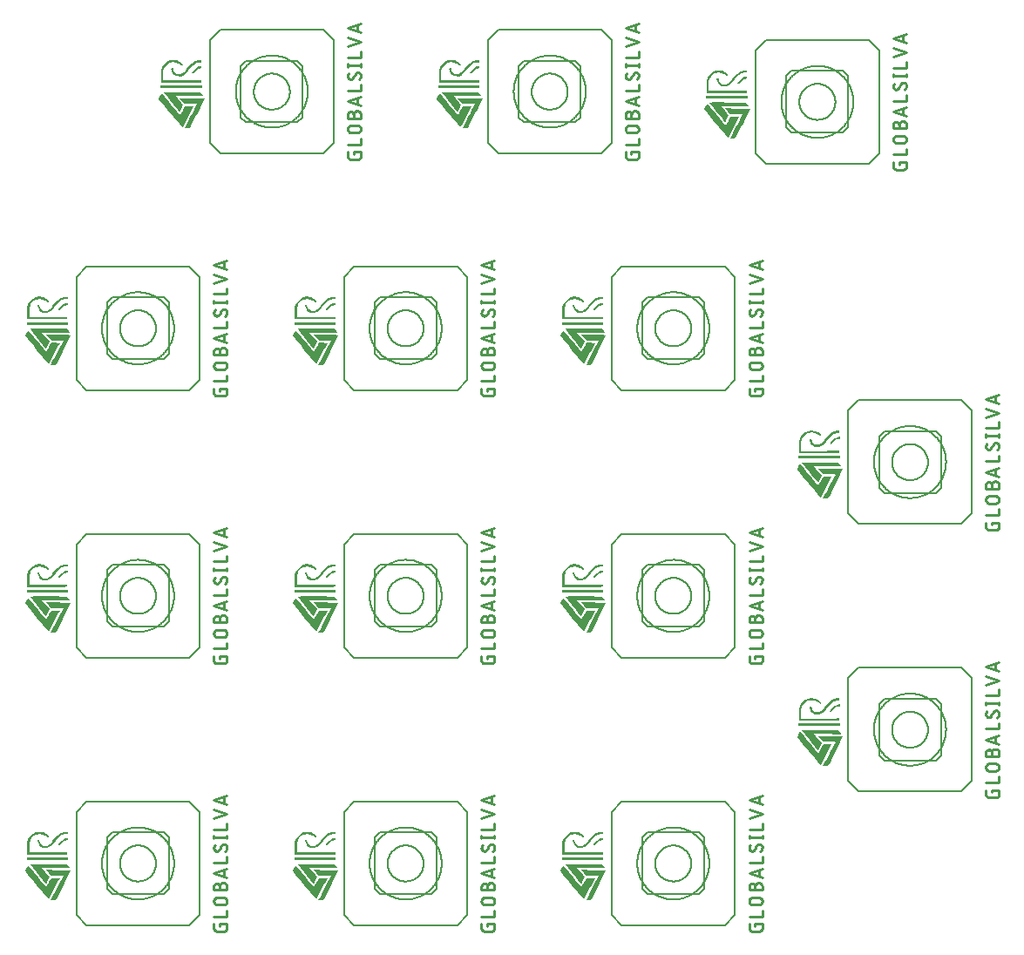
<source format=gto>
%MOIN*%
%OFA0B0*%
%FSLAX34Y34*%
%IPPOS*%
%LPD*%
%AMOC8*
5,1,8,0,0,$1,22.5*%
%AMOC80*
5,1,8,0,0,$1,22.5*%
%AMOC81*
5,1,8,0,0,$1,22.5*%
%AMOC80*
5,1,8,0,0,$1,22.5*%
%AMOC81*
5,1,8,0,0,$1,22.5*%
%AMOC80*
5,1,8,0,0,$1,22.5*%
%AMOC81*
5,1,8,0,0,$1,22.5*%
%AMOC80*
5,1,8,0,0,$1,22.5*%
%AMOC81*
5,1,8,0,0,$1,22.5*%
%AMOC80*
5,1,8,0,0,$1,22.5*%
%AMOC81*
5,1,8,0,0,$1,22.5*%
%AMOC80*
5,1,8,0,0,$1,22.5*%
%AMOC81*
5,1,8,0,0,$1,22.5*%
%AMOC80*
5,1,8,0,0,$1,22.5*%
%ADD10C,0.0090000000000000011*%
%ADD11C,0.005*%
%ADD22C,0.0090000000000000011*%
%ADD23C,0.005*%
%ADD24C,0.0090000000000000011*%
%ADD25C,0.005*%
%ADD26C,0.0090000000000000011*%
%ADD27C,0.005*%
%ADD28C,0.0090000000000000011*%
%ADD29C,0.005*%
%ADD30C,0.0090000000000000011*%
%ADD31C,0.005*%
%ADD32C,0.0090000000000000011*%
%ADD33C,0.005*%
%ADD34C,0.0090000000000000011*%
%ADD35C,0.005*%
%ADD36C,0.0090000000000000011*%
%ADD37C,0.005*%
%ADD38C,0.0090000000000000011*%
%ADD39C,0.005*%
%ADD40C,0.0090000000000000011*%
%ADD41C,0.005*%
%ADD42C,0.0090000000000000011*%
%ADD43C,0.005*%
%ADD44C,0.0090000000000000011*%
%ADD45C,0.005*%
%ADD46C,0.0090000000000000011*%
%ADD47C,0.005*%
G75*
G01*
G36*
X0001311Y0003354D02*
X0001311Y0003354D01*
X0001311Y0003354D01*
X0001311Y0003354D01*
X0001311Y0003354D01*
X0001382Y0003487D01*
X0001452Y0003621D01*
X0001522Y0003756D01*
X0001591Y0003890D01*
X0001661Y0004024D01*
X0001730Y0004158D01*
X0001730Y0004158D01*
X0001730Y0004158D01*
X0001730Y0004158D01*
X0001730Y0004158D01*
X0001730Y0004158D01*
X0001730Y0004158D01*
X0001709Y0004160D01*
X0001549Y0004166D01*
X0001407Y0004165D01*
X0001407Y0004165D01*
X0001407Y0004165D01*
X0001359Y0004077D01*
X0001312Y0003989D01*
X0001217Y0003818D01*
X0001099Y0003957D01*
X0000983Y0004098D01*
X0000867Y0004238D01*
X0000752Y0004379D01*
X0000636Y0004519D01*
X0000636Y0004519D01*
X0000519Y0004658D01*
X0000519Y0004658D01*
X0000519Y0004658D01*
X0000519Y0004658D01*
X0000518Y0004658D01*
X0000518Y0004658D01*
X0000518Y0004658D01*
X0000498Y0004625D01*
X0000442Y0004515D01*
X0000403Y0004438D01*
X0000403Y0004438D01*
X0000403Y0004438D01*
X0000403Y0004438D01*
X0000403Y0004438D01*
X0000516Y0004302D01*
X0000629Y0004167D01*
X0000742Y0004031D01*
X0000855Y0003896D01*
X0000969Y0003760D01*
X0001082Y0003624D01*
X0001196Y0003489D01*
X0001311Y0003354D01*
X0001311Y0003354D01*
X0001311Y0003354D01*
X0001311Y0003354D01*
X0001311Y0003354D01*
X0001311Y0003354D01*
G37*
G36*
X0001202Y0003933D02*
X0001202Y0003933D01*
X0001202Y0003933D01*
X0001202Y0003933D01*
X0001202Y0003933D01*
X0001273Y0004070D01*
X0001273Y0004070D01*
X0001273Y0004070D01*
X0001337Y0004210D01*
X0001337Y0004210D01*
X0001337Y0004210D01*
X0001337Y0004210D01*
X0001337Y0004210D01*
X0001337Y0004211D01*
X0001267Y0004301D01*
X0001193Y0004388D01*
X0001120Y0004472D01*
X0001048Y0004557D01*
X0001074Y0004557D01*
X0001074Y0004557D01*
X0001126Y0004557D01*
X0001126Y0004557D01*
X0001178Y0004557D01*
X0001178Y0004557D01*
X0001201Y0004557D01*
X0001214Y0004557D01*
X0001214Y0004557D01*
X0001237Y0004556D01*
X0001237Y0004556D01*
X0001260Y0004556D01*
X0001261Y0004556D01*
X0001284Y0004556D01*
X0001284Y0004556D01*
X0001307Y0004556D01*
X0001307Y0004556D01*
X0001330Y0004556D01*
X0001330Y0004556D01*
X0001353Y0004555D01*
X0001353Y0004555D01*
X0001354Y0004555D01*
X0001374Y0004555D01*
X0001374Y0004555D01*
X0001394Y0004555D01*
X0001394Y0004555D01*
X0001414Y0004555D01*
X0001415Y0004555D01*
X0001435Y0004555D01*
X0001435Y0004555D01*
X0001455Y0004554D01*
X0001455Y0004554D01*
X0001475Y0004554D01*
X0001475Y0004554D01*
X0001496Y0004554D01*
X0001496Y0004554D01*
X0001496Y0004554D01*
X0001507Y0004554D01*
X0001516Y0004554D01*
X0001516Y0004554D01*
X0001536Y0004554D01*
X0001536Y0004554D01*
X0001556Y0004554D01*
X0001556Y0004554D01*
X0001576Y0004553D01*
X0001576Y0004553D01*
X0001596Y0004553D01*
X0001596Y0004553D01*
X0001616Y0004553D01*
X0001616Y0004553D01*
X0001636Y0004553D01*
X0001636Y0004553D01*
X0001656Y0004553D01*
X0001656Y0004553D01*
X0001676Y0004552D01*
X0001676Y0004552D01*
X0001687Y0004552D01*
X0001696Y0004552D01*
X0001696Y0004552D01*
X0001718Y0004552D01*
X0001718Y0004552D01*
X0001739Y0004552D01*
X0001739Y0004552D01*
X0001761Y0004552D01*
X0001761Y0004552D01*
X0001782Y0004551D01*
X0001782Y0004551D01*
X0001804Y0004551D01*
X0001804Y0004551D01*
X0001825Y0004551D01*
X0001826Y0004551D01*
X0001847Y0004551D01*
X0001847Y0004551D01*
X0001867Y0004551D01*
X0001869Y0004551D01*
X0001869Y0004551D01*
X0001896Y0004550D01*
X0001896Y0004550D01*
X0001923Y0004550D01*
X0001923Y0004550D01*
X0001950Y0004550D01*
X0001950Y0004550D01*
X0001977Y0004550D01*
X0001977Y0004550D01*
X0002004Y0004550D01*
X0002004Y0004550D01*
X0002031Y0004549D01*
X0002031Y0004549D01*
X0002047Y0004549D01*
X0002047Y0004549D01*
X0002047Y0004549D01*
X0002127Y0004556D01*
X0002127Y0004556D01*
X0002127Y0004556D01*
X0002127Y0004556D01*
X0002127Y0004556D01*
X0002127Y0004556D01*
X0002127Y0004556D01*
X0002062Y0004631D01*
X0001997Y0004699D01*
X0001996Y0004699D01*
X0001996Y0004699D01*
X0001860Y0004699D01*
X0001588Y0004701D01*
X0001423Y0004702D01*
X0001258Y0004702D01*
X0001092Y0004703D01*
X0000927Y0004703D01*
X0000859Y0004703D01*
X0000767Y0004703D01*
X0000762Y0004703D01*
X0000597Y0004699D01*
X0000597Y0004699D01*
X0000597Y0004699D01*
X0000597Y0004699D01*
X0000596Y0004699D01*
X0000597Y0004699D01*
X0000597Y0004699D01*
X0000716Y0004544D01*
X0000837Y0004391D01*
X0000958Y0004238D01*
X0001079Y0004085D01*
X0001201Y0003933D01*
X0001201Y0003933D01*
X0001201Y0003933D01*
X0001202Y0003933D01*
X0001202Y0003933D01*
X0001202Y0003933D01*
G37*
G36*
X0001395Y0003320D02*
X0001395Y0003320D01*
X0001398Y0003320D01*
X0001401Y0003320D01*
X0001404Y0003321D01*
X0001407Y0003321D01*
X0001410Y0003321D01*
X0001413Y0003321D01*
X0001416Y0003321D01*
X0001416Y0003321D01*
X0001419Y0003322D01*
X0001422Y0003322D01*
X0001422Y0003322D01*
X0001425Y0003322D01*
X0001428Y0003322D01*
X0001431Y0003322D01*
X0001434Y0003323D01*
X0001437Y0003323D01*
X0001440Y0003323D01*
X0001443Y0003323D01*
X0001446Y0003323D01*
X0001449Y0003324D01*
X0001452Y0003324D01*
X0001455Y0003324D01*
X0001458Y0003324D01*
X0001461Y0003324D01*
X0001461Y0003324D01*
X0001464Y0003325D01*
X0001467Y0003325D01*
X0001467Y0003325D01*
X0001470Y0003325D01*
X0001473Y0003325D01*
X0001476Y0003325D01*
X0001479Y0003326D01*
X0001482Y0003326D01*
X0001485Y0003326D01*
X0001488Y0003326D01*
X0001491Y0003326D01*
X0001494Y0003327D01*
X0001496Y0003327D01*
X0001496Y0003327D01*
X0001496Y0003327D01*
X0001599Y0003337D01*
X0001599Y0003337D01*
X0001599Y0003337D01*
X0001669Y0003478D01*
X0001738Y0003619D01*
X0001808Y0003760D01*
X0001878Y0003901D01*
X0001948Y0004041D01*
X0002017Y0004181D01*
X0002086Y0004322D01*
X0002155Y0004462D01*
X0002155Y0004462D01*
X0002155Y0004462D01*
X0002155Y0004463D01*
X0002155Y0004463D01*
X0002155Y0004463D01*
X0002154Y0004463D01*
X0001996Y0004465D01*
X0001838Y0004467D01*
X0001679Y0004468D01*
X0001521Y0004469D01*
X0001363Y0004471D01*
X0001205Y0004472D01*
X0001205Y0004472D01*
X0001205Y0004472D01*
X0001205Y0004472D01*
X0001205Y0004472D01*
X0001205Y0004471D01*
X0001205Y0004471D01*
X0001302Y0004367D01*
X0001401Y0004263D01*
X0001401Y0004263D01*
X0001401Y0004263D01*
X0001406Y0004263D01*
X0001406Y0004263D01*
X0001413Y0004263D01*
X0001413Y0004263D01*
X0001421Y0004262D01*
X0001421Y0004262D01*
X0001428Y0004262D01*
X0001428Y0004262D01*
X0001435Y0004262D01*
X0001435Y0004262D01*
X0001442Y0004262D01*
X0001442Y0004262D01*
X0001449Y0004262D01*
X0001449Y0004262D01*
X0001456Y0004261D01*
X0001456Y0004261D01*
X0001464Y0004261D01*
X0001464Y0004261D01*
X0001471Y0004261D01*
X0001471Y0004261D01*
X0001478Y0004261D01*
X0001478Y0004261D01*
X0001485Y0004261D01*
X0001485Y0004261D01*
X0001492Y0004260D01*
X0001492Y0004260D01*
X0001500Y0004260D01*
X0001500Y0004260D01*
X0001502Y0004260D01*
X0001507Y0004260D01*
X0001507Y0004260D01*
X0001514Y0004260D01*
X0001514Y0004260D01*
X0001521Y0004260D01*
X0001521Y0004260D01*
X0001528Y0004259D01*
X0001528Y0004259D01*
X0001536Y0004259D01*
X0001536Y0004259D01*
X0001543Y0004259D01*
X0001543Y0004259D01*
X0001550Y0004259D01*
X0001550Y0004259D01*
X0001557Y0004259D01*
X0001557Y0004259D01*
X0001564Y0004258D01*
X0001564Y0004258D01*
X0001572Y0004258D01*
X0001572Y0004258D01*
X0001579Y0004258D01*
X0001579Y0004258D01*
X0001586Y0004258D01*
X0001586Y0004258D01*
X0001593Y0004258D01*
X0001593Y0004258D01*
X0001600Y0004257D01*
X0001600Y0004257D01*
X0001604Y0004257D01*
X0001608Y0004257D01*
X0001608Y0004257D01*
X0001615Y0004257D01*
X0001615Y0004257D01*
X0001623Y0004257D01*
X0001623Y0004257D01*
X0001630Y0004257D01*
X0001630Y0004257D01*
X0001638Y0004257D01*
X0001638Y0004257D01*
X0001645Y0004256D01*
X0001646Y0004256D01*
X0001653Y0004256D01*
X0001653Y0004256D01*
X0001661Y0004256D01*
X0001661Y0004256D01*
X0001668Y0004256D01*
X0001668Y0004256D01*
X0001676Y0004256D01*
X0001676Y0004256D01*
X0001683Y0004255D01*
X0001683Y0004255D01*
X0001691Y0004255D01*
X0001691Y0004255D01*
X0001698Y0004255D01*
X0001698Y0004255D01*
X0001706Y0004255D01*
X0001706Y0004255D01*
X0001714Y0004255D01*
X0001714Y0004255D01*
X0001720Y0004254D01*
X0001721Y0004254D01*
X0001721Y0004254D01*
X0001731Y0004254D01*
X0001731Y0004254D01*
X0001740Y0004254D01*
X0001740Y0004254D01*
X0001750Y0004254D01*
X0001750Y0004254D01*
X0001760Y0004254D01*
X0001760Y0004254D01*
X0001769Y0004253D01*
X0001769Y0004253D01*
X0001779Y0004253D01*
X0001779Y0004253D01*
X0001788Y0004253D01*
X0001788Y0004253D01*
X0001798Y0004253D01*
X0001798Y0004253D01*
X0001807Y0004253D01*
X0001807Y0004253D01*
X0001817Y0004252D01*
X0001817Y0004252D01*
X0001826Y0004252D01*
X0001826Y0004252D01*
X0001836Y0004252D01*
X0001836Y0004252D01*
X0001837Y0004252D01*
X0001868Y0004249D01*
X0001807Y0004130D01*
X0001745Y0004011D01*
X0001682Y0003892D01*
X0001608Y0003750D01*
X0001534Y0003607D01*
X0001461Y0003465D01*
X0001392Y0003320D01*
X0001392Y0003320D01*
X0001392Y0003320D01*
X0001392Y0003320D01*
X0001392Y0003320D01*
X0001392Y0003320D01*
X0001392Y0003320D01*
X0001395Y0003320D01*
G37*
G36*
X0000641Y0005065D02*
X0000641Y0005065D01*
X0001118Y0005065D01*
X0001312Y0005065D01*
X0001505Y0005065D01*
X0001698Y0005066D01*
X0001892Y0005067D01*
X0002028Y0005069D01*
X0002028Y0005069D01*
X0002028Y0005069D01*
X0002028Y0005069D01*
X0002028Y0005152D01*
X0002028Y0005152D01*
X0001998Y0005152D01*
X0001998Y0005152D01*
X0001967Y0005152D01*
X0001967Y0005152D01*
X0001936Y0005152D01*
X0001935Y0005152D01*
X0001904Y0005151D01*
X0001904Y0005151D01*
X0001873Y0005151D01*
X0001873Y0005151D01*
X0001870Y0005151D01*
X0001842Y0005151D01*
X0001842Y0005151D01*
X0001811Y0005151D01*
X0001810Y0005151D01*
X0001779Y0005151D01*
X0001779Y0005151D01*
X0001779Y0005151D01*
X0001748Y0005150D01*
X0001748Y0005150D01*
X0001717Y0005150D01*
X0001717Y0005150D01*
X0001713Y0005150D01*
X0001684Y0005150D01*
X0001684Y0005150D01*
X0001651Y0005150D01*
X0001651Y0005150D01*
X0001618Y0005150D01*
X0001618Y0005150D01*
X0001585Y0005150D01*
X0001585Y0005150D01*
X0001552Y0005149D01*
X0001551Y0005149D01*
X0001529Y0005149D01*
X0001518Y0005149D01*
X0001517Y0005149D01*
X0001482Y0005149D01*
X0001482Y0005149D01*
X0001447Y0005149D01*
X0001447Y0005149D01*
X0001411Y0005149D01*
X0001411Y0005149D01*
X0001376Y0005148D01*
X0001376Y0005148D01*
X0001346Y0005148D01*
X0001340Y0005148D01*
X0001340Y0005148D01*
X0001340Y0005148D01*
X0001303Y0005148D01*
X0001303Y0005148D01*
X0001266Y0005148D01*
X0001266Y0005148D01*
X0001229Y0005148D01*
X0001229Y0005148D01*
X0001192Y0005147D01*
X0001191Y0005147D01*
X0001163Y0005147D01*
X0001154Y0005147D01*
X0001154Y0005147D01*
X0001114Y0005147D01*
X0001114Y0005147D01*
X0001075Y0005147D01*
X0001074Y0005147D01*
X0001035Y0005147D01*
X0001035Y0005147D01*
X0000995Y0005146D01*
X0000995Y0005146D01*
X0000979Y0005146D01*
X0000955Y0005146D01*
X0000955Y0005146D01*
X0000914Y0005146D01*
X0000914Y0005146D01*
X0000873Y0005146D01*
X0000873Y0005146D01*
X0000840Y0005146D01*
X0000832Y0005146D01*
X0000832Y0005146D01*
X0000791Y0005145D01*
X0000791Y0005145D01*
X0000750Y0005145D01*
X0000749Y0005145D01*
X0000709Y0005145D01*
X0000708Y0005145D01*
X0000701Y0005145D01*
X0000668Y0005145D01*
X0000667Y0005145D01*
X0000627Y0005145D01*
X0000626Y0005145D01*
X0000586Y0005144D01*
X0000585Y0005144D01*
X0000585Y0005144D01*
X0000562Y0005144D01*
X0000562Y0005331D01*
X0000562Y0005476D01*
X0000597Y0005615D01*
X0000650Y0005701D01*
X0000723Y0005772D01*
X0000809Y0005825D01*
X0000974Y0005851D01*
X0001072Y0005831D01*
X0001164Y0005792D01*
X0001270Y0005726D01*
X0001284Y0005717D01*
X0001284Y0005717D01*
X0001284Y0005717D01*
X0001306Y0005741D01*
X0001306Y0005741D01*
X0001325Y0005763D01*
X0001325Y0005763D01*
X0001325Y0005763D01*
X0001325Y0005763D01*
X0001302Y0005784D01*
X0001207Y0005857D01*
X0001207Y0005857D01*
X0001099Y0005910D01*
X0001099Y0005910D01*
X0001099Y0005910D01*
X0000945Y0005934D01*
X0000945Y0005934D01*
X0000820Y0005913D01*
X0000820Y0005913D01*
X0000820Y0005913D01*
X0000705Y0005857D01*
X0000705Y0005857D01*
X0000627Y0005790D01*
X0000560Y0005711D01*
X0000560Y0005711D01*
X0000560Y0005711D01*
X0000488Y0005540D01*
X0000488Y0005540D01*
X0000488Y0005540D01*
X0000482Y0005413D01*
X0000481Y0005285D01*
X0000481Y0005065D01*
X0000482Y0005065D01*
X0000482Y0005065D01*
X0000482Y0005065D01*
X0000641Y0005065D01*
G37*
G36*
X0002044Y0004864D02*
X0002044Y0004864D01*
X0002044Y0004960D01*
X0002044Y0004960D01*
X0002044Y0004960D01*
X0000462Y0004960D01*
X0000462Y0004960D01*
X0000462Y0004960D01*
X0000462Y0004864D01*
X0000462Y0004863D01*
X0000462Y0004864D01*
X0000462Y0004863D01*
X0002044Y0004863D01*
X0002044Y0004864D01*
G37*
G36*
X0001217Y0005306D02*
X0001217Y0005306D01*
X0001217Y0005306D01*
X0001328Y0005341D01*
X0001328Y0005341D01*
X0001328Y0005341D01*
X0001377Y0005371D01*
X0001377Y0005371D01*
X0001377Y0005371D01*
X0001511Y0005511D01*
X0001511Y0005511D01*
X0001511Y0005511D01*
X0001574Y0005599D01*
X0001639Y0005674D01*
X0001712Y0005739D01*
X0001827Y0005810D01*
X0001945Y0005838D01*
X0002021Y0005841D01*
X0002035Y0005841D01*
X0002035Y0005841D01*
X0002035Y0005841D01*
X0002035Y0005841D01*
X0002033Y0005877D01*
X0002033Y0005877D01*
X0002033Y0005877D01*
X0002030Y0005919D01*
X0002029Y0005919D01*
X0002029Y0005919D01*
X0002011Y0005923D01*
X0002011Y0005923D01*
X0002007Y0005923D01*
X0002007Y0005923D01*
X0002001Y0005923D01*
X0002001Y0005923D01*
X0001995Y0005922D01*
X0001990Y0005922D01*
X0001989Y0005922D01*
X0001984Y0005922D01*
X0001984Y0005922D01*
X0001978Y0005922D01*
X0001978Y0005922D01*
X0001972Y0005922D01*
X0001967Y0005921D01*
X0001967Y0005921D01*
X0001961Y0005921D01*
X0001961Y0005921D01*
X0001955Y0005921D01*
X0001955Y0005921D01*
X0001949Y0005921D01*
X0001944Y0005921D01*
X0001944Y0005921D01*
X0001938Y0005920D01*
X0001938Y0005920D01*
X0001932Y0005920D01*
X0001932Y0005920D01*
X0001932Y0005920D01*
X0001932Y0005920D01*
X0001749Y0005876D01*
X0001749Y0005876D01*
X0001749Y0005876D01*
X0001652Y0005796D01*
X0001561Y0005709D01*
X0001561Y0005709D01*
X0001461Y0005579D01*
X0001461Y0005579D01*
X0001434Y0005539D01*
X0001345Y0005448D01*
X0001231Y0005391D01*
X0001223Y0005391D01*
X0001223Y0005391D01*
X0001213Y0005390D01*
X0001213Y0005390D01*
X0001203Y0005390D01*
X0001203Y0005390D01*
X0001193Y0005390D01*
X0001193Y0005390D01*
X0001183Y0005390D01*
X0001183Y0005390D01*
X0001174Y0005390D01*
X0001174Y0005390D01*
X0001164Y0005389D01*
X0001164Y0005389D01*
X0001154Y0005389D01*
X0001154Y0005389D01*
X0001144Y0005389D01*
X0001144Y0005389D01*
X0001134Y0005389D01*
X0001134Y0005389D01*
X0001125Y0005389D01*
X0001031Y0005435D01*
X0000976Y0005525D01*
X0000952Y0005604D01*
X0000952Y0005604D01*
X0000948Y0005613D01*
X0000948Y0005613D01*
X0000948Y0005613D01*
X0000945Y0005613D01*
X0000941Y0005613D01*
X0000941Y0005613D01*
X0000937Y0005613D01*
X0000934Y0005612D01*
X0000933Y0005612D01*
X0000930Y0005612D01*
X0000926Y0005612D01*
X0000926Y0005612D01*
X0000922Y0005612D01*
X0000918Y0005612D01*
X0000918Y0005612D01*
X0000914Y0005612D01*
X0000911Y0005611D01*
X0000911Y0005611D01*
X0000910Y0005611D01*
X0000874Y0005607D01*
X0000874Y0005607D01*
X0000874Y0005607D01*
X0000876Y0005594D01*
X0000876Y0005594D01*
X0000876Y0005594D01*
X0000933Y0005439D01*
X0000933Y0005439D01*
X0000933Y0005439D01*
X0000991Y0005363D01*
X0000991Y0005363D01*
X0000991Y0005363D01*
X0001098Y0005311D01*
X0001098Y0005311D01*
X0001098Y0005311D01*
X0001217Y0005306D01*
X0001217Y0005306D01*
G37*
G36*
X0001721Y0005409D02*
X0001721Y0005409D01*
X0001721Y0005409D01*
X0001815Y0005526D01*
X0001917Y0005586D01*
X0002025Y0005611D01*
X0002041Y0005611D01*
X0002041Y0005611D01*
X0002041Y0005694D01*
X0002041Y0005695D01*
X0002041Y0005695D01*
X0002027Y0005695D01*
X0002027Y0005695D01*
X0001936Y0005679D01*
X0001936Y0005679D01*
X0001936Y0005679D01*
X0001795Y0005599D01*
X0001795Y0005599D01*
X0001795Y0005599D01*
X0001688Y0005477D01*
X0001688Y0005477D01*
X0001688Y0005477D01*
X0001664Y0005436D01*
X0001664Y0005436D01*
X0001664Y0005436D01*
X0001664Y0005436D01*
X0001664Y0005436D01*
X0001664Y0005436D01*
X0001664Y0005436D01*
X0001692Y0005418D01*
X0001692Y0005418D01*
X0001692Y0005418D01*
X0001721Y0005409D01*
X0001721Y0005409D01*
G37*
D10*
X0007846Y0002330D02*
X0007846Y0002413D01*
X0008124Y0002413D01*
X0008124Y0002246D01*
X0008124Y0002242D01*
X0008124Y0002238D01*
X0008123Y0002234D01*
X0008123Y0002230D01*
X0008122Y0002226D01*
X0008121Y0002221D01*
X0008120Y0002217D01*
X0008119Y0002213D01*
X0008118Y0002209D01*
X0008117Y0002206D01*
X0008115Y0002202D01*
X0008113Y0002198D01*
X0008111Y0002194D01*
X0008109Y0002191D01*
X0008107Y0002187D01*
X0008105Y0002184D01*
X0008102Y0002180D01*
X0008100Y0002177D01*
X0008097Y0002174D01*
X0008095Y0002171D01*
X0008092Y0002168D01*
X0008089Y0002165D01*
X0008086Y0002162D01*
X0008082Y0002159D01*
X0008079Y0002157D01*
X0008076Y0002154D01*
X0008072Y0002152D01*
X0008069Y0002150D01*
X0008065Y0002148D01*
X0008061Y0002146D01*
X0008057Y0002144D01*
X0008054Y0002143D01*
X0008050Y0002141D01*
X0008046Y0002140D01*
X0008042Y0002139D01*
X0008038Y0002138D01*
X0008034Y0002137D01*
X0008030Y0002136D01*
X0008025Y0002136D01*
X0008021Y0002135D01*
X0008017Y0002135D01*
X0008013Y0002135D01*
X0008013Y0002135D02*
X0007735Y0002135D01*
X0007735Y0002135D02*
X0007731Y0002135D01*
X0007727Y0002135D01*
X0007722Y0002136D01*
X0007718Y0002136D01*
X0007714Y0002137D01*
X0007710Y0002138D01*
X0007706Y0002139D01*
X0007702Y0002140D01*
X0007698Y0002141D01*
X0007694Y0002143D01*
X0007690Y0002144D01*
X0007687Y0002146D01*
X0007683Y0002148D01*
X0007679Y0002150D01*
X0007676Y0002152D01*
X0007672Y0002154D01*
X0007669Y0002157D01*
X0007665Y0002159D01*
X0007662Y0002162D01*
X0007659Y0002165D01*
X0007656Y0002168D01*
X0007653Y0002171D01*
X0007651Y0002174D01*
X0007648Y0002177D01*
X0007645Y0002180D01*
X0007643Y0002184D01*
X0007641Y0002187D01*
X0007639Y0002191D01*
X0007637Y0002194D01*
X0007635Y0002198D01*
X0007633Y0002202D01*
X0007631Y0002206D01*
X0007630Y0002209D01*
X0007629Y0002213D01*
X0007627Y0002217D01*
X0007626Y0002221D01*
X0007626Y0002226D01*
X0007625Y0002230D01*
X0007624Y0002234D01*
X0007624Y0002238D01*
X0007624Y0002242D01*
X0007624Y0002246D01*
X0007624Y0002413D01*
X0007624Y0002703D02*
X0008124Y0002703D01*
X0008124Y0002926D01*
X0007985Y0003145D02*
X0007763Y0003145D01*
X0007758Y0003145D01*
X0007753Y0003145D01*
X0007749Y0003145D01*
X0007744Y0003146D01*
X0007740Y0003147D01*
X0007735Y0003148D01*
X0007730Y0003149D01*
X0007726Y0003150D01*
X0007722Y0003151D01*
X0007717Y0003152D01*
X0007713Y0003154D01*
X0007708Y0003156D01*
X0007704Y0003158D01*
X0007700Y0003160D01*
X0007696Y0003162D01*
X0007692Y0003164D01*
X0007688Y0003167D01*
X0007684Y0003169D01*
X0007680Y0003172D01*
X0007677Y0003175D01*
X0007673Y0003178D01*
X0007669Y0003181D01*
X0007666Y0003184D01*
X0007663Y0003187D01*
X0007660Y0003191D01*
X0007656Y0003194D01*
X0007654Y0003198D01*
X0007651Y0003201D01*
X0007648Y0003205D01*
X0007645Y0003209D01*
X0007643Y0003213D01*
X0007641Y0003217D01*
X0007639Y0003221D01*
X0007637Y0003225D01*
X0007635Y0003230D01*
X0007633Y0003234D01*
X0007631Y0003238D01*
X0007630Y0003243D01*
X0007629Y0003247D01*
X0007627Y0003252D01*
X0007626Y0003256D01*
X0007626Y0003261D01*
X0007625Y0003265D01*
X0007624Y0003270D01*
X0007624Y0003275D01*
X0007624Y0003279D01*
X0007624Y0003284D01*
X0007624Y0003288D01*
X0007624Y0003293D01*
X0007624Y0003298D01*
X0007625Y0003302D01*
X0007626Y0003307D01*
X0007626Y0003312D01*
X0007627Y0003316D01*
X0007629Y0003321D01*
X0007630Y0003325D01*
X0007631Y0003329D01*
X0007633Y0003334D01*
X0007635Y0003338D01*
X0007637Y0003342D01*
X0007639Y0003347D01*
X0007641Y0003351D01*
X0007643Y0003355D01*
X0007645Y0003359D01*
X0007648Y0003363D01*
X0007651Y0003366D01*
X0007654Y0003370D01*
X0007656Y0003374D01*
X0007660Y0003377D01*
X0007663Y0003380D01*
X0007666Y0003384D01*
X0007669Y0003387D01*
X0007673Y0003390D01*
X0007677Y0003393D01*
X0007680Y0003396D01*
X0007684Y0003398D01*
X0007688Y0003401D01*
X0007692Y0003403D01*
X0007696Y0003406D01*
X0007700Y0003408D01*
X0007704Y0003410D01*
X0007708Y0003412D01*
X0007713Y0003414D01*
X0007717Y0003415D01*
X0007722Y0003417D01*
X0007726Y0003418D01*
X0007730Y0003419D01*
X0007735Y0003420D01*
X0007740Y0003421D01*
X0007744Y0003422D01*
X0007749Y0003422D01*
X0007753Y0003423D01*
X0007758Y0003423D01*
X0007763Y0003423D01*
X0007985Y0003423D01*
X0007990Y0003423D01*
X0007994Y0003423D01*
X0007999Y0003422D01*
X0008004Y0003422D01*
X0008008Y0003421D01*
X0008013Y0003420D01*
X0008017Y0003419D01*
X0008022Y0003418D01*
X0008026Y0003417D01*
X0008031Y0003415D01*
X0008035Y0003414D01*
X0008039Y0003412D01*
X0008044Y0003410D01*
X0008048Y0003408D01*
X0008052Y0003406D01*
X0008056Y0003403D01*
X0008060Y0003401D01*
X0008064Y0003398D01*
X0008068Y0003396D01*
X0008071Y0003393D01*
X0008075Y0003390D01*
X0008078Y0003387D01*
X0008082Y0003384D01*
X0008085Y0003380D01*
X0008088Y0003377D01*
X0008091Y0003374D01*
X0008094Y0003370D01*
X0008097Y0003366D01*
X0008100Y0003363D01*
X0008102Y0003359D01*
X0008105Y0003355D01*
X0008107Y0003351D01*
X0008109Y0003347D01*
X0008111Y0003342D01*
X0008113Y0003338D01*
X0008115Y0003334D01*
X0008117Y0003329D01*
X0008118Y0003325D01*
X0008119Y0003321D01*
X0008120Y0003316D01*
X0008121Y0003312D01*
X0008122Y0003307D01*
X0008123Y0003302D01*
X0008123Y0003298D01*
X0008124Y0003293D01*
X0008124Y0003288D01*
X0008124Y0003284D01*
X0008124Y0003279D01*
X0008124Y0003275D01*
X0008123Y0003270D01*
X0008123Y0003265D01*
X0008122Y0003261D01*
X0008121Y0003256D01*
X0008120Y0003252D01*
X0008119Y0003247D01*
X0008118Y0003243D01*
X0008117Y0003238D01*
X0008115Y0003234D01*
X0008113Y0003230D01*
X0008111Y0003225D01*
X0008109Y0003221D01*
X0008107Y0003217D01*
X0008105Y0003213D01*
X0008102Y0003209D01*
X0008100Y0003205D01*
X0008097Y0003201D01*
X0008094Y0003198D01*
X0008091Y0003194D01*
X0008088Y0003191D01*
X0008085Y0003187D01*
X0008082Y0003184D01*
X0008078Y0003181D01*
X0008075Y0003178D01*
X0008071Y0003175D01*
X0008068Y0003172D01*
X0008064Y0003169D01*
X0008060Y0003167D01*
X0008056Y0003164D01*
X0008052Y0003162D01*
X0008048Y0003160D01*
X0008044Y0003158D01*
X0008039Y0003156D01*
X0008035Y0003154D01*
X0008031Y0003152D01*
X0008026Y0003151D01*
X0008022Y0003150D01*
X0008017Y0003149D01*
X0008013Y0003148D01*
X0008008Y0003147D01*
X0008004Y0003146D01*
X0007999Y0003145D01*
X0007994Y0003145D01*
X0007990Y0003145D01*
X0007985Y0003145D01*
X0007846Y0003705D02*
X0007846Y0003844D01*
X0007846Y0003844D02*
X0007846Y0003849D01*
X0007846Y0003854D01*
X0007847Y0003858D01*
X0007847Y0003863D01*
X0007848Y0003868D01*
X0007849Y0003872D01*
X0007850Y0003877D01*
X0007851Y0003881D01*
X0007852Y0003886D01*
X0007854Y0003890D01*
X0007855Y0003894D01*
X0007857Y0003899D01*
X0007859Y0003903D01*
X0007861Y0003907D01*
X0007863Y0003911D01*
X0007865Y0003915D01*
X0007868Y0003919D01*
X0007870Y0003923D01*
X0007873Y0003927D01*
X0007876Y0003931D01*
X0007879Y0003934D01*
X0007882Y0003938D01*
X0007885Y0003941D01*
X0007888Y0003944D01*
X0007892Y0003948D01*
X0007895Y0003951D01*
X0007899Y0003954D01*
X0007903Y0003956D01*
X0007906Y0003959D01*
X0007910Y0003962D01*
X0007914Y0003964D01*
X0007918Y0003966D01*
X0007922Y0003969D01*
X0007927Y0003971D01*
X0007931Y0003972D01*
X0007935Y0003974D01*
X0007940Y0003976D01*
X0007944Y0003977D01*
X0007948Y0003979D01*
X0007953Y0003980D01*
X0007957Y0003981D01*
X0007962Y0003982D01*
X0007967Y0003982D01*
X0007971Y0003983D01*
X0007976Y0003983D01*
X0007980Y0003983D01*
X0007985Y0003984D01*
X0007990Y0003983D01*
X0007994Y0003983D01*
X0007999Y0003983D01*
X0008004Y0003982D01*
X0008008Y0003982D01*
X0008013Y0003981D01*
X0008017Y0003980D01*
X0008022Y0003979D01*
X0008026Y0003977D01*
X0008031Y0003976D01*
X0008035Y0003974D01*
X0008039Y0003972D01*
X0008044Y0003971D01*
X0008048Y0003969D01*
X0008052Y0003966D01*
X0008056Y0003964D01*
X0008060Y0003962D01*
X0008064Y0003959D01*
X0008068Y0003956D01*
X0008071Y0003954D01*
X0008075Y0003951D01*
X0008078Y0003948D01*
X0008082Y0003944D01*
X0008085Y0003941D01*
X0008088Y0003938D01*
X0008091Y0003934D01*
X0008094Y0003931D01*
X0008097Y0003927D01*
X0008100Y0003923D01*
X0008102Y0003919D01*
X0008105Y0003915D01*
X0008107Y0003911D01*
X0008109Y0003907D01*
X0008111Y0003903D01*
X0008113Y0003899D01*
X0008115Y0003894D01*
X0008117Y0003890D01*
X0008118Y0003886D01*
X0008119Y0003881D01*
X0008120Y0003877D01*
X0008121Y0003872D01*
X0008122Y0003868D01*
X0008123Y0003863D01*
X0008123Y0003858D01*
X0008124Y0003854D01*
X0008124Y0003849D01*
X0008124Y0003844D01*
X0008124Y0003705D01*
X0007624Y0003705D01*
X0007624Y0003844D01*
X0007624Y0003849D01*
X0007624Y0003853D01*
X0007624Y0003857D01*
X0007625Y0003861D01*
X0007626Y0003865D01*
X0007626Y0003869D01*
X0007627Y0003873D01*
X0007629Y0003877D01*
X0007630Y0003881D01*
X0007631Y0003885D01*
X0007633Y0003889D01*
X0007635Y0003893D01*
X0007637Y0003896D01*
X0007639Y0003900D01*
X0007641Y0003904D01*
X0007643Y0003907D01*
X0007645Y0003911D01*
X0007648Y0003914D01*
X0007651Y0003917D01*
X0007653Y0003920D01*
X0007656Y0003923D01*
X0007659Y0003926D01*
X0007662Y0003929D01*
X0007665Y0003931D01*
X0007669Y0003934D01*
X0007672Y0003936D01*
X0007676Y0003939D01*
X0007679Y0003941D01*
X0007683Y0003943D01*
X0007687Y0003945D01*
X0007690Y0003946D01*
X0007694Y0003948D01*
X0007698Y0003949D01*
X0007702Y0003951D01*
X0007706Y0003952D01*
X0007710Y0003953D01*
X0007714Y0003954D01*
X0007718Y0003954D01*
X0007722Y0003955D01*
X0007727Y0003955D01*
X0007731Y0003956D01*
X0007735Y0003956D01*
X0007739Y0003956D01*
X0007743Y0003955D01*
X0007747Y0003955D01*
X0007751Y0003954D01*
X0007756Y0003954D01*
X0007760Y0003953D01*
X0007764Y0003952D01*
X0007768Y0003951D01*
X0007772Y0003949D01*
X0007775Y0003948D01*
X0007779Y0003946D01*
X0007783Y0003945D01*
X0007787Y0003943D01*
X0007790Y0003941D01*
X0007794Y0003939D01*
X0007797Y0003936D01*
X0007801Y0003934D01*
X0007804Y0003931D01*
X0007807Y0003929D01*
X0007810Y0003926D01*
X0007814Y0003923D01*
X0007816Y0003920D01*
X0007819Y0003917D01*
X0007822Y0003914D01*
X0007824Y0003911D01*
X0007827Y0003907D01*
X0007829Y0003904D01*
X0007831Y0003900D01*
X0007833Y0003896D01*
X0007835Y0003893D01*
X0007837Y0003889D01*
X0007838Y0003885D01*
X0007840Y0003881D01*
X0007841Y0003877D01*
X0007842Y0003873D01*
X0007843Y0003869D01*
X0007844Y0003865D01*
X0007845Y0003861D01*
X0007845Y0003857D01*
X0007846Y0003853D01*
X0007846Y0003849D01*
X0007846Y0003844D01*
X0008124Y0004180D02*
X0007624Y0004347D01*
X0008124Y0004514D01*
X0007999Y0004472D02*
X0007999Y0004222D01*
X0008124Y0004759D02*
X0007624Y0004759D01*
X0008124Y0004759D02*
X0008124Y0004981D01*
X0008124Y0005349D02*
X0008124Y0005353D01*
X0008124Y0005357D01*
X0008123Y0005361D01*
X0008123Y0005366D01*
X0008122Y0005370D01*
X0008121Y0005374D01*
X0008120Y0005378D01*
X0008119Y0005382D01*
X0008118Y0005386D01*
X0008117Y0005390D01*
X0008115Y0005394D01*
X0008113Y0005397D01*
X0008111Y0005401D01*
X0008109Y0005405D01*
X0008107Y0005408D01*
X0008105Y0005412D01*
X0008102Y0005415D01*
X0008100Y0005418D01*
X0008097Y0005422D01*
X0008095Y0005425D01*
X0008092Y0005428D01*
X0008089Y0005431D01*
X0008086Y0005433D01*
X0008082Y0005436D01*
X0008079Y0005439D01*
X0008076Y0005441D01*
X0008072Y0005443D01*
X0008069Y0005445D01*
X0008065Y0005447D01*
X0008061Y0005449D01*
X0008057Y0005451D01*
X0008054Y0005453D01*
X0008050Y0005454D01*
X0008046Y0005455D01*
X0008042Y0005456D01*
X0008038Y0005457D01*
X0008034Y0005458D01*
X0008030Y0005459D01*
X0008025Y0005460D01*
X0008021Y0005460D01*
X0008017Y0005460D01*
X0008013Y0005460D01*
X0008124Y0005349D02*
X0008124Y0005343D01*
X0008124Y0005337D01*
X0008123Y0005331D01*
X0008123Y0005325D01*
X0008122Y0005319D01*
X0008121Y0005313D01*
X0008120Y0005307D01*
X0008119Y0005301D01*
X0008118Y0005296D01*
X0008117Y0005290D01*
X0008115Y0005284D01*
X0008113Y0005278D01*
X0008111Y0005273D01*
X0008109Y0005267D01*
X0008107Y0005261D01*
X0008105Y0005256D01*
X0008102Y0005250D01*
X0008100Y0005245D01*
X0008097Y0005240D01*
X0008094Y0005234D01*
X0008091Y0005229D01*
X0008088Y0005224D01*
X0008085Y0005219D01*
X0008082Y0005214D01*
X0008078Y0005209D01*
X0008075Y0005205D01*
X0008071Y0005200D01*
X0008067Y0005195D01*
X0008063Y0005191D01*
X0008059Y0005186D01*
X0008055Y0005182D01*
X0007735Y0005196D02*
X0007731Y0005196D01*
X0007727Y0005196D01*
X0007722Y0005197D01*
X0007718Y0005197D01*
X0007714Y0005198D01*
X0007710Y0005199D01*
X0007706Y0005200D01*
X0007702Y0005201D01*
X0007698Y0005202D01*
X0007694Y0005204D01*
X0007690Y0005205D01*
X0007687Y0005207D01*
X0007683Y0005209D01*
X0007679Y0005211D01*
X0007676Y0005213D01*
X0007672Y0005215D01*
X0007669Y0005218D01*
X0007665Y0005220D01*
X0007662Y0005223D01*
X0007659Y0005226D01*
X0007656Y0005229D01*
X0007653Y0005232D01*
X0007651Y0005235D01*
X0007648Y0005238D01*
X0007645Y0005241D01*
X0007643Y0005245D01*
X0007641Y0005248D01*
X0007639Y0005252D01*
X0007637Y0005255D01*
X0007635Y0005259D01*
X0007633Y0005263D01*
X0007631Y0005267D01*
X0007630Y0005271D01*
X0007629Y0005275D01*
X0007627Y0005279D01*
X0007626Y0005283D01*
X0007626Y0005287D01*
X0007625Y0005291D01*
X0007624Y0005295D01*
X0007624Y0005299D01*
X0007624Y0005303D01*
X0007624Y0005307D01*
X0007624Y0005313D01*
X0007624Y0005319D01*
X0007624Y0005324D01*
X0007625Y0005330D01*
X0007626Y0005335D01*
X0007626Y0005341D01*
X0007627Y0005346D01*
X0007628Y0005352D01*
X0007630Y0005357D01*
X0007631Y0005363D01*
X0007633Y0005368D01*
X0007634Y0005373D01*
X0007636Y0005379D01*
X0007638Y0005384D01*
X0007640Y0005389D01*
X0007643Y0005394D01*
X0007645Y0005399D01*
X0007647Y0005404D01*
X0007650Y0005409D01*
X0007653Y0005414D01*
X0007656Y0005419D01*
X0007659Y0005423D01*
X0007662Y0005428D01*
X0007665Y0005432D01*
X0007832Y0005252D02*
X0007830Y0005248D01*
X0007828Y0005245D01*
X0007825Y0005241D01*
X0007823Y0005238D01*
X0007820Y0005235D01*
X0007817Y0005232D01*
X0007814Y0005229D01*
X0007811Y0005226D01*
X0007808Y0005223D01*
X0007805Y0005220D01*
X0007801Y0005218D01*
X0007798Y0005215D01*
X0007795Y0005213D01*
X0007791Y0005211D01*
X0007787Y0005209D01*
X0007783Y0005207D01*
X0007780Y0005205D01*
X0007776Y0005204D01*
X0007772Y0005202D01*
X0007768Y0005201D01*
X0007764Y0005200D01*
X0007760Y0005199D01*
X0007756Y0005198D01*
X0007752Y0005197D01*
X0007747Y0005197D01*
X0007743Y0005196D01*
X0007739Y0005196D01*
X0007735Y0005196D01*
X0007916Y0005405D02*
X0007918Y0005408D01*
X0007920Y0005412D01*
X0007923Y0005415D01*
X0007925Y0005418D01*
X0007928Y0005422D01*
X0007931Y0005425D01*
X0007934Y0005428D01*
X0007937Y0005431D01*
X0007940Y0005433D01*
X0007943Y0005436D01*
X0007946Y0005439D01*
X0007950Y0005441D01*
X0007953Y0005443D01*
X0007957Y0005445D01*
X0007961Y0005447D01*
X0007964Y0005449D01*
X0007968Y0005451D01*
X0007972Y0005453D01*
X0007976Y0005454D01*
X0007980Y0005455D01*
X0007984Y0005457D01*
X0007988Y0005457D01*
X0007992Y0005458D01*
X0007996Y0005459D01*
X0008000Y0005460D01*
X0008005Y0005460D01*
X0008009Y0005460D01*
X0008013Y0005460D01*
X0007916Y0005405D02*
X0007832Y0005252D01*
X0007624Y0005729D02*
X0008124Y0005729D01*
X0008124Y0005784D02*
X0008124Y0005673D01*
X0007624Y0005673D02*
X0007624Y0005784D01*
X0007624Y0006034D02*
X0008124Y0006034D01*
X0008124Y0006257D01*
X0008124Y0006615D02*
X0007624Y0006448D01*
X0007624Y0006781D02*
X0008124Y0006615D01*
X0008124Y0006979D02*
X0007624Y0007146D01*
X0008124Y0007313D01*
X0007999Y0007271D02*
X0007999Y0007021D01*
D11*
X0005708Y0005905D02*
X0003740Y0005905D01*
X0005708Y0005905D02*
X0005905Y0005708D01*
X0005905Y0003740D01*
X0005708Y0003543D01*
X0003740Y0003543D01*
X0003543Y0003740D01*
X0003543Y0005708D01*
X0003740Y0005905D01*
X0004035Y0004724D02*
X0004035Y0004741D01*
X0004036Y0004758D01*
X0004037Y0004775D01*
X0004038Y0004791D01*
X0004040Y0004808D01*
X0004042Y0004825D01*
X0004045Y0004842D01*
X0004048Y0004858D01*
X0004052Y0004875D01*
X0004056Y0004891D01*
X0004060Y0004908D01*
X0004065Y0004924D01*
X0004070Y0004940D01*
X0004075Y0004956D01*
X0004081Y0004972D01*
X0004087Y0004988D01*
X0004094Y0005003D01*
X0004101Y0005018D01*
X0004109Y0005034D01*
X0004116Y0005049D01*
X0004124Y0005064D01*
X0004133Y0005078D01*
X0004142Y0005092D01*
X0004151Y0005107D01*
X0004161Y0005121D01*
X0004171Y0005134D01*
X0004181Y0005148D01*
X0004191Y0005161D01*
X0004202Y0005174D01*
X0004213Y0005187D01*
X0004225Y0005199D01*
X0004237Y0005211D01*
X0004249Y0005223D01*
X0004261Y0005234D01*
X0004274Y0005246D01*
X0004287Y0005257D01*
X0004300Y0005267D01*
X0004313Y0005277D01*
X0004327Y0005287D01*
X0004341Y0005297D01*
X0004355Y0005306D01*
X0004370Y0005315D01*
X0004384Y0005323D01*
X0004399Y0005332D01*
X0004414Y0005339D01*
X0004429Y0005347D01*
X0004445Y0005354D01*
X0004460Y0005360D01*
X0004476Y0005367D01*
X0004492Y0005373D01*
X0004508Y0005378D01*
X0004524Y0005383D01*
X0004540Y0005388D01*
X0004557Y0005392D01*
X0004573Y0005396D01*
X0004590Y0005400D01*
X0004606Y0005403D01*
X0004623Y0005405D01*
X0004640Y0005408D01*
X0004656Y0005410D01*
X0004673Y0005411D01*
X0004690Y0005412D01*
X0004707Y0005413D01*
X0004724Y0005413D01*
X0004741Y0005413D01*
X0004758Y0005412D01*
X0004775Y0005411D01*
X0004791Y0005410D01*
X0004808Y0005408D01*
X0004825Y0005405D01*
X0004842Y0005403D01*
X0004858Y0005400D01*
X0004875Y0005396D01*
X0004891Y0005392D01*
X0004908Y0005388D01*
X0004924Y0005383D01*
X0004940Y0005378D01*
X0004956Y0005373D01*
X0004972Y0005367D01*
X0004988Y0005360D01*
X0005003Y0005354D01*
X0005018Y0005347D01*
X0005034Y0005339D01*
X0005049Y0005332D01*
X0005064Y0005323D01*
X0005078Y0005315D01*
X0005092Y0005306D01*
X0005107Y0005297D01*
X0005121Y0005287D01*
X0005134Y0005277D01*
X0005148Y0005267D01*
X0005161Y0005257D01*
X0005174Y0005246D01*
X0005187Y0005234D01*
X0005199Y0005223D01*
X0005211Y0005211D01*
X0005223Y0005199D01*
X0005234Y0005187D01*
X0005246Y0005174D01*
X0005257Y0005161D01*
X0005267Y0005148D01*
X0005277Y0005134D01*
X0005287Y0005121D01*
X0005297Y0005107D01*
X0005306Y0005092D01*
X0005315Y0005078D01*
X0005323Y0005064D01*
X0005332Y0005049D01*
X0005339Y0005034D01*
X0005347Y0005018D01*
X0005354Y0005003D01*
X0005360Y0004988D01*
X0005367Y0004972D01*
X0005373Y0004956D01*
X0005378Y0004940D01*
X0005383Y0004924D01*
X0005388Y0004908D01*
X0005392Y0004891D01*
X0005396Y0004875D01*
X0005400Y0004858D01*
X0005403Y0004842D01*
X0005405Y0004825D01*
X0005408Y0004808D01*
X0005410Y0004791D01*
X0005411Y0004775D01*
X0005412Y0004758D01*
X0005413Y0004741D01*
X0005413Y0004724D01*
X0005413Y0004707D01*
X0005412Y0004690D01*
X0005411Y0004673D01*
X0005410Y0004656D01*
X0005408Y0004640D01*
X0005405Y0004623D01*
X0005403Y0004606D01*
X0005400Y0004590D01*
X0005396Y0004573D01*
X0005392Y0004557D01*
X0005388Y0004540D01*
X0005383Y0004524D01*
X0005378Y0004508D01*
X0005373Y0004492D01*
X0005367Y0004476D01*
X0005360Y0004460D01*
X0005354Y0004445D01*
X0005347Y0004429D01*
X0005339Y0004414D01*
X0005332Y0004399D01*
X0005323Y0004384D01*
X0005315Y0004370D01*
X0005306Y0004355D01*
X0005297Y0004341D01*
X0005287Y0004327D01*
X0005277Y0004313D01*
X0005267Y0004300D01*
X0005257Y0004287D01*
X0005246Y0004274D01*
X0005234Y0004261D01*
X0005223Y0004249D01*
X0005211Y0004237D01*
X0005199Y0004225D01*
X0005187Y0004213D01*
X0005174Y0004202D01*
X0005161Y0004191D01*
X0005148Y0004181D01*
X0005134Y0004171D01*
X0005121Y0004161D01*
X0005107Y0004151D01*
X0005092Y0004142D01*
X0005078Y0004133D01*
X0005064Y0004124D01*
X0005049Y0004116D01*
X0005034Y0004109D01*
X0005018Y0004101D01*
X0005003Y0004094D01*
X0004988Y0004087D01*
X0004972Y0004081D01*
X0004956Y0004075D01*
X0004940Y0004070D01*
X0004924Y0004065D01*
X0004908Y0004060D01*
X0004891Y0004056D01*
X0004875Y0004052D01*
X0004858Y0004048D01*
X0004842Y0004045D01*
X0004825Y0004042D01*
X0004808Y0004040D01*
X0004791Y0004038D01*
X0004775Y0004037D01*
X0004758Y0004036D01*
X0004741Y0004035D01*
X0004724Y0004035D01*
X0004707Y0004035D01*
X0004690Y0004036D01*
X0004673Y0004037D01*
X0004656Y0004038D01*
X0004640Y0004040D01*
X0004623Y0004042D01*
X0004606Y0004045D01*
X0004590Y0004048D01*
X0004573Y0004052D01*
X0004557Y0004056D01*
X0004540Y0004060D01*
X0004524Y0004065D01*
X0004508Y0004070D01*
X0004492Y0004075D01*
X0004476Y0004081D01*
X0004460Y0004087D01*
X0004445Y0004094D01*
X0004429Y0004101D01*
X0004414Y0004109D01*
X0004399Y0004116D01*
X0004384Y0004124D01*
X0004370Y0004133D01*
X0004355Y0004142D01*
X0004341Y0004151D01*
X0004327Y0004161D01*
X0004313Y0004171D01*
X0004300Y0004181D01*
X0004287Y0004191D01*
X0004274Y0004202D01*
X0004261Y0004213D01*
X0004249Y0004225D01*
X0004237Y0004237D01*
X0004225Y0004249D01*
X0004213Y0004261D01*
X0004202Y0004274D01*
X0004191Y0004287D01*
X0004181Y0004300D01*
X0004171Y0004313D01*
X0004161Y0004327D01*
X0004151Y0004341D01*
X0004142Y0004355D01*
X0004133Y0004370D01*
X0004124Y0004384D01*
X0004116Y0004399D01*
X0004109Y0004414D01*
X0004101Y0004429D01*
X0004094Y0004445D01*
X0004087Y0004460D01*
X0004081Y0004476D01*
X0004075Y0004492D01*
X0004070Y0004508D01*
X0004065Y0004524D01*
X0004060Y0004540D01*
X0004056Y0004557D01*
X0004052Y0004573D01*
X0004048Y0004590D01*
X0004045Y0004606D01*
X0004042Y0004623D01*
X0004040Y0004640D01*
X0004038Y0004656D01*
X0004037Y0004673D01*
X0004036Y0004690D01*
X0004035Y0004707D01*
X0004035Y0004724D01*
X0007086Y0006692D02*
X0007086Y0002755D01*
X0006692Y0002362D01*
X0002755Y0002362D01*
X0002362Y0002755D01*
X0002362Y0006692D01*
X0002755Y0007086D01*
X0006692Y0007086D01*
X0007086Y0006692D01*
X0003346Y0004724D02*
X0003346Y0004758D01*
X0003348Y0004792D01*
X0003350Y0004825D01*
X0003353Y0004859D01*
X0003356Y0004893D01*
X0003361Y0004926D01*
X0003366Y0004960D01*
X0003372Y0004993D01*
X0003379Y0005026D01*
X0003387Y0005059D01*
X0003396Y0005091D01*
X0003405Y0005124D01*
X0003416Y0005156D01*
X0003426Y0005188D01*
X0003438Y0005220D01*
X0003451Y0005251D01*
X0003464Y0005282D01*
X0003478Y0005313D01*
X0003493Y0005343D01*
X0003509Y0005373D01*
X0003525Y0005403D01*
X0003542Y0005432D01*
X0003560Y0005461D01*
X0003578Y0005489D01*
X0003597Y0005517D01*
X0003617Y0005545D01*
X0003638Y0005572D01*
X0003659Y0005598D01*
X0003681Y0005624D01*
X0003703Y0005649D01*
X0003726Y0005674D01*
X0003750Y0005698D01*
X0003774Y0005722D01*
X0003799Y0005745D01*
X0003824Y0005767D01*
X0003850Y0005789D01*
X0003876Y0005810D01*
X0003903Y0005831D01*
X0003930Y0005850D01*
X0003958Y0005870D01*
X0003987Y0005888D01*
X0004015Y0005906D01*
X0004045Y0005923D01*
X0004074Y0005939D01*
X0004104Y0005955D01*
X0004135Y0005970D01*
X0004166Y0005984D01*
X0004197Y0005997D01*
X0004228Y0006010D01*
X0004260Y0006021D01*
X0004292Y0006032D01*
X0004324Y0006043D01*
X0004356Y0006052D01*
X0004389Y0006061D01*
X0004422Y0006068D01*
X0004455Y0006075D01*
X0004488Y0006082D01*
X0004522Y0006087D01*
X0004555Y0006092D01*
X0004589Y0006095D01*
X0004623Y0006098D01*
X0004656Y0006100D01*
X0004690Y0006101D01*
X0004724Y0006102D01*
X0004758Y0006101D01*
X0004792Y0006100D01*
X0004825Y0006098D01*
X0004859Y0006095D01*
X0004893Y0006092D01*
X0004926Y0006087D01*
X0004960Y0006082D01*
X0004993Y0006075D01*
X0005026Y0006068D01*
X0005059Y0006061D01*
X0005091Y0006052D01*
X0005124Y0006043D01*
X0005156Y0006032D01*
X0005188Y0006021D01*
X0005220Y0006010D01*
X0005251Y0005997D01*
X0005282Y0005984D01*
X0005313Y0005970D01*
X0005343Y0005955D01*
X0005373Y0005939D01*
X0005403Y0005923D01*
X0005432Y0005906D01*
X0005461Y0005888D01*
X0005489Y0005870D01*
X0005517Y0005850D01*
X0005545Y0005831D01*
X0005572Y0005810D01*
X0005598Y0005789D01*
X0005624Y0005767D01*
X0005649Y0005745D01*
X0005674Y0005722D01*
X0005698Y0005698D01*
X0005722Y0005674D01*
X0005745Y0005649D01*
X0005767Y0005624D01*
X0005789Y0005598D01*
X0005810Y0005572D01*
X0005831Y0005545D01*
X0005850Y0005517D01*
X0005870Y0005489D01*
X0005888Y0005461D01*
X0005906Y0005432D01*
X0005923Y0005403D01*
X0005939Y0005373D01*
X0005955Y0005343D01*
X0005970Y0005313D01*
X0005984Y0005282D01*
X0005997Y0005251D01*
X0006010Y0005220D01*
X0006021Y0005188D01*
X0006032Y0005156D01*
X0006043Y0005124D01*
X0006052Y0005091D01*
X0006061Y0005059D01*
X0006068Y0005026D01*
X0006075Y0004993D01*
X0006082Y0004960D01*
X0006087Y0004926D01*
X0006092Y0004893D01*
X0006095Y0004859D01*
X0006098Y0004825D01*
X0006100Y0004792D01*
X0006101Y0004758D01*
X0006102Y0004724D01*
X0006101Y0004690D01*
X0006100Y0004656D01*
X0006098Y0004623D01*
X0006095Y0004589D01*
X0006092Y0004555D01*
X0006087Y0004522D01*
X0006082Y0004488D01*
X0006075Y0004455D01*
X0006068Y0004422D01*
X0006061Y0004389D01*
X0006052Y0004356D01*
X0006043Y0004324D01*
X0006032Y0004292D01*
X0006021Y0004260D01*
X0006010Y0004228D01*
X0005997Y0004197D01*
X0005984Y0004166D01*
X0005970Y0004135D01*
X0005955Y0004104D01*
X0005939Y0004074D01*
X0005923Y0004045D01*
X0005906Y0004015D01*
X0005888Y0003987D01*
X0005870Y0003958D01*
X0005850Y0003930D01*
X0005831Y0003903D01*
X0005810Y0003876D01*
X0005789Y0003850D01*
X0005767Y0003824D01*
X0005745Y0003799D01*
X0005722Y0003774D01*
X0005698Y0003750D01*
X0005674Y0003726D01*
X0005649Y0003703D01*
X0005624Y0003681D01*
X0005598Y0003659D01*
X0005572Y0003638D01*
X0005545Y0003617D01*
X0005517Y0003597D01*
X0005489Y0003578D01*
X0005461Y0003560D01*
X0005432Y0003542D01*
X0005403Y0003525D01*
X0005373Y0003509D01*
X0005343Y0003493D01*
X0005313Y0003478D01*
X0005282Y0003464D01*
X0005251Y0003451D01*
X0005220Y0003438D01*
X0005188Y0003426D01*
X0005156Y0003416D01*
X0005124Y0003405D01*
X0005091Y0003396D01*
X0005059Y0003387D01*
X0005026Y0003379D01*
X0004993Y0003372D01*
X0004960Y0003366D01*
X0004926Y0003361D01*
X0004893Y0003356D01*
X0004859Y0003353D01*
X0004825Y0003350D01*
X0004792Y0003348D01*
X0004758Y0003346D01*
X0004724Y0003346D01*
X0004690Y0003346D01*
X0004656Y0003348D01*
X0004623Y0003350D01*
X0004589Y0003353D01*
X0004555Y0003356D01*
X0004522Y0003361D01*
X0004488Y0003366D01*
X0004455Y0003372D01*
X0004422Y0003379D01*
X0004389Y0003387D01*
X0004356Y0003396D01*
X0004324Y0003405D01*
X0004292Y0003416D01*
X0004260Y0003426D01*
X0004228Y0003438D01*
X0004197Y0003451D01*
X0004166Y0003464D01*
X0004135Y0003478D01*
X0004104Y0003493D01*
X0004074Y0003509D01*
X0004045Y0003525D01*
X0004015Y0003542D01*
X0003987Y0003560D01*
X0003958Y0003578D01*
X0003930Y0003597D01*
X0003903Y0003617D01*
X0003876Y0003638D01*
X0003850Y0003659D01*
X0003824Y0003681D01*
X0003799Y0003703D01*
X0003774Y0003726D01*
X0003750Y0003750D01*
X0003726Y0003774D01*
X0003703Y0003799D01*
X0003681Y0003824D01*
X0003659Y0003850D01*
X0003638Y0003876D01*
X0003617Y0003903D01*
X0003597Y0003930D01*
X0003578Y0003958D01*
X0003560Y0003987D01*
X0003542Y0004015D01*
X0003525Y0004045D01*
X0003509Y0004074D01*
X0003493Y0004104D01*
X0003478Y0004135D01*
X0003464Y0004166D01*
X0003451Y0004197D01*
X0003438Y0004228D01*
X0003426Y0004260D01*
X0003416Y0004292D01*
X0003405Y0004324D01*
X0003396Y0004356D01*
X0003387Y0004389D01*
X0003379Y0004422D01*
X0003372Y0004455D01*
X0003366Y0004488D01*
X0003361Y0004522D01*
X0003356Y0004555D01*
X0003353Y0004589D01*
X0003350Y0004623D01*
X0003348Y0004656D01*
X0003346Y0004690D01*
X0003346Y0004724D01*
G04 next file*
G04 EAGLE Gerber RS-274X export*
G75*
G01*
G36*
X0011547Y0003354D02*
X0011547Y0003354D01*
X0011547Y0003354D01*
X0011547Y0003354D01*
X0011547Y0003354D01*
X0011618Y0003487D01*
X0011689Y0003621D01*
X0011758Y0003756D01*
X0011828Y0003890D01*
X0011897Y0004024D01*
X0011966Y0004158D01*
X0011966Y0004158D01*
X0011966Y0004158D01*
X0011966Y0004158D01*
X0011966Y0004158D01*
X0011966Y0004158D01*
X0011966Y0004158D01*
X0011945Y0004160D01*
X0011785Y0004166D01*
X0011643Y0004165D01*
X0011643Y0004165D01*
X0011643Y0004165D01*
X0011595Y0004077D01*
X0011548Y0003989D01*
X0011453Y0003818D01*
X0011335Y0003957D01*
X0011219Y0004098D01*
X0011103Y0004238D01*
X0010988Y0004379D01*
X0010872Y0004519D01*
X0010872Y0004519D01*
X0010755Y0004658D01*
X0010755Y0004658D01*
X0010755Y0004658D01*
X0010755Y0004658D01*
X0010755Y0004658D01*
X0010755Y0004658D01*
X0010755Y0004658D01*
X0010735Y0004625D01*
X0010678Y0004515D01*
X0010639Y0004438D01*
X0010639Y0004438D01*
X0010639Y0004438D01*
X0010639Y0004438D01*
X0010639Y0004438D01*
X0010752Y0004302D01*
X0010865Y0004167D01*
X0010978Y0004031D01*
X0011091Y0003896D01*
X0011205Y0003760D01*
X0011318Y0003624D01*
X0011432Y0003489D01*
X0011547Y0003354D01*
X0011547Y0003354D01*
X0011547Y0003354D01*
X0011547Y0003354D01*
X0011547Y0003354D01*
X0011547Y0003354D01*
G37*
G36*
X0011438Y0003933D02*
X0011438Y0003933D01*
X0011438Y0003933D01*
X0011438Y0003933D01*
X0011438Y0003933D01*
X0011509Y0004070D01*
X0011509Y0004070D01*
X0011509Y0004070D01*
X0011574Y0004210D01*
X0011574Y0004210D01*
X0011574Y0004210D01*
X0011574Y0004210D01*
X0011574Y0004210D01*
X0011574Y0004211D01*
X0011504Y0004301D01*
X0011429Y0004388D01*
X0011356Y0004472D01*
X0011285Y0004557D01*
X0011310Y0004557D01*
X0011310Y0004557D01*
X0011362Y0004557D01*
X0011362Y0004557D01*
X0011414Y0004557D01*
X0011415Y0004557D01*
X0011437Y0004557D01*
X0011450Y0004557D01*
X0011450Y0004557D01*
X0011473Y0004556D01*
X0011474Y0004556D01*
X0011497Y0004556D01*
X0011497Y0004556D01*
X0011520Y0004556D01*
X0011520Y0004556D01*
X0011543Y0004556D01*
X0011543Y0004556D01*
X0011566Y0004556D01*
X0011566Y0004556D01*
X0011590Y0004555D01*
X0011590Y0004555D01*
X0011591Y0004555D01*
X0011610Y0004555D01*
X0011610Y0004555D01*
X0011630Y0004555D01*
X0011630Y0004555D01*
X0011651Y0004555D01*
X0011651Y0004555D01*
X0011671Y0004555D01*
X0011671Y0004555D01*
X0011691Y0004554D01*
X0011691Y0004554D01*
X0011712Y0004554D01*
X0011712Y0004554D01*
X0011732Y0004554D01*
X0011732Y0004554D01*
X0011732Y0004554D01*
X0011744Y0004554D01*
X0011752Y0004554D01*
X0011752Y0004554D01*
X0011772Y0004554D01*
X0011772Y0004554D01*
X0011792Y0004554D01*
X0011792Y0004554D01*
X0011812Y0004553D01*
X0011812Y0004553D01*
X0011832Y0004553D01*
X0011832Y0004553D01*
X0011852Y0004553D01*
X0011852Y0004553D01*
X0011872Y0004553D01*
X0011872Y0004553D01*
X0011892Y0004553D01*
X0011892Y0004553D01*
X0011912Y0004552D01*
X0011912Y0004552D01*
X0011923Y0004552D01*
X0011932Y0004552D01*
X0011933Y0004552D01*
X0011954Y0004552D01*
X0011954Y0004552D01*
X0011975Y0004552D01*
X0011976Y0004552D01*
X0011997Y0004552D01*
X0011997Y0004552D01*
X0012019Y0004551D01*
X0012019Y0004551D01*
X0012040Y0004551D01*
X0012040Y0004551D01*
X0012062Y0004551D01*
X0012062Y0004551D01*
X0012083Y0004551D01*
X0012083Y0004551D01*
X0012103Y0004551D01*
X0012105Y0004551D01*
X0012105Y0004551D01*
X0012132Y0004550D01*
X0012132Y0004550D01*
X0012159Y0004550D01*
X0012159Y0004550D01*
X0012186Y0004550D01*
X0012186Y0004550D01*
X0012213Y0004550D01*
X0012214Y0004550D01*
X0012240Y0004550D01*
X0012241Y0004550D01*
X0012268Y0004549D01*
X0012268Y0004549D01*
X0012283Y0004549D01*
X0012283Y0004549D01*
X0012283Y0004549D01*
X0012363Y0004556D01*
X0012363Y0004556D01*
X0012364Y0004556D01*
X0012364Y0004556D01*
X0012364Y0004556D01*
X0012364Y0004556D01*
X0012364Y0004556D01*
X0012298Y0004631D01*
X0012233Y0004699D01*
X0012233Y0004699D01*
X0012233Y0004699D01*
X0012097Y0004699D01*
X0011825Y0004701D01*
X0011659Y0004702D01*
X0011494Y0004702D01*
X0011329Y0004703D01*
X0011163Y0004703D01*
X0011096Y0004703D01*
X0011004Y0004703D01*
X0010998Y0004703D01*
X0010833Y0004699D01*
X0010833Y0004699D01*
X0010833Y0004699D01*
X0010833Y0004699D01*
X0010833Y0004699D01*
X0010833Y0004699D01*
X0010833Y0004699D01*
X0010952Y0004544D01*
X0011073Y0004391D01*
X0011194Y0004238D01*
X0011315Y0004085D01*
X0011438Y0003933D01*
X0011438Y0003933D01*
X0011438Y0003933D01*
X0011438Y0003933D01*
X0011438Y0003933D01*
X0011438Y0003933D01*
G37*
G36*
X0011631Y0003320D02*
X0011631Y0003320D01*
X0011634Y0003320D01*
X0011637Y0003320D01*
X0011640Y0003321D01*
X0011643Y0003321D01*
X0011646Y0003321D01*
X0011649Y0003321D01*
X0011652Y0003321D01*
X0011652Y0003321D01*
X0011655Y0003322D01*
X0011658Y0003322D01*
X0011658Y0003322D01*
X0011661Y0003322D01*
X0011664Y0003322D01*
X0011667Y0003322D01*
X0011670Y0003323D01*
X0011673Y0003323D01*
X0011676Y0003323D01*
X0011679Y0003323D01*
X0011682Y0003323D01*
X0011685Y0003324D01*
X0011688Y0003324D01*
X0011691Y0003324D01*
X0011694Y0003324D01*
X0011697Y0003324D01*
X0011697Y0003324D01*
X0011700Y0003325D01*
X0011703Y0003325D01*
X0011704Y0003325D01*
X0011707Y0003325D01*
X0011710Y0003325D01*
X0011713Y0003325D01*
X0011716Y0003326D01*
X0011719Y0003326D01*
X0011722Y0003326D01*
X0011725Y0003326D01*
X0011728Y0003326D01*
X0011731Y0003327D01*
X0011732Y0003327D01*
X0011732Y0003327D01*
X0011732Y0003327D01*
X0011835Y0003337D01*
X0011835Y0003337D01*
X0011835Y0003337D01*
X0011905Y0003478D01*
X0011975Y0003619D01*
X0012045Y0003760D01*
X0012114Y0003901D01*
X0012184Y0004041D01*
X0012253Y0004181D01*
X0012322Y0004322D01*
X0012391Y0004462D01*
X0012391Y0004462D01*
X0012391Y0004462D01*
X0012391Y0004463D01*
X0012391Y0004463D01*
X0012391Y0004463D01*
X0012391Y0004463D01*
X0012232Y0004465D01*
X0012074Y0004467D01*
X0011915Y0004468D01*
X0011757Y0004469D01*
X0011599Y0004471D01*
X0011441Y0004472D01*
X0011441Y0004472D01*
X0011441Y0004472D01*
X0011441Y0004472D01*
X0011441Y0004472D01*
X0011441Y0004471D01*
X0011441Y0004471D01*
X0011539Y0004367D01*
X0011637Y0004263D01*
X0011637Y0004263D01*
X0011637Y0004263D01*
X0011642Y0004263D01*
X0011642Y0004263D01*
X0011650Y0004263D01*
X0011650Y0004263D01*
X0011657Y0004262D01*
X0011657Y0004262D01*
X0011664Y0004262D01*
X0011664Y0004262D01*
X0011671Y0004262D01*
X0011671Y0004262D01*
X0011678Y0004262D01*
X0011678Y0004262D01*
X0011686Y0004262D01*
X0011686Y0004262D01*
X0011693Y0004261D01*
X0011693Y0004261D01*
X0011700Y0004261D01*
X0011700Y0004261D01*
X0011707Y0004261D01*
X0011707Y0004261D01*
X0011714Y0004261D01*
X0011714Y0004261D01*
X0011721Y0004261D01*
X0011721Y0004261D01*
X0011729Y0004260D01*
X0011729Y0004260D01*
X0011736Y0004260D01*
X0011736Y0004260D01*
X0011738Y0004260D01*
X0011743Y0004260D01*
X0011743Y0004260D01*
X0011750Y0004260D01*
X0011750Y0004260D01*
X0011757Y0004260D01*
X0011757Y0004260D01*
X0011765Y0004259D01*
X0011765Y0004259D01*
X0011772Y0004259D01*
X0011772Y0004259D01*
X0011779Y0004259D01*
X0011779Y0004259D01*
X0011786Y0004259D01*
X0011786Y0004259D01*
X0011793Y0004259D01*
X0011793Y0004259D01*
X0011801Y0004258D01*
X0011801Y0004258D01*
X0011808Y0004258D01*
X0011808Y0004258D01*
X0011815Y0004258D01*
X0011815Y0004258D01*
X0011822Y0004258D01*
X0011822Y0004258D01*
X0011829Y0004258D01*
X0011829Y0004258D01*
X0011837Y0004257D01*
X0011837Y0004257D01*
X0011840Y0004257D01*
X0011844Y0004257D01*
X0011844Y0004257D01*
X0011851Y0004257D01*
X0011852Y0004257D01*
X0011859Y0004257D01*
X0011859Y0004257D01*
X0011867Y0004257D01*
X0011867Y0004257D01*
X0011874Y0004257D01*
X0011874Y0004257D01*
X0011882Y0004256D01*
X0011882Y0004256D01*
X0011889Y0004256D01*
X0011889Y0004256D01*
X0011897Y0004256D01*
X0011897Y0004256D01*
X0011904Y0004256D01*
X0011904Y0004256D01*
X0011912Y0004256D01*
X0011912Y0004256D01*
X0011920Y0004255D01*
X0011920Y0004255D01*
X0011927Y0004255D01*
X0011927Y0004255D01*
X0011935Y0004255D01*
X0011935Y0004255D01*
X0011942Y0004255D01*
X0011942Y0004255D01*
X0011950Y0004255D01*
X0011950Y0004255D01*
X0011957Y0004254D01*
X0011957Y0004254D01*
X0011958Y0004254D01*
X0011967Y0004254D01*
X0011967Y0004254D01*
X0011977Y0004254D01*
X0011977Y0004254D01*
X0011986Y0004254D01*
X0011986Y0004254D01*
X0011996Y0004254D01*
X0011996Y0004254D01*
X0012005Y0004253D01*
X0012005Y0004253D01*
X0012015Y0004253D01*
X0012015Y0004253D01*
X0012024Y0004253D01*
X0012024Y0004253D01*
X0012034Y0004253D01*
X0012034Y0004253D01*
X0012044Y0004253D01*
X0012044Y0004253D01*
X0012053Y0004252D01*
X0012053Y0004252D01*
X0012063Y0004252D01*
X0012063Y0004252D01*
X0012072Y0004252D01*
X0012072Y0004252D01*
X0012073Y0004252D01*
X0012104Y0004249D01*
X0012043Y0004130D01*
X0011981Y0004011D01*
X0011919Y0003892D01*
X0011844Y0003750D01*
X0011770Y0003607D01*
X0011697Y0003465D01*
X0011628Y0003320D01*
X0011628Y0003320D01*
X0011628Y0003320D01*
X0011628Y0003320D01*
X0011628Y0003320D01*
X0011628Y0003320D01*
X0011628Y0003320D01*
X0011631Y0003320D01*
G37*
G36*
X0010877Y0005065D02*
X0010877Y0005065D01*
X0011355Y0005065D01*
X0011548Y0005065D01*
X0011741Y0005065D01*
X0011934Y0005066D01*
X0012128Y0005067D01*
X0012264Y0005069D01*
X0012265Y0005069D01*
X0012265Y0005069D01*
X0012265Y0005069D01*
X0012265Y0005152D01*
X0012264Y0005152D01*
X0012234Y0005152D01*
X0012234Y0005152D01*
X0012203Y0005152D01*
X0012203Y0005152D01*
X0012172Y0005152D01*
X0012172Y0005152D01*
X0012141Y0005151D01*
X0012140Y0005151D01*
X0012109Y0005151D01*
X0012109Y0005151D01*
X0012107Y0005151D01*
X0012078Y0005151D01*
X0012078Y0005151D01*
X0012047Y0005151D01*
X0012047Y0005151D01*
X0012016Y0005151D01*
X0012015Y0005151D01*
X0012015Y0005151D01*
X0011984Y0005150D01*
X0011984Y0005150D01*
X0011953Y0005150D01*
X0011953Y0005150D01*
X0011949Y0005150D01*
X0011920Y0005150D01*
X0011920Y0005150D01*
X0011887Y0005150D01*
X0011887Y0005150D01*
X0011854Y0005150D01*
X0011854Y0005150D01*
X0011821Y0005150D01*
X0011821Y0005150D01*
X0011788Y0005149D01*
X0011788Y0005149D01*
X0011765Y0005149D01*
X0011754Y0005149D01*
X0011754Y0005149D01*
X0011719Y0005149D01*
X0011718Y0005149D01*
X0011683Y0005149D01*
X0011683Y0005149D01*
X0011648Y0005149D01*
X0011647Y0005149D01*
X0011612Y0005148D01*
X0011612Y0005148D01*
X0011582Y0005148D01*
X0011577Y0005148D01*
X0011576Y0005148D01*
X0011576Y0005148D01*
X0011539Y0005148D01*
X0011539Y0005148D01*
X0011502Y0005148D01*
X0011502Y0005148D01*
X0011465Y0005148D01*
X0011465Y0005148D01*
X0011428Y0005147D01*
X0011428Y0005147D01*
X0011399Y0005147D01*
X0011390Y0005147D01*
X0011390Y0005147D01*
X0011351Y0005147D01*
X0011350Y0005147D01*
X0011311Y0005147D01*
X0011311Y0005147D01*
X0011271Y0005147D01*
X0011271Y0005147D01*
X0011232Y0005146D01*
X0011231Y0005146D01*
X0011216Y0005146D01*
X0011191Y0005146D01*
X0011191Y0005146D01*
X0011150Y0005146D01*
X0011150Y0005146D01*
X0011109Y0005146D01*
X0011109Y0005146D01*
X0011076Y0005146D01*
X0011068Y0005146D01*
X0011068Y0005146D01*
X0011027Y0005145D01*
X0011027Y0005145D01*
X0010986Y0005145D01*
X0010986Y0005145D01*
X0010945Y0005145D01*
X0010945Y0005145D01*
X0010937Y0005145D01*
X0010904Y0005145D01*
X0010904Y0005145D01*
X0010863Y0005145D01*
X0010863Y0005145D01*
X0010822Y0005144D01*
X0010822Y0005144D01*
X0010822Y0005144D01*
X0010798Y0005144D01*
X0010798Y0005331D01*
X0010799Y0005476D01*
X0010833Y0005615D01*
X0010887Y0005701D01*
X0010959Y0005772D01*
X0011045Y0005825D01*
X0011211Y0005851D01*
X0011308Y0005831D01*
X0011401Y0005792D01*
X0011507Y0005726D01*
X0011520Y0005717D01*
X0011520Y0005717D01*
X0011520Y0005717D01*
X0011542Y0005741D01*
X0011542Y0005741D01*
X0011561Y0005763D01*
X0011561Y0005763D01*
X0011561Y0005763D01*
X0011561Y0005763D01*
X0011538Y0005784D01*
X0011443Y0005857D01*
X0011443Y0005857D01*
X0011335Y0005910D01*
X0011335Y0005910D01*
X0011335Y0005910D01*
X0011181Y0005934D01*
X0011181Y0005934D01*
X0011056Y0005913D01*
X0011056Y0005913D01*
X0011056Y0005913D01*
X0010941Y0005857D01*
X0010941Y0005857D01*
X0010863Y0005790D01*
X0010796Y0005711D01*
X0010796Y0005711D01*
X0010796Y0005711D01*
X0010724Y0005540D01*
X0010724Y0005540D01*
X0010724Y0005540D01*
X0010718Y0005413D01*
X0010718Y0005285D01*
X0010718Y0005065D01*
X0010718Y0005065D01*
X0010718Y0005065D01*
X0010718Y0005065D01*
X0010877Y0005065D01*
G37*
G36*
X0012281Y0004864D02*
X0012281Y0004864D01*
X0012281Y0004960D01*
X0012280Y0004960D01*
X0012280Y0004960D01*
X0010699Y0004960D01*
X0010699Y0004960D01*
X0010699Y0004960D01*
X0010699Y0004864D01*
X0010699Y0004863D01*
X0010699Y0004864D01*
X0010699Y0004863D01*
X0012280Y0004863D01*
X0012281Y0004864D01*
G37*
G36*
X0011453Y0005306D02*
X0011453Y0005306D01*
X0011453Y0005306D01*
X0011565Y0005341D01*
X0011565Y0005341D01*
X0011565Y0005341D01*
X0011613Y0005371D01*
X0011613Y0005371D01*
X0011613Y0005371D01*
X0011747Y0005511D01*
X0011747Y0005511D01*
X0011748Y0005511D01*
X0011810Y0005599D01*
X0011875Y0005674D01*
X0011949Y0005739D01*
X0012063Y0005810D01*
X0012181Y0005838D01*
X0012257Y0005841D01*
X0012271Y0005841D01*
X0012272Y0005841D01*
X0012271Y0005841D01*
X0012272Y0005841D01*
X0012269Y0005877D01*
X0012269Y0005877D01*
X0012269Y0005877D01*
X0012266Y0005919D01*
X0012266Y0005919D01*
X0012266Y0005919D01*
X0012247Y0005923D01*
X0012247Y0005923D01*
X0012243Y0005923D01*
X0012243Y0005923D01*
X0012237Y0005923D01*
X0012237Y0005923D01*
X0012231Y0005922D01*
X0012226Y0005922D01*
X0012226Y0005922D01*
X0012220Y0005922D01*
X0012220Y0005922D01*
X0012214Y0005922D01*
X0012214Y0005922D01*
X0012209Y0005922D01*
X0012203Y0005921D01*
X0012203Y0005921D01*
X0012197Y0005921D01*
X0012197Y0005921D01*
X0012191Y0005921D01*
X0012191Y0005921D01*
X0012186Y0005921D01*
X0012180Y0005921D01*
X0012180Y0005921D01*
X0012174Y0005920D01*
X0012174Y0005920D01*
X0012169Y0005920D01*
X0012169Y0005920D01*
X0012169Y0005920D01*
X0012168Y0005920D01*
X0011985Y0005876D01*
X0011985Y0005876D01*
X0011985Y0005876D01*
X0011889Y0005796D01*
X0011798Y0005709D01*
X0011798Y0005709D01*
X0011697Y0005579D01*
X0011697Y0005579D01*
X0011670Y0005539D01*
X0011581Y0005448D01*
X0011467Y0005391D01*
X0011459Y0005391D01*
X0011459Y0005391D01*
X0011449Y0005390D01*
X0011449Y0005390D01*
X0011439Y0005390D01*
X0011439Y0005390D01*
X0011430Y0005390D01*
X0011430Y0005390D01*
X0011420Y0005390D01*
X0011420Y0005390D01*
X0011410Y0005390D01*
X0011410Y0005390D01*
X0011400Y0005389D01*
X0011400Y0005389D01*
X0011390Y0005389D01*
X0011390Y0005389D01*
X0011380Y0005389D01*
X0011380Y0005389D01*
X0011370Y0005389D01*
X0011370Y0005389D01*
X0011362Y0005389D01*
X0011267Y0005435D01*
X0011212Y0005525D01*
X0011188Y0005604D01*
X0011188Y0005604D01*
X0011184Y0005613D01*
X0011184Y0005613D01*
X0011184Y0005613D01*
X0011181Y0005613D01*
X0011177Y0005613D01*
X0011177Y0005613D01*
X0011174Y0005613D01*
X0011170Y0005612D01*
X0011170Y0005612D01*
X0011166Y0005612D01*
X0011162Y0005612D01*
X0011162Y0005612D01*
X0011158Y0005612D01*
X0011155Y0005612D01*
X0011155Y0005612D01*
X0011151Y0005612D01*
X0011147Y0005611D01*
X0011147Y0005611D01*
X0011146Y0005611D01*
X0011110Y0005607D01*
X0011110Y0005607D01*
X0011110Y0005607D01*
X0011112Y0005594D01*
X0011113Y0005594D01*
X0011112Y0005594D01*
X0011169Y0005439D01*
X0011169Y0005439D01*
X0011169Y0005439D01*
X0011227Y0005363D01*
X0011227Y0005363D01*
X0011227Y0005363D01*
X0011334Y0005311D01*
X0011334Y0005311D01*
X0011334Y0005311D01*
X0011453Y0005306D01*
X0011453Y0005306D01*
G37*
G36*
X0011957Y0005409D02*
X0011957Y0005409D01*
X0011957Y0005409D01*
X0012051Y0005526D01*
X0012154Y0005586D01*
X0012261Y0005611D01*
X0012277Y0005611D01*
X0012277Y0005611D01*
X0012277Y0005694D01*
X0012277Y0005695D01*
X0012277Y0005695D01*
X0012264Y0005695D01*
X0012264Y0005695D01*
X0012172Y0005679D01*
X0012172Y0005679D01*
X0012172Y0005679D01*
X0012031Y0005599D01*
X0012031Y0005599D01*
X0012031Y0005599D01*
X0011924Y0005477D01*
X0011924Y0005477D01*
X0011924Y0005477D01*
X0011900Y0005436D01*
X0011900Y0005436D01*
X0011900Y0005436D01*
X0011900Y0005436D01*
X0011900Y0005436D01*
X0011900Y0005436D01*
X0011900Y0005436D01*
X0011928Y0005418D01*
X0011928Y0005418D01*
X0011928Y0005418D01*
X0011957Y0005409D01*
X0011957Y0005409D01*
G37*
D22*
X0018082Y0002330D02*
X0018082Y0002413D01*
X0018360Y0002413D01*
X0018360Y0002246D01*
X0018360Y0002242D01*
X0018360Y0002238D01*
X0018360Y0002234D01*
X0018359Y0002230D01*
X0018358Y0002226D01*
X0018358Y0002221D01*
X0018357Y0002217D01*
X0018355Y0002213D01*
X0018354Y0002209D01*
X0018353Y0002206D01*
X0018351Y0002202D01*
X0018349Y0002198D01*
X0018348Y0002194D01*
X0018346Y0002191D01*
X0018343Y0002187D01*
X0018341Y0002184D01*
X0018339Y0002180D01*
X0018336Y0002177D01*
X0018333Y0002174D01*
X0018331Y0002171D01*
X0018328Y0002168D01*
X0018325Y0002165D01*
X0018322Y0002162D01*
X0018318Y0002159D01*
X0018315Y0002157D01*
X0018312Y0002154D01*
X0018308Y0002152D01*
X0018305Y0002150D01*
X0018301Y0002148D01*
X0018297Y0002146D01*
X0018294Y0002144D01*
X0018290Y0002143D01*
X0018286Y0002141D01*
X0018282Y0002140D01*
X0018278Y0002139D01*
X0018274Y0002138D01*
X0018270Y0002137D01*
X0018266Y0002136D01*
X0018262Y0002136D01*
X0018257Y0002135D01*
X0018253Y0002135D01*
X0018249Y0002135D01*
X0018249Y0002135D02*
X0017971Y0002135D01*
X0017971Y0002135D02*
X0017967Y0002135D01*
X0017963Y0002135D01*
X0017959Y0002136D01*
X0017955Y0002136D01*
X0017950Y0002137D01*
X0017946Y0002138D01*
X0017942Y0002139D01*
X0017938Y0002140D01*
X0017934Y0002141D01*
X0017930Y0002143D01*
X0017927Y0002144D01*
X0017923Y0002146D01*
X0017919Y0002148D01*
X0017915Y0002150D01*
X0017912Y0002152D01*
X0017908Y0002154D01*
X0017905Y0002157D01*
X0017902Y0002159D01*
X0017898Y0002162D01*
X0017895Y0002165D01*
X0017892Y0002168D01*
X0017890Y0002171D01*
X0017887Y0002174D01*
X0017884Y0002177D01*
X0017882Y0002180D01*
X0017879Y0002184D01*
X0017877Y0002187D01*
X0017875Y0002191D01*
X0017873Y0002194D01*
X0017871Y0002198D01*
X0017869Y0002202D01*
X0017868Y0002206D01*
X0017866Y0002209D01*
X0017865Y0002213D01*
X0017864Y0002217D01*
X0017863Y0002221D01*
X0017862Y0002226D01*
X0017861Y0002230D01*
X0017861Y0002234D01*
X0017860Y0002238D01*
X0017860Y0002242D01*
X0017860Y0002246D01*
X0017860Y0002413D01*
X0017860Y0002703D02*
X0018360Y0002703D01*
X0018360Y0002926D01*
X0018221Y0003145D02*
X0017999Y0003145D01*
X0017994Y0003145D01*
X0017990Y0003145D01*
X0017985Y0003145D01*
X0017980Y0003146D01*
X0017976Y0003147D01*
X0017971Y0003148D01*
X0017967Y0003149D01*
X0017962Y0003150D01*
X0017958Y0003151D01*
X0017953Y0003152D01*
X0017949Y0003154D01*
X0017945Y0003156D01*
X0017940Y0003158D01*
X0017936Y0003160D01*
X0017932Y0003162D01*
X0017928Y0003164D01*
X0017924Y0003167D01*
X0017920Y0003169D01*
X0017916Y0003172D01*
X0017913Y0003175D01*
X0017909Y0003178D01*
X0017906Y0003181D01*
X0017902Y0003184D01*
X0017899Y0003187D01*
X0017896Y0003191D01*
X0017893Y0003194D01*
X0017890Y0003198D01*
X0017887Y0003201D01*
X0017884Y0003205D01*
X0017882Y0003209D01*
X0017879Y0003213D01*
X0017877Y0003217D01*
X0017875Y0003221D01*
X0017873Y0003225D01*
X0017871Y0003230D01*
X0017869Y0003234D01*
X0017868Y0003238D01*
X0017866Y0003243D01*
X0017865Y0003247D01*
X0017864Y0003252D01*
X0017863Y0003256D01*
X0017862Y0003261D01*
X0017861Y0003265D01*
X0017861Y0003270D01*
X0017860Y0003275D01*
X0017860Y0003279D01*
X0017860Y0003284D01*
X0017860Y0003288D01*
X0017860Y0003293D01*
X0017861Y0003298D01*
X0017861Y0003302D01*
X0017862Y0003307D01*
X0017863Y0003312D01*
X0017864Y0003316D01*
X0017865Y0003321D01*
X0017866Y0003325D01*
X0017868Y0003329D01*
X0017869Y0003334D01*
X0017871Y0003338D01*
X0017873Y0003342D01*
X0017875Y0003347D01*
X0017877Y0003351D01*
X0017879Y0003355D01*
X0017882Y0003359D01*
X0017884Y0003363D01*
X0017887Y0003366D01*
X0017890Y0003370D01*
X0017893Y0003374D01*
X0017896Y0003377D01*
X0017899Y0003380D01*
X0017902Y0003384D01*
X0017906Y0003387D01*
X0017909Y0003390D01*
X0017913Y0003393D01*
X0017916Y0003396D01*
X0017920Y0003398D01*
X0017924Y0003401D01*
X0017928Y0003403D01*
X0017932Y0003406D01*
X0017936Y0003408D01*
X0017940Y0003410D01*
X0017945Y0003412D01*
X0017949Y0003414D01*
X0017953Y0003415D01*
X0017958Y0003417D01*
X0017962Y0003418D01*
X0017967Y0003419D01*
X0017971Y0003420D01*
X0017976Y0003421D01*
X0017980Y0003422D01*
X0017985Y0003422D01*
X0017990Y0003423D01*
X0017994Y0003423D01*
X0017999Y0003423D01*
X0018221Y0003423D01*
X0018226Y0003423D01*
X0018231Y0003423D01*
X0018235Y0003422D01*
X0018240Y0003422D01*
X0018244Y0003421D01*
X0018249Y0003420D01*
X0018254Y0003419D01*
X0018258Y0003418D01*
X0018263Y0003417D01*
X0018267Y0003415D01*
X0018271Y0003414D01*
X0018276Y0003412D01*
X0018280Y0003410D01*
X0018284Y0003408D01*
X0018288Y0003406D01*
X0018292Y0003403D01*
X0018296Y0003401D01*
X0018300Y0003398D01*
X0018304Y0003396D01*
X0018308Y0003393D01*
X0018311Y0003390D01*
X0018315Y0003387D01*
X0018318Y0003384D01*
X0018321Y0003380D01*
X0018325Y0003377D01*
X0018328Y0003374D01*
X0018330Y0003370D01*
X0018333Y0003366D01*
X0018336Y0003363D01*
X0018339Y0003359D01*
X0018341Y0003355D01*
X0018343Y0003351D01*
X0018345Y0003347D01*
X0018347Y0003342D01*
X0018349Y0003338D01*
X0018351Y0003334D01*
X0018353Y0003329D01*
X0018354Y0003325D01*
X0018355Y0003321D01*
X0018357Y0003316D01*
X0018358Y0003312D01*
X0018358Y0003307D01*
X0018359Y0003302D01*
X0018360Y0003298D01*
X0018360Y0003293D01*
X0018360Y0003288D01*
X0018360Y0003284D01*
X0018360Y0003279D01*
X0018360Y0003275D01*
X0018360Y0003270D01*
X0018359Y0003265D01*
X0018358Y0003261D01*
X0018358Y0003256D01*
X0018357Y0003252D01*
X0018355Y0003247D01*
X0018354Y0003243D01*
X0018353Y0003238D01*
X0018351Y0003234D01*
X0018349Y0003230D01*
X0018347Y0003225D01*
X0018345Y0003221D01*
X0018343Y0003217D01*
X0018341Y0003213D01*
X0018339Y0003209D01*
X0018336Y0003205D01*
X0018333Y0003201D01*
X0018330Y0003198D01*
X0018328Y0003194D01*
X0018325Y0003191D01*
X0018321Y0003187D01*
X0018318Y0003184D01*
X0018315Y0003181D01*
X0018311Y0003178D01*
X0018308Y0003175D01*
X0018304Y0003172D01*
X0018300Y0003169D01*
X0018296Y0003167D01*
X0018292Y0003164D01*
X0018288Y0003162D01*
X0018284Y0003160D01*
X0018280Y0003158D01*
X0018276Y0003156D01*
X0018271Y0003154D01*
X0018267Y0003152D01*
X0018263Y0003151D01*
X0018258Y0003150D01*
X0018254Y0003149D01*
X0018249Y0003148D01*
X0018244Y0003147D01*
X0018240Y0003146D01*
X0018235Y0003145D01*
X0018231Y0003145D01*
X0018226Y0003145D01*
X0018221Y0003145D01*
X0018082Y0003705D02*
X0018082Y0003844D01*
X0018082Y0003844D02*
X0018082Y0003849D01*
X0018083Y0003854D01*
X0018083Y0003858D01*
X0018084Y0003863D01*
X0018084Y0003868D01*
X0018085Y0003872D01*
X0018086Y0003877D01*
X0018087Y0003881D01*
X0018089Y0003886D01*
X0018090Y0003890D01*
X0018092Y0003894D01*
X0018093Y0003899D01*
X0018095Y0003903D01*
X0018097Y0003907D01*
X0018099Y0003911D01*
X0018102Y0003915D01*
X0018104Y0003919D01*
X0018107Y0003923D01*
X0018109Y0003927D01*
X0018112Y0003931D01*
X0018115Y0003934D01*
X0018118Y0003938D01*
X0018121Y0003941D01*
X0018125Y0003944D01*
X0018128Y0003948D01*
X0018132Y0003951D01*
X0018135Y0003954D01*
X0018139Y0003956D01*
X0018143Y0003959D01*
X0018147Y0003962D01*
X0018150Y0003964D01*
X0018155Y0003966D01*
X0018159Y0003969D01*
X0018163Y0003971D01*
X0018167Y0003972D01*
X0018171Y0003974D01*
X0018176Y0003976D01*
X0018180Y0003977D01*
X0018185Y0003979D01*
X0018189Y0003980D01*
X0018194Y0003981D01*
X0018198Y0003982D01*
X0018203Y0003982D01*
X0018207Y0003983D01*
X0018212Y0003983D01*
X0018217Y0003983D01*
X0018221Y0003984D01*
X0018226Y0003983D01*
X0018231Y0003983D01*
X0018235Y0003983D01*
X0018240Y0003982D01*
X0018244Y0003982D01*
X0018249Y0003981D01*
X0018254Y0003980D01*
X0018258Y0003979D01*
X0018263Y0003977D01*
X0018267Y0003976D01*
X0018271Y0003974D01*
X0018276Y0003972D01*
X0018280Y0003971D01*
X0018284Y0003969D01*
X0018288Y0003966D01*
X0018292Y0003964D01*
X0018296Y0003962D01*
X0018300Y0003959D01*
X0018304Y0003956D01*
X0018308Y0003954D01*
X0018311Y0003951D01*
X0018315Y0003948D01*
X0018318Y0003944D01*
X0018321Y0003941D01*
X0018325Y0003938D01*
X0018328Y0003934D01*
X0018330Y0003931D01*
X0018333Y0003927D01*
X0018336Y0003923D01*
X0018339Y0003919D01*
X0018341Y0003915D01*
X0018343Y0003911D01*
X0018345Y0003907D01*
X0018347Y0003903D01*
X0018349Y0003899D01*
X0018351Y0003894D01*
X0018353Y0003890D01*
X0018354Y0003886D01*
X0018355Y0003881D01*
X0018357Y0003877D01*
X0018358Y0003872D01*
X0018358Y0003868D01*
X0018359Y0003863D01*
X0018360Y0003858D01*
X0018360Y0003854D01*
X0018360Y0003849D01*
X0018360Y0003844D01*
X0018360Y0003705D01*
X0017860Y0003705D01*
X0017860Y0003844D01*
X0017860Y0003849D01*
X0017860Y0003853D01*
X0017861Y0003857D01*
X0017861Y0003861D01*
X0017862Y0003865D01*
X0017863Y0003869D01*
X0017864Y0003873D01*
X0017865Y0003877D01*
X0017866Y0003881D01*
X0017868Y0003885D01*
X0017869Y0003889D01*
X0017871Y0003893D01*
X0017873Y0003896D01*
X0017875Y0003900D01*
X0017877Y0003904D01*
X0017879Y0003907D01*
X0017882Y0003911D01*
X0017884Y0003914D01*
X0017887Y0003917D01*
X0017890Y0003920D01*
X0017892Y0003923D01*
X0017895Y0003926D01*
X0017898Y0003929D01*
X0017902Y0003931D01*
X0017905Y0003934D01*
X0017908Y0003936D01*
X0017912Y0003939D01*
X0017915Y0003941D01*
X0017919Y0003943D01*
X0017923Y0003945D01*
X0017927Y0003946D01*
X0017930Y0003948D01*
X0017934Y0003949D01*
X0017938Y0003951D01*
X0017942Y0003952D01*
X0017946Y0003953D01*
X0017950Y0003954D01*
X0017955Y0003954D01*
X0017959Y0003955D01*
X0017963Y0003955D01*
X0017967Y0003956D01*
X0017971Y0003956D01*
X0017975Y0003956D01*
X0017979Y0003955D01*
X0017984Y0003955D01*
X0017988Y0003954D01*
X0017992Y0003954D01*
X0017996Y0003953D01*
X0018000Y0003952D01*
X0018004Y0003951D01*
X0018008Y0003949D01*
X0018012Y0003948D01*
X0018016Y0003946D01*
X0018019Y0003945D01*
X0018023Y0003943D01*
X0018027Y0003941D01*
X0018030Y0003939D01*
X0018034Y0003936D01*
X0018037Y0003934D01*
X0018040Y0003931D01*
X0018044Y0003929D01*
X0018047Y0003926D01*
X0018050Y0003923D01*
X0018053Y0003920D01*
X0018055Y0003917D01*
X0018058Y0003914D01*
X0018061Y0003911D01*
X0018063Y0003907D01*
X0018065Y0003904D01*
X0018067Y0003900D01*
X0018069Y0003896D01*
X0018071Y0003893D01*
X0018073Y0003889D01*
X0018075Y0003885D01*
X0018076Y0003881D01*
X0018077Y0003877D01*
X0018078Y0003873D01*
X0018080Y0003869D01*
X0018080Y0003865D01*
X0018081Y0003861D01*
X0018082Y0003857D01*
X0018082Y0003853D01*
X0018082Y0003849D01*
X0018082Y0003844D01*
X0018360Y0004180D02*
X0017860Y0004347D01*
X0018360Y0004514D01*
X0018235Y0004472D02*
X0018235Y0004222D01*
X0018360Y0004759D02*
X0017860Y0004759D01*
X0018360Y0004759D02*
X0018360Y0004981D01*
X0018360Y0005349D02*
X0018360Y0005353D01*
X0018360Y0005357D01*
X0018360Y0005361D01*
X0018359Y0005366D01*
X0018358Y0005370D01*
X0018358Y0005374D01*
X0018357Y0005378D01*
X0018355Y0005382D01*
X0018354Y0005386D01*
X0018353Y0005390D01*
X0018351Y0005394D01*
X0018349Y0005397D01*
X0018348Y0005401D01*
X0018346Y0005405D01*
X0018343Y0005408D01*
X0018341Y0005412D01*
X0018339Y0005415D01*
X0018336Y0005418D01*
X0018333Y0005422D01*
X0018331Y0005425D01*
X0018328Y0005428D01*
X0018325Y0005431D01*
X0018322Y0005433D01*
X0018318Y0005436D01*
X0018315Y0005439D01*
X0018312Y0005441D01*
X0018308Y0005443D01*
X0018305Y0005445D01*
X0018301Y0005447D01*
X0018297Y0005449D01*
X0018294Y0005451D01*
X0018290Y0005453D01*
X0018286Y0005454D01*
X0018282Y0005455D01*
X0018278Y0005456D01*
X0018274Y0005457D01*
X0018270Y0005458D01*
X0018266Y0005459D01*
X0018262Y0005460D01*
X0018257Y0005460D01*
X0018253Y0005460D01*
X0018249Y0005460D01*
X0018360Y0005349D02*
X0018360Y0005343D01*
X0018360Y0005337D01*
X0018360Y0005331D01*
X0018359Y0005325D01*
X0018359Y0005319D01*
X0018358Y0005313D01*
X0018357Y0005307D01*
X0018356Y0005301D01*
X0018354Y0005296D01*
X0018353Y0005290D01*
X0018351Y0005284D01*
X0018350Y0005278D01*
X0018348Y0005273D01*
X0018346Y0005267D01*
X0018343Y0005261D01*
X0018341Y0005256D01*
X0018339Y0005250D01*
X0018336Y0005245D01*
X0018333Y0005240D01*
X0018331Y0005234D01*
X0018328Y0005229D01*
X0018324Y0005224D01*
X0018321Y0005219D01*
X0018318Y0005214D01*
X0018314Y0005209D01*
X0018311Y0005205D01*
X0018307Y0005200D01*
X0018303Y0005195D01*
X0018299Y0005191D01*
X0018295Y0005186D01*
X0018291Y0005182D01*
X0017971Y0005196D02*
X0017967Y0005196D01*
X0017963Y0005196D01*
X0017959Y0005197D01*
X0017955Y0005197D01*
X0017950Y0005198D01*
X0017946Y0005199D01*
X0017942Y0005200D01*
X0017938Y0005201D01*
X0017934Y0005202D01*
X0017930Y0005204D01*
X0017927Y0005205D01*
X0017923Y0005207D01*
X0017919Y0005209D01*
X0017915Y0005211D01*
X0017912Y0005213D01*
X0017908Y0005215D01*
X0017905Y0005218D01*
X0017902Y0005220D01*
X0017898Y0005223D01*
X0017895Y0005226D01*
X0017892Y0005229D01*
X0017890Y0005232D01*
X0017887Y0005235D01*
X0017884Y0005238D01*
X0017882Y0005241D01*
X0017879Y0005245D01*
X0017877Y0005248D01*
X0017875Y0005252D01*
X0017873Y0005255D01*
X0017871Y0005259D01*
X0017869Y0005263D01*
X0017868Y0005267D01*
X0017866Y0005271D01*
X0017865Y0005275D01*
X0017864Y0005279D01*
X0017863Y0005283D01*
X0017862Y0005287D01*
X0017861Y0005291D01*
X0017861Y0005295D01*
X0017860Y0005299D01*
X0017860Y0005303D01*
X0017860Y0005307D01*
X0017860Y0005313D01*
X0017860Y0005319D01*
X0017861Y0005324D01*
X0017861Y0005330D01*
X0017862Y0005335D01*
X0017863Y0005341D01*
X0017864Y0005346D01*
X0017865Y0005352D01*
X0017866Y0005357D01*
X0017867Y0005363D01*
X0017869Y0005368D01*
X0017871Y0005373D01*
X0017872Y0005379D01*
X0017874Y0005384D01*
X0017877Y0005389D01*
X0017879Y0005394D01*
X0017881Y0005399D01*
X0017884Y0005404D01*
X0017886Y0005409D01*
X0017889Y0005414D01*
X0017892Y0005419D01*
X0017895Y0005423D01*
X0017898Y0005428D01*
X0017902Y0005432D01*
X0018068Y0005252D02*
X0018066Y0005248D01*
X0018064Y0005245D01*
X0018061Y0005241D01*
X0018059Y0005238D01*
X0018056Y0005235D01*
X0018053Y0005232D01*
X0018050Y0005229D01*
X0018047Y0005226D01*
X0018044Y0005223D01*
X0018041Y0005220D01*
X0018038Y0005218D01*
X0018034Y0005215D01*
X0018031Y0005213D01*
X0018027Y0005211D01*
X0018023Y0005209D01*
X0018020Y0005207D01*
X0018016Y0005205D01*
X0018012Y0005204D01*
X0018008Y0005202D01*
X0018004Y0005201D01*
X0018000Y0005200D01*
X0017996Y0005199D01*
X0017992Y0005198D01*
X0017988Y0005197D01*
X0017984Y0005197D01*
X0017979Y0005196D01*
X0017975Y0005196D01*
X0017971Y0005196D01*
X0018152Y0005405D02*
X0018154Y0005408D01*
X0018156Y0005412D01*
X0018159Y0005415D01*
X0018161Y0005418D01*
X0018164Y0005422D01*
X0018167Y0005425D01*
X0018170Y0005428D01*
X0018173Y0005431D01*
X0018176Y0005433D01*
X0018179Y0005436D01*
X0018183Y0005439D01*
X0018186Y0005441D01*
X0018190Y0005443D01*
X0018193Y0005445D01*
X0018197Y0005447D01*
X0018201Y0005449D01*
X0018204Y0005451D01*
X0018208Y0005453D01*
X0018212Y0005454D01*
X0018216Y0005455D01*
X0018220Y0005457D01*
X0018224Y0005457D01*
X0018228Y0005458D01*
X0018232Y0005459D01*
X0018237Y0005460D01*
X0018241Y0005460D01*
X0018245Y0005460D01*
X0018249Y0005460D01*
X0018152Y0005405D02*
X0018068Y0005252D01*
X0017860Y0005729D02*
X0018360Y0005729D01*
X0018360Y0005784D02*
X0018360Y0005673D01*
X0017860Y0005673D02*
X0017860Y0005784D01*
X0017860Y0006034D02*
X0018360Y0006034D01*
X0018360Y0006257D01*
X0018360Y0006615D02*
X0017860Y0006448D01*
X0017860Y0006781D02*
X0018360Y0006615D01*
X0018360Y0006979D02*
X0017860Y0007146D01*
X0018360Y0007313D01*
X0018235Y0007271D02*
X0018235Y0007021D01*
D23*
X0015944Y0005905D02*
X0013976Y0005905D01*
X0015944Y0005905D02*
X0016141Y0005708D01*
X0016141Y0003740D01*
X0015944Y0003543D01*
X0013976Y0003543D01*
X0013779Y0003740D01*
X0013779Y0005708D01*
X0013976Y0005905D01*
X0014271Y0004724D02*
X0014271Y0004741D01*
X0014272Y0004758D01*
X0014273Y0004775D01*
X0014274Y0004791D01*
X0014276Y0004808D01*
X0014279Y0004825D01*
X0014281Y0004842D01*
X0014284Y0004858D01*
X0014288Y0004875D01*
X0014292Y0004891D01*
X0014296Y0004908D01*
X0014301Y0004924D01*
X0014306Y0004940D01*
X0014311Y0004956D01*
X0014317Y0004972D01*
X0014324Y0004988D01*
X0014330Y0005003D01*
X0014337Y0005018D01*
X0014345Y0005034D01*
X0014352Y0005049D01*
X0014361Y0005064D01*
X0014369Y0005078D01*
X0014378Y0005092D01*
X0014387Y0005107D01*
X0014397Y0005121D01*
X0014407Y0005134D01*
X0014417Y0005148D01*
X0014428Y0005161D01*
X0014438Y0005174D01*
X0014450Y0005187D01*
X0014461Y0005199D01*
X0014473Y0005211D01*
X0014485Y0005223D01*
X0014497Y0005234D01*
X0014510Y0005246D01*
X0014523Y0005257D01*
X0014536Y0005267D01*
X0014550Y0005277D01*
X0014563Y0005287D01*
X0014577Y0005297D01*
X0014592Y0005306D01*
X0014606Y0005315D01*
X0014621Y0005323D01*
X0014635Y0005332D01*
X0014650Y0005339D01*
X0014666Y0005347D01*
X0014681Y0005354D01*
X0014696Y0005360D01*
X0014712Y0005367D01*
X0014728Y0005373D01*
X0014744Y0005378D01*
X0014760Y0005383D01*
X0014776Y0005388D01*
X0014793Y0005392D01*
X0014809Y0005396D01*
X0014826Y0005400D01*
X0014842Y0005403D01*
X0014859Y0005405D01*
X0014876Y0005408D01*
X0014893Y0005410D01*
X0014909Y0005411D01*
X0014926Y0005412D01*
X0014943Y0005413D01*
X0014960Y0005413D01*
X0014977Y0005413D01*
X0014994Y0005412D01*
X0015011Y0005411D01*
X0015028Y0005410D01*
X0015044Y0005408D01*
X0015061Y0005405D01*
X0015078Y0005403D01*
X0015095Y0005400D01*
X0015111Y0005396D01*
X0015127Y0005392D01*
X0015144Y0005388D01*
X0015160Y0005383D01*
X0015176Y0005378D01*
X0015192Y0005373D01*
X0015208Y0005367D01*
X0015224Y0005360D01*
X0015239Y0005354D01*
X0015255Y0005347D01*
X0015270Y0005339D01*
X0015285Y0005332D01*
X0015300Y0005323D01*
X0015314Y0005315D01*
X0015329Y0005306D01*
X0015343Y0005297D01*
X0015357Y0005287D01*
X0015371Y0005277D01*
X0015384Y0005267D01*
X0015397Y0005257D01*
X0015410Y0005246D01*
X0015423Y0005234D01*
X0015435Y0005223D01*
X0015447Y0005211D01*
X0015459Y0005199D01*
X0015471Y0005187D01*
X0015482Y0005174D01*
X0015493Y0005161D01*
X0015503Y0005148D01*
X0015514Y0005134D01*
X0015523Y0005121D01*
X0015533Y0005107D01*
X0015542Y0005092D01*
X0015551Y0005078D01*
X0015560Y0005064D01*
X0015568Y0005049D01*
X0015576Y0005034D01*
X0015583Y0005018D01*
X0015590Y0005003D01*
X0015597Y0004988D01*
X0015603Y0004972D01*
X0015609Y0004956D01*
X0015614Y0004940D01*
X0015619Y0004924D01*
X0015624Y0004908D01*
X0015628Y0004891D01*
X0015632Y0004875D01*
X0015636Y0004858D01*
X0015639Y0004842D01*
X0015642Y0004825D01*
X0015644Y0004808D01*
X0015646Y0004791D01*
X0015647Y0004775D01*
X0015648Y0004758D01*
X0015649Y0004741D01*
X0015649Y0004724D01*
X0015649Y0004707D01*
X0015648Y0004690D01*
X0015647Y0004673D01*
X0015646Y0004656D01*
X0015644Y0004640D01*
X0015642Y0004623D01*
X0015639Y0004606D01*
X0015636Y0004590D01*
X0015632Y0004573D01*
X0015628Y0004557D01*
X0015624Y0004540D01*
X0015619Y0004524D01*
X0015614Y0004508D01*
X0015609Y0004492D01*
X0015603Y0004476D01*
X0015597Y0004460D01*
X0015590Y0004445D01*
X0015583Y0004429D01*
X0015576Y0004414D01*
X0015568Y0004399D01*
X0015560Y0004384D01*
X0015551Y0004370D01*
X0015542Y0004355D01*
X0015533Y0004341D01*
X0015523Y0004327D01*
X0015514Y0004313D01*
X0015503Y0004300D01*
X0015493Y0004287D01*
X0015482Y0004274D01*
X0015471Y0004261D01*
X0015459Y0004249D01*
X0015447Y0004237D01*
X0015435Y0004225D01*
X0015423Y0004213D01*
X0015410Y0004202D01*
X0015397Y0004191D01*
X0015384Y0004181D01*
X0015371Y0004171D01*
X0015357Y0004161D01*
X0015343Y0004151D01*
X0015329Y0004142D01*
X0015314Y0004133D01*
X0015300Y0004124D01*
X0015285Y0004116D01*
X0015270Y0004109D01*
X0015255Y0004101D01*
X0015239Y0004094D01*
X0015224Y0004087D01*
X0015208Y0004081D01*
X0015192Y0004075D01*
X0015176Y0004070D01*
X0015160Y0004065D01*
X0015144Y0004060D01*
X0015127Y0004056D01*
X0015111Y0004052D01*
X0015095Y0004048D01*
X0015078Y0004045D01*
X0015061Y0004042D01*
X0015044Y0004040D01*
X0015028Y0004038D01*
X0015011Y0004037D01*
X0014994Y0004036D01*
X0014977Y0004035D01*
X0014960Y0004035D01*
X0014943Y0004035D01*
X0014926Y0004036D01*
X0014909Y0004037D01*
X0014893Y0004038D01*
X0014876Y0004040D01*
X0014859Y0004042D01*
X0014842Y0004045D01*
X0014826Y0004048D01*
X0014809Y0004052D01*
X0014793Y0004056D01*
X0014776Y0004060D01*
X0014760Y0004065D01*
X0014744Y0004070D01*
X0014728Y0004075D01*
X0014712Y0004081D01*
X0014696Y0004087D01*
X0014681Y0004094D01*
X0014666Y0004101D01*
X0014650Y0004109D01*
X0014635Y0004116D01*
X0014621Y0004124D01*
X0014606Y0004133D01*
X0014592Y0004142D01*
X0014577Y0004151D01*
X0014563Y0004161D01*
X0014550Y0004171D01*
X0014536Y0004181D01*
X0014523Y0004191D01*
X0014510Y0004202D01*
X0014497Y0004213D01*
X0014485Y0004225D01*
X0014473Y0004237D01*
X0014461Y0004249D01*
X0014450Y0004261D01*
X0014438Y0004274D01*
X0014428Y0004287D01*
X0014417Y0004300D01*
X0014407Y0004313D01*
X0014397Y0004327D01*
X0014387Y0004341D01*
X0014378Y0004355D01*
X0014369Y0004370D01*
X0014361Y0004384D01*
X0014352Y0004399D01*
X0014345Y0004414D01*
X0014337Y0004429D01*
X0014330Y0004445D01*
X0014324Y0004460D01*
X0014317Y0004476D01*
X0014311Y0004492D01*
X0014306Y0004508D01*
X0014301Y0004524D01*
X0014296Y0004540D01*
X0014292Y0004557D01*
X0014288Y0004573D01*
X0014284Y0004590D01*
X0014281Y0004606D01*
X0014279Y0004623D01*
X0014276Y0004640D01*
X0014274Y0004656D01*
X0014273Y0004673D01*
X0014272Y0004690D01*
X0014271Y0004707D01*
X0014271Y0004724D01*
X0017322Y0006692D02*
X0017322Y0002755D01*
X0016929Y0002362D01*
X0012992Y0002362D01*
X0012598Y0002755D01*
X0012598Y0006692D01*
X0012992Y0007086D01*
X0016929Y0007086D01*
X0017322Y0006692D01*
X0013582Y0004724D02*
X0013583Y0004758D01*
X0013584Y0004792D01*
X0013586Y0004825D01*
X0013589Y0004859D01*
X0013593Y0004893D01*
X0013597Y0004926D01*
X0013602Y0004960D01*
X0013609Y0004993D01*
X0013616Y0005026D01*
X0013623Y0005059D01*
X0013632Y0005091D01*
X0013642Y0005124D01*
X0013652Y0005156D01*
X0013663Y0005188D01*
X0013674Y0005220D01*
X0013687Y0005251D01*
X0013700Y0005282D01*
X0013714Y0005313D01*
X0013729Y0005343D01*
X0013745Y0005373D01*
X0013761Y0005403D01*
X0013778Y0005432D01*
X0013796Y0005461D01*
X0013814Y0005489D01*
X0013834Y0005517D01*
X0013853Y0005545D01*
X0013874Y0005572D01*
X0013895Y0005598D01*
X0013917Y0005624D01*
X0013939Y0005649D01*
X0013962Y0005674D01*
X0013986Y0005698D01*
X0014010Y0005722D01*
X0014035Y0005745D01*
X0014060Y0005767D01*
X0014086Y0005789D01*
X0014112Y0005810D01*
X0014139Y0005831D01*
X0014167Y0005850D01*
X0014195Y0005870D01*
X0014223Y0005888D01*
X0014252Y0005906D01*
X0014281Y0005923D01*
X0014311Y0005939D01*
X0014341Y0005955D01*
X0014371Y0005970D01*
X0014402Y0005984D01*
X0014433Y0005997D01*
X0014464Y0006010D01*
X0014496Y0006021D01*
X0014528Y0006032D01*
X0014560Y0006043D01*
X0014593Y0006052D01*
X0014625Y0006061D01*
X0014658Y0006068D01*
X0014691Y0006075D01*
X0014725Y0006082D01*
X0014758Y0006087D01*
X0014791Y0006092D01*
X0014825Y0006095D01*
X0014859Y0006098D01*
X0014893Y0006100D01*
X0014926Y0006101D01*
X0014960Y0006102D01*
X0014994Y0006101D01*
X0015028Y0006100D01*
X0015062Y0006098D01*
X0015095Y0006095D01*
X0015129Y0006092D01*
X0015162Y0006087D01*
X0015196Y0006082D01*
X0015229Y0006075D01*
X0015262Y0006068D01*
X0015295Y0006061D01*
X0015328Y0006052D01*
X0015360Y0006043D01*
X0015392Y0006032D01*
X0015424Y0006021D01*
X0015456Y0006010D01*
X0015487Y0005997D01*
X0015519Y0005984D01*
X0015549Y0005970D01*
X0015580Y0005955D01*
X0015610Y0005939D01*
X0015639Y0005923D01*
X0015669Y0005906D01*
X0015697Y0005888D01*
X0015726Y0005870D01*
X0015754Y0005850D01*
X0015781Y0005831D01*
X0015808Y0005810D01*
X0015834Y0005789D01*
X0015860Y0005767D01*
X0015885Y0005745D01*
X0015910Y0005722D01*
X0015935Y0005698D01*
X0015958Y0005674D01*
X0015981Y0005649D01*
X0016004Y0005624D01*
X0016025Y0005598D01*
X0016046Y0005572D01*
X0016067Y0005545D01*
X0016087Y0005517D01*
X0016106Y0005489D01*
X0016124Y0005461D01*
X0016142Y0005432D01*
X0016159Y0005403D01*
X0016175Y0005373D01*
X0016191Y0005343D01*
X0016206Y0005313D01*
X0016220Y0005282D01*
X0016233Y0005251D01*
X0016246Y0005220D01*
X0016258Y0005188D01*
X0016269Y0005156D01*
X0016279Y0005124D01*
X0016288Y0005091D01*
X0016297Y0005059D01*
X0016305Y0005026D01*
X0016312Y0004993D01*
X0016318Y0004960D01*
X0016323Y0004926D01*
X0016328Y0004893D01*
X0016331Y0004859D01*
X0016334Y0004825D01*
X0016336Y0004792D01*
X0016338Y0004758D01*
X0016338Y0004724D01*
X0016338Y0004690D01*
X0016336Y0004656D01*
X0016334Y0004623D01*
X0016331Y0004589D01*
X0016328Y0004555D01*
X0016323Y0004522D01*
X0016318Y0004488D01*
X0016312Y0004455D01*
X0016305Y0004422D01*
X0016297Y0004389D01*
X0016288Y0004356D01*
X0016279Y0004324D01*
X0016269Y0004292D01*
X0016258Y0004260D01*
X0016246Y0004228D01*
X0016233Y0004197D01*
X0016220Y0004166D01*
X0016206Y0004135D01*
X0016191Y0004104D01*
X0016175Y0004074D01*
X0016159Y0004045D01*
X0016142Y0004015D01*
X0016124Y0003987D01*
X0016106Y0003958D01*
X0016087Y0003930D01*
X0016067Y0003903D01*
X0016046Y0003876D01*
X0016025Y0003850D01*
X0016004Y0003824D01*
X0015981Y0003799D01*
X0015958Y0003774D01*
X0015935Y0003750D01*
X0015910Y0003726D01*
X0015885Y0003703D01*
X0015860Y0003681D01*
X0015834Y0003659D01*
X0015808Y0003638D01*
X0015781Y0003617D01*
X0015754Y0003597D01*
X0015726Y0003578D01*
X0015697Y0003560D01*
X0015669Y0003542D01*
X0015639Y0003525D01*
X0015610Y0003509D01*
X0015580Y0003493D01*
X0015549Y0003478D01*
X0015519Y0003464D01*
X0015487Y0003451D01*
X0015456Y0003438D01*
X0015424Y0003426D01*
X0015392Y0003416D01*
X0015360Y0003405D01*
X0015328Y0003396D01*
X0015295Y0003387D01*
X0015262Y0003379D01*
X0015229Y0003372D01*
X0015196Y0003366D01*
X0015162Y0003361D01*
X0015129Y0003356D01*
X0015095Y0003353D01*
X0015062Y0003350D01*
X0015028Y0003348D01*
X0014994Y0003346D01*
X0014960Y0003346D01*
X0014926Y0003346D01*
X0014893Y0003348D01*
X0014859Y0003350D01*
X0014825Y0003353D01*
X0014791Y0003356D01*
X0014758Y0003361D01*
X0014725Y0003366D01*
X0014691Y0003372D01*
X0014658Y0003379D01*
X0014625Y0003387D01*
X0014593Y0003396D01*
X0014560Y0003405D01*
X0014528Y0003416D01*
X0014496Y0003426D01*
X0014464Y0003438D01*
X0014433Y0003451D01*
X0014402Y0003464D01*
X0014371Y0003478D01*
X0014341Y0003493D01*
X0014311Y0003509D01*
X0014281Y0003525D01*
X0014252Y0003542D01*
X0014223Y0003560D01*
X0014195Y0003578D01*
X0014167Y0003597D01*
X0014139Y0003617D01*
X0014112Y0003638D01*
X0014086Y0003659D01*
X0014060Y0003681D01*
X0014035Y0003703D01*
X0014010Y0003726D01*
X0013986Y0003750D01*
X0013962Y0003774D01*
X0013939Y0003799D01*
X0013917Y0003824D01*
X0013895Y0003850D01*
X0013874Y0003876D01*
X0013853Y0003903D01*
X0013834Y0003930D01*
X0013814Y0003958D01*
X0013796Y0003987D01*
X0013778Y0004015D01*
X0013761Y0004045D01*
X0013745Y0004074D01*
X0013729Y0004104D01*
X0013714Y0004135D01*
X0013700Y0004166D01*
X0013687Y0004197D01*
X0013674Y0004228D01*
X0013663Y0004260D01*
X0013652Y0004292D01*
X0013642Y0004324D01*
X0013632Y0004356D01*
X0013623Y0004389D01*
X0013616Y0004422D01*
X0013609Y0004455D01*
X0013602Y0004488D01*
X0013597Y0004522D01*
X0013593Y0004555D01*
X0013589Y0004589D01*
X0013586Y0004623D01*
X0013584Y0004656D01*
X0013583Y0004690D01*
X0013582Y0004724D01*
G04 next file*
G04 EAGLE Gerber RS-274X export*
G75*
G01*
G36*
X0021783Y0003354D02*
X0021783Y0003354D01*
X0021783Y0003354D01*
X0021783Y0003354D01*
X0021783Y0003354D01*
X0021855Y0003487D01*
X0021925Y0003621D01*
X0021994Y0003756D01*
X0022064Y0003890D01*
X0022133Y0004024D01*
X0022202Y0004158D01*
X0022202Y0004158D01*
X0022202Y0004158D01*
X0022202Y0004158D01*
X0022202Y0004158D01*
X0022202Y0004158D01*
X0022202Y0004158D01*
X0022181Y0004160D01*
X0022022Y0004166D01*
X0021879Y0004165D01*
X0021879Y0004165D01*
X0021879Y0004165D01*
X0021832Y0004077D01*
X0021785Y0003989D01*
X0021689Y0003818D01*
X0021572Y0003957D01*
X0021455Y0004098D01*
X0021340Y0004238D01*
X0021224Y0004379D01*
X0021108Y0004519D01*
X0021108Y0004519D01*
X0020991Y0004658D01*
X0020991Y0004658D01*
X0020991Y0004658D01*
X0020991Y0004658D01*
X0020991Y0004658D01*
X0020991Y0004658D01*
X0020991Y0004658D01*
X0020971Y0004625D01*
X0020915Y0004515D01*
X0020875Y0004438D01*
X0020875Y0004438D01*
X0020875Y0004438D01*
X0020875Y0004438D01*
X0020875Y0004438D01*
X0020988Y0004302D01*
X0021101Y0004167D01*
X0021214Y0004031D01*
X0021327Y0003896D01*
X0021441Y0003760D01*
X0021555Y0003624D01*
X0021668Y0003489D01*
X0021783Y0003354D01*
X0021783Y0003354D01*
X0021783Y0003354D01*
X0021783Y0003354D01*
X0021783Y0003354D01*
X0021783Y0003354D01*
G37*
G36*
X0021674Y0003933D02*
X0021674Y0003933D01*
X0021674Y0003933D01*
X0021674Y0003933D01*
X0021674Y0003933D01*
X0021745Y0004070D01*
X0021745Y0004070D01*
X0021745Y0004070D01*
X0021810Y0004210D01*
X0021810Y0004210D01*
X0021810Y0004210D01*
X0021810Y0004210D01*
X0021810Y0004210D01*
X0021810Y0004211D01*
X0021740Y0004301D01*
X0021665Y0004388D01*
X0021592Y0004472D01*
X0021521Y0004557D01*
X0021546Y0004557D01*
X0021546Y0004557D01*
X0021598Y0004557D01*
X0021599Y0004557D01*
X0021650Y0004557D01*
X0021651Y0004557D01*
X0021674Y0004557D01*
X0021686Y0004557D01*
X0021687Y0004557D01*
X0021710Y0004556D01*
X0021710Y0004556D01*
X0021733Y0004556D01*
X0021733Y0004556D01*
X0021756Y0004556D01*
X0021756Y0004556D01*
X0021779Y0004556D01*
X0021779Y0004556D01*
X0021803Y0004556D01*
X0021803Y0004556D01*
X0021826Y0004555D01*
X0021826Y0004555D01*
X0021827Y0004555D01*
X0021846Y0004555D01*
X0021846Y0004555D01*
X0021867Y0004555D01*
X0021867Y0004555D01*
X0021887Y0004555D01*
X0021887Y0004555D01*
X0021907Y0004555D01*
X0021907Y0004555D01*
X0021927Y0004554D01*
X0021928Y0004554D01*
X0021948Y0004554D01*
X0021948Y0004554D01*
X0021968Y0004554D01*
X0021968Y0004554D01*
X0021968Y0004554D01*
X0021980Y0004554D01*
X0021988Y0004554D01*
X0021988Y0004554D01*
X0022008Y0004554D01*
X0022008Y0004554D01*
X0022028Y0004554D01*
X0022028Y0004554D01*
X0022048Y0004553D01*
X0022048Y0004553D01*
X0022068Y0004553D01*
X0022068Y0004553D01*
X0022088Y0004553D01*
X0022088Y0004553D01*
X0022108Y0004553D01*
X0022108Y0004553D01*
X0022128Y0004553D01*
X0022128Y0004553D01*
X0022148Y0004552D01*
X0022148Y0004552D01*
X0022160Y0004552D01*
X0022169Y0004552D01*
X0022169Y0004552D01*
X0022190Y0004552D01*
X0022190Y0004552D01*
X0022212Y0004552D01*
X0022212Y0004552D01*
X0022233Y0004552D01*
X0022233Y0004552D01*
X0022255Y0004551D01*
X0022255Y0004551D01*
X0022276Y0004551D01*
X0022276Y0004551D01*
X0022298Y0004551D01*
X0022298Y0004551D01*
X0022319Y0004551D01*
X0022320Y0004551D01*
X0022339Y0004551D01*
X0022341Y0004551D01*
X0022342Y0004551D01*
X0022368Y0004550D01*
X0022369Y0004550D01*
X0022395Y0004550D01*
X0022396Y0004550D01*
X0022423Y0004550D01*
X0022423Y0004550D01*
X0022450Y0004550D01*
X0022450Y0004550D01*
X0022477Y0004550D01*
X0022477Y0004550D01*
X0022504Y0004549D01*
X0022504Y0004549D01*
X0022519Y0004549D01*
X0022519Y0004549D01*
X0022519Y0004549D01*
X0022600Y0004556D01*
X0022600Y0004556D01*
X0022600Y0004556D01*
X0022600Y0004556D01*
X0022600Y0004556D01*
X0022600Y0004556D01*
X0022600Y0004556D01*
X0022534Y0004631D01*
X0022469Y0004699D01*
X0022469Y0004699D01*
X0022469Y0004699D01*
X0022333Y0004699D01*
X0022061Y0004701D01*
X0021895Y0004702D01*
X0021730Y0004702D01*
X0021565Y0004703D01*
X0021400Y0004703D01*
X0021332Y0004703D01*
X0021240Y0004703D01*
X0021234Y0004703D01*
X0021069Y0004699D01*
X0021069Y0004699D01*
X0021069Y0004699D01*
X0021069Y0004699D01*
X0021069Y0004699D01*
X0021069Y0004699D01*
X0021069Y0004699D01*
X0021188Y0004544D01*
X0021309Y0004391D01*
X0021430Y0004238D01*
X0021551Y0004085D01*
X0021674Y0003933D01*
X0021674Y0003933D01*
X0021674Y0003933D01*
X0021674Y0003933D01*
X0021674Y0003933D01*
X0021674Y0003933D01*
G37*
G36*
X0021867Y0003320D02*
X0021867Y0003320D01*
X0021870Y0003320D01*
X0021873Y0003320D01*
X0021876Y0003321D01*
X0021879Y0003321D01*
X0021882Y0003321D01*
X0021885Y0003321D01*
X0021888Y0003321D01*
X0021889Y0003321D01*
X0021892Y0003322D01*
X0021895Y0003322D01*
X0021895Y0003322D01*
X0021898Y0003322D01*
X0021901Y0003322D01*
X0021904Y0003322D01*
X0021907Y0003323D01*
X0021910Y0003323D01*
X0021913Y0003323D01*
X0021916Y0003323D01*
X0021919Y0003323D01*
X0021922Y0003324D01*
X0021925Y0003324D01*
X0021928Y0003324D01*
X0021931Y0003324D01*
X0021934Y0003324D01*
X0021934Y0003324D01*
X0021937Y0003325D01*
X0021940Y0003325D01*
X0021940Y0003325D01*
X0021943Y0003325D01*
X0021946Y0003325D01*
X0021949Y0003325D01*
X0021952Y0003326D01*
X0021955Y0003326D01*
X0021958Y0003326D01*
X0021961Y0003326D01*
X0021964Y0003326D01*
X0021967Y0003327D01*
X0021968Y0003327D01*
X0021968Y0003327D01*
X0021968Y0003327D01*
X0022072Y0003337D01*
X0022072Y0003337D01*
X0022072Y0003337D01*
X0022141Y0003478D01*
X0022211Y0003619D01*
X0022281Y0003760D01*
X0022351Y0003901D01*
X0022420Y0004041D01*
X0022489Y0004181D01*
X0022559Y0004322D01*
X0022627Y0004462D01*
X0022627Y0004462D01*
X0022627Y0004462D01*
X0022627Y0004463D01*
X0022627Y0004463D01*
X0022627Y0004463D01*
X0022627Y0004463D01*
X0022469Y0004465D01*
X0022310Y0004467D01*
X0022152Y0004468D01*
X0021994Y0004469D01*
X0021835Y0004471D01*
X0021677Y0004472D01*
X0021677Y0004472D01*
X0021677Y0004472D01*
X0021677Y0004472D01*
X0021677Y0004472D01*
X0021677Y0004471D01*
X0021677Y0004471D01*
X0021775Y0004367D01*
X0021873Y0004263D01*
X0021873Y0004263D01*
X0021873Y0004263D01*
X0021879Y0004263D01*
X0021879Y0004263D01*
X0021886Y0004263D01*
X0021886Y0004263D01*
X0021893Y0004262D01*
X0021893Y0004262D01*
X0021900Y0004262D01*
X0021900Y0004262D01*
X0021907Y0004262D01*
X0021907Y0004262D01*
X0021915Y0004262D01*
X0021915Y0004262D01*
X0021922Y0004262D01*
X0021922Y0004262D01*
X0021929Y0004261D01*
X0021929Y0004261D01*
X0021936Y0004261D01*
X0021936Y0004261D01*
X0021943Y0004261D01*
X0021943Y0004261D01*
X0021950Y0004261D01*
X0021951Y0004261D01*
X0021958Y0004261D01*
X0021958Y0004261D01*
X0021965Y0004260D01*
X0021965Y0004260D01*
X0021972Y0004260D01*
X0021972Y0004260D01*
X0021975Y0004260D01*
X0021979Y0004260D01*
X0021979Y0004260D01*
X0021986Y0004260D01*
X0021986Y0004260D01*
X0021994Y0004260D01*
X0021994Y0004260D01*
X0022001Y0004259D01*
X0022001Y0004259D01*
X0022008Y0004259D01*
X0022008Y0004259D01*
X0022015Y0004259D01*
X0022015Y0004259D01*
X0022022Y0004259D01*
X0022022Y0004259D01*
X0022030Y0004259D01*
X0022030Y0004259D01*
X0022037Y0004258D01*
X0022037Y0004258D01*
X0022044Y0004258D01*
X0022044Y0004258D01*
X0022051Y0004258D01*
X0022051Y0004258D01*
X0022058Y0004258D01*
X0022058Y0004258D01*
X0022066Y0004258D01*
X0022066Y0004258D01*
X0022073Y0004257D01*
X0022073Y0004257D01*
X0022076Y0004257D01*
X0022080Y0004257D01*
X0022080Y0004257D01*
X0022088Y0004257D01*
X0022088Y0004257D01*
X0022095Y0004257D01*
X0022095Y0004257D01*
X0022103Y0004257D01*
X0022103Y0004257D01*
X0022110Y0004257D01*
X0022110Y0004257D01*
X0022118Y0004256D01*
X0022118Y0004256D01*
X0022125Y0004256D01*
X0022126Y0004256D01*
X0022133Y0004256D01*
X0022133Y0004256D01*
X0022141Y0004256D01*
X0022141Y0004256D01*
X0022148Y0004256D01*
X0022148Y0004256D01*
X0022156Y0004255D01*
X0022156Y0004255D01*
X0022163Y0004255D01*
X0022163Y0004255D01*
X0022171Y0004255D01*
X0022171Y0004255D01*
X0022178Y0004255D01*
X0022178Y0004255D01*
X0022186Y0004255D01*
X0022186Y0004255D01*
X0022193Y0004254D01*
X0022194Y0004254D01*
X0022194Y0004254D01*
X0022203Y0004254D01*
X0022203Y0004254D01*
X0022213Y0004254D01*
X0022213Y0004254D01*
X0022222Y0004254D01*
X0022222Y0004254D01*
X0022232Y0004254D01*
X0022232Y0004254D01*
X0022242Y0004253D01*
X0022242Y0004253D01*
X0022251Y0004253D01*
X0022251Y0004253D01*
X0022261Y0004253D01*
X0022261Y0004253D01*
X0022270Y0004253D01*
X0022270Y0004253D01*
X0022280Y0004253D01*
X0022280Y0004253D01*
X0022289Y0004252D01*
X0022289Y0004252D01*
X0022299Y0004252D01*
X0022299Y0004252D01*
X0022308Y0004252D01*
X0022308Y0004252D01*
X0022310Y0004252D01*
X0022341Y0004249D01*
X0022279Y0004130D01*
X0022217Y0004011D01*
X0022155Y0003892D01*
X0022080Y0003750D01*
X0022006Y0003607D01*
X0021933Y0003465D01*
X0021864Y0003320D01*
X0021864Y0003320D01*
X0021864Y0003320D01*
X0021864Y0003320D01*
X0021864Y0003320D01*
X0021864Y0003320D01*
X0021864Y0003320D01*
X0021867Y0003320D01*
G37*
G36*
X0021113Y0005065D02*
X0021113Y0005065D01*
X0021591Y0005065D01*
X0021784Y0005065D01*
X0021977Y0005065D01*
X0022171Y0005066D01*
X0022364Y0005067D01*
X0022501Y0005069D01*
X0022501Y0005069D01*
X0022501Y0005069D01*
X0022501Y0005069D01*
X0022501Y0005152D01*
X0022501Y0005152D01*
X0022471Y0005152D01*
X0022470Y0005152D01*
X0022439Y0005152D01*
X0022439Y0005152D01*
X0022408Y0005152D01*
X0022408Y0005152D01*
X0022377Y0005151D01*
X0022377Y0005151D01*
X0022346Y0005151D01*
X0022345Y0005151D01*
X0022343Y0005151D01*
X0022314Y0005151D01*
X0022314Y0005151D01*
X0022283Y0005151D01*
X0022283Y0005151D01*
X0022252Y0005151D01*
X0022252Y0005151D01*
X0022252Y0005151D01*
X0022221Y0005150D01*
X0022220Y0005150D01*
X0022189Y0005150D01*
X0022189Y0005150D01*
X0022185Y0005150D01*
X0022157Y0005150D01*
X0022156Y0005150D01*
X0022123Y0005150D01*
X0022123Y0005150D01*
X0022090Y0005150D01*
X0022090Y0005150D01*
X0022057Y0005150D01*
X0022057Y0005150D01*
X0022024Y0005149D01*
X0022024Y0005149D01*
X0022002Y0005149D01*
X0021990Y0005149D01*
X0021990Y0005149D01*
X0021955Y0005149D01*
X0021955Y0005149D01*
X0021919Y0005149D01*
X0021919Y0005149D01*
X0021884Y0005149D01*
X0021884Y0005149D01*
X0021848Y0005148D01*
X0021848Y0005148D01*
X0021818Y0005148D01*
X0021813Y0005148D01*
X0021813Y0005148D01*
X0021813Y0005148D01*
X0021776Y0005148D01*
X0021775Y0005148D01*
X0021738Y0005148D01*
X0021738Y0005148D01*
X0021701Y0005148D01*
X0021701Y0005148D01*
X0021664Y0005147D01*
X0021664Y0005147D01*
X0021635Y0005147D01*
X0021626Y0005147D01*
X0021626Y0005147D01*
X0021587Y0005147D01*
X0021587Y0005147D01*
X0021547Y0005147D01*
X0021547Y0005147D01*
X0021508Y0005147D01*
X0021507Y0005147D01*
X0021468Y0005146D01*
X0021468Y0005146D01*
X0021452Y0005146D01*
X0021427Y0005146D01*
X0021427Y0005146D01*
X0021387Y0005146D01*
X0021386Y0005146D01*
X0021345Y0005146D01*
X0021345Y0005146D01*
X0021312Y0005146D01*
X0021304Y0005146D01*
X0021304Y0005146D01*
X0021263Y0005145D01*
X0021263Y0005145D01*
X0021222Y0005145D01*
X0021222Y0005145D01*
X0021181Y0005145D01*
X0021181Y0005145D01*
X0021173Y0005145D01*
X0021140Y0005145D01*
X0021140Y0005145D01*
X0021099Y0005145D01*
X0021099Y0005145D01*
X0021058Y0005144D01*
X0021058Y0005144D01*
X0021058Y0005144D01*
X0021034Y0005144D01*
X0021034Y0005331D01*
X0021035Y0005476D01*
X0021069Y0005615D01*
X0021123Y0005701D01*
X0021195Y0005772D01*
X0021282Y0005825D01*
X0021447Y0005851D01*
X0021545Y0005831D01*
X0021637Y0005792D01*
X0021743Y0005726D01*
X0021756Y0005717D01*
X0021757Y0005717D01*
X0021757Y0005717D01*
X0021779Y0005741D01*
X0021779Y0005741D01*
X0021797Y0005763D01*
X0021797Y0005763D01*
X0021797Y0005763D01*
X0021797Y0005763D01*
X0021775Y0005784D01*
X0021679Y0005857D01*
X0021679Y0005857D01*
X0021572Y0005910D01*
X0021571Y0005910D01*
X0021571Y0005910D01*
X0021418Y0005934D01*
X0021418Y0005934D01*
X0021292Y0005913D01*
X0021292Y0005913D01*
X0021292Y0005913D01*
X0021178Y0005857D01*
X0021178Y0005857D01*
X0021099Y0005790D01*
X0021032Y0005711D01*
X0021032Y0005711D01*
X0021032Y0005711D01*
X0020960Y0005540D01*
X0020960Y0005540D01*
X0020960Y0005540D01*
X0020954Y0005413D01*
X0020954Y0005285D01*
X0020954Y0005065D01*
X0020954Y0005065D01*
X0020954Y0005065D01*
X0020954Y0005065D01*
X0021113Y0005065D01*
G37*
G36*
X0022517Y0004864D02*
X0022517Y0004864D01*
X0022517Y0004960D01*
X0022517Y0004960D01*
X0022517Y0004960D01*
X0020935Y0004960D01*
X0020935Y0004960D01*
X0020935Y0004960D01*
X0020935Y0004864D01*
X0020935Y0004863D01*
X0020935Y0004864D01*
X0020935Y0004863D01*
X0022517Y0004863D01*
X0022517Y0004864D01*
G37*
G36*
X0021689Y0005306D02*
X0021689Y0005306D01*
X0021689Y0005306D01*
X0021801Y0005341D01*
X0021801Y0005341D01*
X0021801Y0005341D01*
X0021850Y0005371D01*
X0021850Y0005371D01*
X0021850Y0005371D01*
X0021984Y0005511D01*
X0021984Y0005511D01*
X0021984Y0005511D01*
X0022047Y0005599D01*
X0022111Y0005674D01*
X0022185Y0005739D01*
X0022300Y0005810D01*
X0022418Y0005838D01*
X0022494Y0005841D01*
X0022508Y0005841D01*
X0022508Y0005841D01*
X0022508Y0005841D01*
X0022508Y0005841D01*
X0022506Y0005877D01*
X0022506Y0005877D01*
X0022506Y0005877D01*
X0022502Y0005919D01*
X0022502Y0005919D01*
X0022502Y0005919D01*
X0022484Y0005923D01*
X0022484Y0005923D01*
X0022479Y0005923D01*
X0022479Y0005923D01*
X0022473Y0005923D01*
X0022473Y0005923D01*
X0022468Y0005922D01*
X0022462Y0005922D01*
X0022462Y0005922D01*
X0022456Y0005922D01*
X0022456Y0005922D01*
X0022451Y0005922D01*
X0022450Y0005922D01*
X0022445Y0005922D01*
X0022439Y0005921D01*
X0022439Y0005921D01*
X0022433Y0005921D01*
X0022433Y0005921D01*
X0022428Y0005921D01*
X0022428Y0005921D01*
X0022422Y0005921D01*
X0022416Y0005921D01*
X0022416Y0005921D01*
X0022410Y0005920D01*
X0022410Y0005920D01*
X0022405Y0005920D01*
X0022405Y0005920D01*
X0022405Y0005920D01*
X0022405Y0005920D01*
X0022222Y0005876D01*
X0022222Y0005876D01*
X0022222Y0005876D01*
X0022125Y0005796D01*
X0022034Y0005709D01*
X0022034Y0005709D01*
X0021933Y0005579D01*
X0021933Y0005579D01*
X0021906Y0005539D01*
X0021817Y0005448D01*
X0021703Y0005391D01*
X0021695Y0005391D01*
X0021695Y0005391D01*
X0021686Y0005390D01*
X0021686Y0005390D01*
X0021676Y0005390D01*
X0021676Y0005390D01*
X0021666Y0005390D01*
X0021666Y0005390D01*
X0021656Y0005390D01*
X0021656Y0005390D01*
X0021646Y0005390D01*
X0021646Y0005390D01*
X0021636Y0005389D01*
X0021636Y0005389D01*
X0021626Y0005389D01*
X0021626Y0005389D01*
X0021616Y0005389D01*
X0021616Y0005389D01*
X0021607Y0005389D01*
X0021606Y0005389D01*
X0021598Y0005389D01*
X0021503Y0005435D01*
X0021449Y0005525D01*
X0021424Y0005604D01*
X0021424Y0005604D01*
X0021421Y0005613D01*
X0021421Y0005613D01*
X0021420Y0005613D01*
X0021417Y0005613D01*
X0021414Y0005613D01*
X0021414Y0005613D01*
X0021410Y0005613D01*
X0021406Y0005612D01*
X0021406Y0005612D01*
X0021402Y0005612D01*
X0021398Y0005612D01*
X0021398Y0005612D01*
X0021395Y0005612D01*
X0021391Y0005612D01*
X0021391Y0005612D01*
X0021387Y0005612D01*
X0021383Y0005611D01*
X0021383Y0005611D01*
X0021382Y0005611D01*
X0021347Y0005607D01*
X0021347Y0005607D01*
X0021347Y0005607D01*
X0021349Y0005594D01*
X0021349Y0005594D01*
X0021349Y0005594D01*
X0021405Y0005439D01*
X0021405Y0005439D01*
X0021405Y0005439D01*
X0021463Y0005363D01*
X0021463Y0005363D01*
X0021463Y0005363D01*
X0021570Y0005311D01*
X0021570Y0005311D01*
X0021570Y0005311D01*
X0021689Y0005306D01*
X0021689Y0005306D01*
G37*
G36*
X0022193Y0005409D02*
X0022193Y0005409D01*
X0022193Y0005409D01*
X0022287Y0005526D01*
X0022390Y0005586D01*
X0022497Y0005611D01*
X0022513Y0005611D01*
X0022514Y0005611D01*
X0022514Y0005694D01*
X0022513Y0005695D01*
X0022513Y0005695D01*
X0022500Y0005695D01*
X0022500Y0005695D01*
X0022408Y0005679D01*
X0022408Y0005679D01*
X0022408Y0005679D01*
X0022267Y0005599D01*
X0022267Y0005599D01*
X0022267Y0005599D01*
X0022160Y0005477D01*
X0022160Y0005477D01*
X0022160Y0005477D01*
X0022136Y0005436D01*
X0022136Y0005436D01*
X0022136Y0005436D01*
X0022136Y0005436D01*
X0022136Y0005436D01*
X0022136Y0005436D01*
X0022136Y0005436D01*
X0022164Y0005418D01*
X0022164Y0005418D01*
X0022164Y0005418D01*
X0022193Y0005409D01*
X0022193Y0005409D01*
G37*
D24*
X0028319Y0002330D02*
X0028319Y0002413D01*
X0028597Y0002413D01*
X0028597Y0002246D01*
X0028597Y0002242D01*
X0028596Y0002238D01*
X0028596Y0002234D01*
X0028595Y0002230D01*
X0028595Y0002226D01*
X0028594Y0002221D01*
X0028593Y0002217D01*
X0028592Y0002213D01*
X0028590Y0002209D01*
X0028589Y0002206D01*
X0028587Y0002202D01*
X0028586Y0002198D01*
X0028584Y0002194D01*
X0028582Y0002191D01*
X0028580Y0002187D01*
X0028577Y0002184D01*
X0028575Y0002180D01*
X0028572Y0002177D01*
X0028570Y0002174D01*
X0028567Y0002171D01*
X0028564Y0002168D01*
X0028561Y0002165D01*
X0028558Y0002162D01*
X0028555Y0002159D01*
X0028551Y0002157D01*
X0028548Y0002154D01*
X0028545Y0002152D01*
X0028541Y0002150D01*
X0028537Y0002148D01*
X0028534Y0002146D01*
X0028530Y0002144D01*
X0028526Y0002143D01*
X0028522Y0002141D01*
X0028518Y0002140D01*
X0028514Y0002139D01*
X0028510Y0002138D01*
X0028506Y0002137D01*
X0028502Y0002136D01*
X0028498Y0002136D01*
X0028494Y0002135D01*
X0028490Y0002135D01*
X0028485Y0002135D01*
X0028485Y0002135D02*
X0028207Y0002135D01*
X0028207Y0002135D02*
X0028203Y0002135D01*
X0028199Y0002135D01*
X0028195Y0002136D01*
X0028191Y0002136D01*
X0028187Y0002137D01*
X0028183Y0002138D01*
X0028179Y0002139D01*
X0028175Y0002140D01*
X0028171Y0002141D01*
X0028167Y0002143D01*
X0028163Y0002144D01*
X0028159Y0002146D01*
X0028155Y0002148D01*
X0028152Y0002150D01*
X0028148Y0002152D01*
X0028145Y0002154D01*
X0028141Y0002157D01*
X0028138Y0002159D01*
X0028135Y0002162D01*
X0028132Y0002165D01*
X0028129Y0002168D01*
X0028126Y0002171D01*
X0028123Y0002174D01*
X0028120Y0002177D01*
X0028118Y0002180D01*
X0028115Y0002184D01*
X0028113Y0002187D01*
X0028111Y0002191D01*
X0028109Y0002194D01*
X0028107Y0002198D01*
X0028105Y0002202D01*
X0028104Y0002206D01*
X0028102Y0002209D01*
X0028101Y0002213D01*
X0028100Y0002217D01*
X0028099Y0002221D01*
X0028098Y0002226D01*
X0028097Y0002230D01*
X0028097Y0002234D01*
X0028096Y0002238D01*
X0028096Y0002242D01*
X0028096Y0002246D01*
X0028096Y0002413D01*
X0028096Y0002703D02*
X0028597Y0002703D01*
X0028597Y0002926D01*
X0028458Y0003145D02*
X0028235Y0003145D01*
X0028230Y0003145D01*
X0028226Y0003145D01*
X0028221Y0003145D01*
X0028217Y0003146D01*
X0028212Y0003147D01*
X0028207Y0003148D01*
X0028203Y0003149D01*
X0028198Y0003150D01*
X0028194Y0003151D01*
X0028190Y0003152D01*
X0028185Y0003154D01*
X0028181Y0003156D01*
X0028177Y0003158D01*
X0028172Y0003160D01*
X0028168Y0003162D01*
X0028164Y0003164D01*
X0028160Y0003167D01*
X0028156Y0003169D01*
X0028153Y0003172D01*
X0028149Y0003175D01*
X0028145Y0003178D01*
X0028142Y0003181D01*
X0028138Y0003184D01*
X0028135Y0003187D01*
X0028132Y0003191D01*
X0028129Y0003194D01*
X0028126Y0003198D01*
X0028123Y0003201D01*
X0028120Y0003205D01*
X0028118Y0003209D01*
X0028115Y0003213D01*
X0028113Y0003217D01*
X0028111Y0003221D01*
X0028109Y0003225D01*
X0028107Y0003230D01*
X0028105Y0003234D01*
X0028104Y0003238D01*
X0028102Y0003243D01*
X0028101Y0003247D01*
X0028100Y0003252D01*
X0028099Y0003256D01*
X0028098Y0003261D01*
X0028097Y0003265D01*
X0028097Y0003270D01*
X0028096Y0003275D01*
X0028096Y0003279D01*
X0028096Y0003284D01*
X0028096Y0003288D01*
X0028096Y0003293D01*
X0028097Y0003298D01*
X0028097Y0003302D01*
X0028098Y0003307D01*
X0028099Y0003312D01*
X0028100Y0003316D01*
X0028101Y0003321D01*
X0028102Y0003325D01*
X0028104Y0003329D01*
X0028105Y0003334D01*
X0028107Y0003338D01*
X0028109Y0003342D01*
X0028111Y0003347D01*
X0028113Y0003351D01*
X0028115Y0003355D01*
X0028118Y0003359D01*
X0028120Y0003363D01*
X0028123Y0003366D01*
X0028126Y0003370D01*
X0028129Y0003374D01*
X0028132Y0003377D01*
X0028135Y0003380D01*
X0028138Y0003384D01*
X0028142Y0003387D01*
X0028145Y0003390D01*
X0028149Y0003393D01*
X0028153Y0003396D01*
X0028156Y0003398D01*
X0028160Y0003401D01*
X0028164Y0003403D01*
X0028168Y0003406D01*
X0028172Y0003408D01*
X0028177Y0003410D01*
X0028181Y0003412D01*
X0028185Y0003414D01*
X0028190Y0003415D01*
X0028194Y0003417D01*
X0028198Y0003418D01*
X0028203Y0003419D01*
X0028207Y0003420D01*
X0028212Y0003421D01*
X0028217Y0003422D01*
X0028221Y0003422D01*
X0028226Y0003423D01*
X0028230Y0003423D01*
X0028235Y0003423D01*
X0028458Y0003423D01*
X0028462Y0003423D01*
X0028467Y0003423D01*
X0028472Y0003422D01*
X0028476Y0003422D01*
X0028481Y0003421D01*
X0028485Y0003420D01*
X0028490Y0003419D01*
X0028494Y0003418D01*
X0028499Y0003417D01*
X0028503Y0003415D01*
X0028508Y0003414D01*
X0028512Y0003412D01*
X0028516Y0003410D01*
X0028520Y0003408D01*
X0028524Y0003406D01*
X0028528Y0003403D01*
X0028532Y0003401D01*
X0028536Y0003398D01*
X0028540Y0003396D01*
X0028544Y0003393D01*
X0028547Y0003390D01*
X0028551Y0003387D01*
X0028554Y0003384D01*
X0028558Y0003380D01*
X0028561Y0003377D01*
X0028564Y0003374D01*
X0028567Y0003370D01*
X0028570Y0003366D01*
X0028572Y0003363D01*
X0028575Y0003359D01*
X0028577Y0003355D01*
X0028580Y0003351D01*
X0028582Y0003347D01*
X0028584Y0003342D01*
X0028586Y0003338D01*
X0028587Y0003334D01*
X0028589Y0003329D01*
X0028590Y0003325D01*
X0028592Y0003321D01*
X0028593Y0003316D01*
X0028594Y0003312D01*
X0028595Y0003307D01*
X0028595Y0003302D01*
X0028596Y0003298D01*
X0028596Y0003293D01*
X0028597Y0003288D01*
X0028597Y0003284D01*
X0028597Y0003279D01*
X0028596Y0003275D01*
X0028596Y0003270D01*
X0028595Y0003265D01*
X0028595Y0003261D01*
X0028594Y0003256D01*
X0028593Y0003252D01*
X0028592Y0003247D01*
X0028590Y0003243D01*
X0028589Y0003238D01*
X0028587Y0003234D01*
X0028586Y0003230D01*
X0028584Y0003225D01*
X0028582Y0003221D01*
X0028580Y0003217D01*
X0028577Y0003213D01*
X0028575Y0003209D01*
X0028572Y0003205D01*
X0028570Y0003201D01*
X0028567Y0003198D01*
X0028564Y0003194D01*
X0028561Y0003191D01*
X0028558Y0003187D01*
X0028554Y0003184D01*
X0028551Y0003181D01*
X0028547Y0003178D01*
X0028544Y0003175D01*
X0028540Y0003172D01*
X0028536Y0003169D01*
X0028532Y0003167D01*
X0028528Y0003164D01*
X0028524Y0003162D01*
X0028520Y0003160D01*
X0028516Y0003158D01*
X0028512Y0003156D01*
X0028508Y0003154D01*
X0028503Y0003152D01*
X0028499Y0003151D01*
X0028494Y0003150D01*
X0028490Y0003149D01*
X0028485Y0003148D01*
X0028481Y0003147D01*
X0028476Y0003146D01*
X0028472Y0003145D01*
X0028467Y0003145D01*
X0028462Y0003145D01*
X0028458Y0003145D01*
X0028319Y0003705D02*
X0028319Y0003844D01*
X0028319Y0003844D02*
X0028319Y0003849D01*
X0028319Y0003854D01*
X0028319Y0003858D01*
X0028320Y0003863D01*
X0028320Y0003868D01*
X0028321Y0003872D01*
X0028322Y0003877D01*
X0028323Y0003881D01*
X0028325Y0003886D01*
X0028326Y0003890D01*
X0028328Y0003894D01*
X0028330Y0003899D01*
X0028331Y0003903D01*
X0028333Y0003907D01*
X0028336Y0003911D01*
X0028338Y0003915D01*
X0028340Y0003919D01*
X0028343Y0003923D01*
X0028346Y0003927D01*
X0028348Y0003931D01*
X0028351Y0003934D01*
X0028354Y0003938D01*
X0028358Y0003941D01*
X0028361Y0003944D01*
X0028364Y0003948D01*
X0028368Y0003951D01*
X0028371Y0003954D01*
X0028375Y0003956D01*
X0028379Y0003959D01*
X0028383Y0003962D01*
X0028387Y0003964D01*
X0028391Y0003966D01*
X0028395Y0003969D01*
X0028399Y0003971D01*
X0028403Y0003972D01*
X0028408Y0003974D01*
X0028412Y0003976D01*
X0028416Y0003977D01*
X0028421Y0003979D01*
X0028425Y0003980D01*
X0028430Y0003981D01*
X0028434Y0003982D01*
X0028439Y0003982D01*
X0028444Y0003983D01*
X0028448Y0003983D01*
X0028453Y0003983D01*
X0028458Y0003984D01*
X0028462Y0003983D01*
X0028467Y0003983D01*
X0028472Y0003983D01*
X0028476Y0003982D01*
X0028481Y0003982D01*
X0028485Y0003981D01*
X0028490Y0003980D01*
X0028494Y0003979D01*
X0028499Y0003977D01*
X0028503Y0003976D01*
X0028508Y0003974D01*
X0028512Y0003972D01*
X0028516Y0003971D01*
X0028520Y0003969D01*
X0028524Y0003966D01*
X0028528Y0003964D01*
X0028532Y0003962D01*
X0028536Y0003959D01*
X0028540Y0003956D01*
X0028544Y0003954D01*
X0028547Y0003951D01*
X0028551Y0003948D01*
X0028554Y0003944D01*
X0028558Y0003941D01*
X0028561Y0003938D01*
X0028564Y0003934D01*
X0028567Y0003931D01*
X0028570Y0003927D01*
X0028572Y0003923D01*
X0028575Y0003919D01*
X0028577Y0003915D01*
X0028580Y0003911D01*
X0028582Y0003907D01*
X0028584Y0003903D01*
X0028586Y0003899D01*
X0028587Y0003894D01*
X0028589Y0003890D01*
X0028590Y0003886D01*
X0028592Y0003881D01*
X0028593Y0003877D01*
X0028594Y0003872D01*
X0028595Y0003868D01*
X0028595Y0003863D01*
X0028596Y0003858D01*
X0028596Y0003854D01*
X0028597Y0003849D01*
X0028597Y0003844D01*
X0028597Y0003705D01*
X0028096Y0003705D01*
X0028096Y0003844D01*
X0028096Y0003849D01*
X0028096Y0003853D01*
X0028097Y0003857D01*
X0028097Y0003861D01*
X0028098Y0003865D01*
X0028099Y0003869D01*
X0028100Y0003873D01*
X0028101Y0003877D01*
X0028102Y0003881D01*
X0028104Y0003885D01*
X0028105Y0003889D01*
X0028107Y0003893D01*
X0028109Y0003896D01*
X0028111Y0003900D01*
X0028113Y0003904D01*
X0028115Y0003907D01*
X0028118Y0003911D01*
X0028120Y0003914D01*
X0028123Y0003917D01*
X0028126Y0003920D01*
X0028129Y0003923D01*
X0028132Y0003926D01*
X0028135Y0003929D01*
X0028138Y0003931D01*
X0028141Y0003934D01*
X0028145Y0003936D01*
X0028148Y0003939D01*
X0028152Y0003941D01*
X0028155Y0003943D01*
X0028159Y0003945D01*
X0028163Y0003946D01*
X0028167Y0003948D01*
X0028171Y0003949D01*
X0028175Y0003951D01*
X0028179Y0003952D01*
X0028183Y0003953D01*
X0028187Y0003954D01*
X0028191Y0003954D01*
X0028195Y0003955D01*
X0028199Y0003955D01*
X0028203Y0003956D01*
X0028207Y0003956D01*
X0028211Y0003956D01*
X0028216Y0003955D01*
X0028220Y0003955D01*
X0028224Y0003954D01*
X0028228Y0003954D01*
X0028232Y0003953D01*
X0028236Y0003952D01*
X0028240Y0003951D01*
X0028244Y0003949D01*
X0028248Y0003948D01*
X0028252Y0003946D01*
X0028256Y0003945D01*
X0028259Y0003943D01*
X0028263Y0003941D01*
X0028266Y0003939D01*
X0028270Y0003936D01*
X0028273Y0003934D01*
X0028277Y0003931D01*
X0028280Y0003929D01*
X0028283Y0003926D01*
X0028286Y0003923D01*
X0028289Y0003920D01*
X0028292Y0003917D01*
X0028294Y0003914D01*
X0028297Y0003911D01*
X0028299Y0003907D01*
X0028301Y0003904D01*
X0028304Y0003900D01*
X0028306Y0003896D01*
X0028307Y0003893D01*
X0028309Y0003889D01*
X0028311Y0003885D01*
X0028312Y0003881D01*
X0028314Y0003877D01*
X0028315Y0003873D01*
X0028316Y0003869D01*
X0028317Y0003865D01*
X0028317Y0003861D01*
X0028318Y0003857D01*
X0028318Y0003853D01*
X0028318Y0003849D01*
X0028319Y0003844D01*
X0028597Y0004180D02*
X0028096Y0004347D01*
X0028597Y0004514D01*
X0028472Y0004472D02*
X0028472Y0004222D01*
X0028597Y0004759D02*
X0028096Y0004759D01*
X0028597Y0004759D02*
X0028597Y0004981D01*
X0028597Y0005349D02*
X0028597Y0005353D01*
X0028596Y0005357D01*
X0028596Y0005361D01*
X0028595Y0005366D01*
X0028595Y0005370D01*
X0028594Y0005374D01*
X0028593Y0005378D01*
X0028592Y0005382D01*
X0028590Y0005386D01*
X0028589Y0005390D01*
X0028587Y0005394D01*
X0028586Y0005397D01*
X0028584Y0005401D01*
X0028582Y0005405D01*
X0028580Y0005408D01*
X0028577Y0005412D01*
X0028575Y0005415D01*
X0028572Y0005418D01*
X0028570Y0005422D01*
X0028567Y0005425D01*
X0028564Y0005428D01*
X0028561Y0005431D01*
X0028558Y0005433D01*
X0028555Y0005436D01*
X0028551Y0005439D01*
X0028548Y0005441D01*
X0028545Y0005443D01*
X0028541Y0005445D01*
X0028537Y0005447D01*
X0028534Y0005449D01*
X0028530Y0005451D01*
X0028526Y0005453D01*
X0028522Y0005454D01*
X0028518Y0005455D01*
X0028514Y0005456D01*
X0028510Y0005457D01*
X0028506Y0005458D01*
X0028502Y0005459D01*
X0028498Y0005460D01*
X0028494Y0005460D01*
X0028490Y0005460D01*
X0028485Y0005460D01*
X0028597Y0005349D02*
X0028597Y0005343D01*
X0028596Y0005337D01*
X0028596Y0005331D01*
X0028595Y0005325D01*
X0028595Y0005319D01*
X0028594Y0005313D01*
X0028593Y0005307D01*
X0028592Y0005301D01*
X0028590Y0005296D01*
X0028589Y0005290D01*
X0028587Y0005284D01*
X0028586Y0005278D01*
X0028584Y0005273D01*
X0028582Y0005267D01*
X0028580Y0005261D01*
X0028577Y0005256D01*
X0028575Y0005250D01*
X0028572Y0005245D01*
X0028570Y0005240D01*
X0028567Y0005234D01*
X0028564Y0005229D01*
X0028561Y0005224D01*
X0028557Y0005219D01*
X0028554Y0005214D01*
X0028551Y0005209D01*
X0028547Y0005205D01*
X0028543Y0005200D01*
X0028539Y0005195D01*
X0028535Y0005191D01*
X0028531Y0005186D01*
X0028527Y0005182D01*
X0028207Y0005196D02*
X0028203Y0005196D01*
X0028199Y0005196D01*
X0028195Y0005197D01*
X0028191Y0005197D01*
X0028187Y0005198D01*
X0028183Y0005199D01*
X0028179Y0005200D01*
X0028175Y0005201D01*
X0028171Y0005202D01*
X0028167Y0005204D01*
X0028163Y0005205D01*
X0028159Y0005207D01*
X0028155Y0005209D01*
X0028152Y0005211D01*
X0028148Y0005213D01*
X0028145Y0005215D01*
X0028141Y0005218D01*
X0028138Y0005220D01*
X0028135Y0005223D01*
X0028132Y0005226D01*
X0028129Y0005229D01*
X0028126Y0005232D01*
X0028123Y0005235D01*
X0028120Y0005238D01*
X0028118Y0005241D01*
X0028115Y0005245D01*
X0028113Y0005248D01*
X0028111Y0005252D01*
X0028109Y0005255D01*
X0028107Y0005259D01*
X0028105Y0005263D01*
X0028104Y0005267D01*
X0028102Y0005271D01*
X0028101Y0005275D01*
X0028100Y0005279D01*
X0028099Y0005283D01*
X0028098Y0005287D01*
X0028097Y0005291D01*
X0028097Y0005295D01*
X0028096Y0005299D01*
X0028096Y0005303D01*
X0028096Y0005307D01*
X0028096Y0005313D01*
X0028096Y0005319D01*
X0028097Y0005324D01*
X0028097Y0005330D01*
X0028098Y0005335D01*
X0028099Y0005341D01*
X0028100Y0005346D01*
X0028101Y0005352D01*
X0028102Y0005357D01*
X0028103Y0005363D01*
X0028105Y0005368D01*
X0028107Y0005373D01*
X0028109Y0005379D01*
X0028111Y0005384D01*
X0028113Y0005389D01*
X0028115Y0005394D01*
X0028117Y0005399D01*
X0028120Y0005404D01*
X0028123Y0005409D01*
X0028125Y0005414D01*
X0028128Y0005419D01*
X0028131Y0005423D01*
X0028135Y0005428D01*
X0028138Y0005432D01*
X0028305Y0005252D02*
X0028302Y0005248D01*
X0028300Y0005245D01*
X0028298Y0005241D01*
X0028295Y0005238D01*
X0028292Y0005235D01*
X0028290Y0005232D01*
X0028287Y0005229D01*
X0028284Y0005226D01*
X0028280Y0005223D01*
X0028277Y0005220D01*
X0028274Y0005218D01*
X0028270Y0005215D01*
X0028267Y0005213D01*
X0028263Y0005211D01*
X0028260Y0005209D01*
X0028256Y0005207D01*
X0028252Y0005205D01*
X0028248Y0005204D01*
X0028244Y0005202D01*
X0028240Y0005201D01*
X0028236Y0005200D01*
X0028232Y0005199D01*
X0028228Y0005198D01*
X0028224Y0005197D01*
X0028220Y0005197D01*
X0028216Y0005196D01*
X0028211Y0005196D01*
X0028207Y0005196D01*
X0028388Y0005405D02*
X0028390Y0005408D01*
X0028393Y0005412D01*
X0028395Y0005415D01*
X0028398Y0005418D01*
X0028400Y0005422D01*
X0028403Y0005425D01*
X0028406Y0005428D01*
X0028409Y0005431D01*
X0028412Y0005433D01*
X0028415Y0005436D01*
X0028419Y0005439D01*
X0028422Y0005441D01*
X0028426Y0005443D01*
X0028429Y0005445D01*
X0028433Y0005447D01*
X0028437Y0005449D01*
X0028441Y0005451D01*
X0028444Y0005453D01*
X0028448Y0005454D01*
X0028452Y0005455D01*
X0028456Y0005457D01*
X0028460Y0005457D01*
X0028465Y0005458D01*
X0028469Y0005459D01*
X0028473Y0005460D01*
X0028477Y0005460D01*
X0028481Y0005460D01*
X0028485Y0005460D01*
X0028388Y0005405D02*
X0028305Y0005252D01*
X0028096Y0005729D02*
X0028597Y0005729D01*
X0028597Y0005784D02*
X0028597Y0005673D01*
X0028096Y0005673D02*
X0028096Y0005784D01*
X0028096Y0006034D02*
X0028597Y0006034D01*
X0028597Y0006257D01*
X0028597Y0006615D02*
X0028096Y0006448D01*
X0028096Y0006781D02*
X0028597Y0006615D01*
X0028597Y0006979D02*
X0028096Y0007146D01*
X0028597Y0007313D01*
X0028472Y0007271D02*
X0028472Y0007021D01*
D25*
X0026181Y0005905D02*
X0024212Y0005905D01*
X0026181Y0005905D02*
X0026377Y0005708D01*
X0026377Y0003740D01*
X0026181Y0003543D01*
X0024212Y0003543D01*
X0024015Y0003740D01*
X0024015Y0005708D01*
X0024212Y0005905D01*
X0024507Y0004724D02*
X0024508Y0004741D01*
X0024508Y0004758D01*
X0024509Y0004775D01*
X0024511Y0004791D01*
X0024513Y0004808D01*
X0024515Y0004825D01*
X0024518Y0004842D01*
X0024521Y0004858D01*
X0024524Y0004875D01*
X0024528Y0004891D01*
X0024532Y0004908D01*
X0024537Y0004924D01*
X0024542Y0004940D01*
X0024548Y0004956D01*
X0024554Y0004972D01*
X0024560Y0004988D01*
X0024566Y0005003D01*
X0024574Y0005018D01*
X0024581Y0005034D01*
X0024589Y0005049D01*
X0024597Y0005064D01*
X0024605Y0005078D01*
X0024614Y0005092D01*
X0024623Y0005107D01*
X0024633Y0005121D01*
X0024643Y0005134D01*
X0024653Y0005148D01*
X0024664Y0005161D01*
X0024675Y0005174D01*
X0024686Y0005187D01*
X0024697Y0005199D01*
X0024709Y0005211D01*
X0024721Y0005223D01*
X0024734Y0005234D01*
X0024746Y0005246D01*
X0024759Y0005257D01*
X0024772Y0005267D01*
X0024786Y0005277D01*
X0024800Y0005287D01*
X0024814Y0005297D01*
X0024828Y0005306D01*
X0024842Y0005315D01*
X0024857Y0005323D01*
X0024872Y0005332D01*
X0024887Y0005339D01*
X0024902Y0005347D01*
X0024917Y0005354D01*
X0024933Y0005360D01*
X0024948Y0005367D01*
X0024964Y0005373D01*
X0024980Y0005378D01*
X0024996Y0005383D01*
X0025013Y0005388D01*
X0025029Y0005392D01*
X0025045Y0005396D01*
X0025062Y0005400D01*
X0025079Y0005403D01*
X0025095Y0005405D01*
X0025112Y0005408D01*
X0025129Y0005410D01*
X0025146Y0005411D01*
X0025163Y0005412D01*
X0025179Y0005413D01*
X0025196Y0005413D01*
X0025213Y0005413D01*
X0025230Y0005412D01*
X0025247Y0005411D01*
X0025264Y0005410D01*
X0025281Y0005408D01*
X0025297Y0005405D01*
X0025314Y0005403D01*
X0025331Y0005400D01*
X0025347Y0005396D01*
X0025364Y0005392D01*
X0025380Y0005388D01*
X0025396Y0005383D01*
X0025412Y0005378D01*
X0025428Y0005373D01*
X0025444Y0005367D01*
X0025460Y0005360D01*
X0025476Y0005354D01*
X0025491Y0005347D01*
X0025506Y0005339D01*
X0025521Y0005332D01*
X0025536Y0005323D01*
X0025551Y0005315D01*
X0025565Y0005306D01*
X0025579Y0005297D01*
X0025593Y0005287D01*
X0025607Y0005277D01*
X0025620Y0005267D01*
X0025633Y0005257D01*
X0025646Y0005246D01*
X0025659Y0005234D01*
X0025671Y0005223D01*
X0025683Y0005211D01*
X0025695Y0005199D01*
X0025707Y0005187D01*
X0025718Y0005174D01*
X0025729Y0005161D01*
X0025740Y0005148D01*
X0025750Y0005134D01*
X0025760Y0005121D01*
X0025769Y0005107D01*
X0025778Y0005092D01*
X0025787Y0005078D01*
X0025796Y0005064D01*
X0025804Y0005049D01*
X0025812Y0005034D01*
X0025819Y0005018D01*
X0025826Y0005003D01*
X0025833Y0004988D01*
X0025839Y0004972D01*
X0025845Y0004956D01*
X0025851Y0004940D01*
X0025856Y0004924D01*
X0025860Y0004908D01*
X0025865Y0004891D01*
X0025869Y0004875D01*
X0025872Y0004858D01*
X0025875Y0004842D01*
X0025878Y0004825D01*
X0025880Y0004808D01*
X0025882Y0004791D01*
X0025883Y0004775D01*
X0025885Y0004758D01*
X0025885Y0004741D01*
X0025885Y0004724D01*
X0025885Y0004707D01*
X0025885Y0004690D01*
X0025883Y0004673D01*
X0025882Y0004656D01*
X0025880Y0004640D01*
X0025878Y0004623D01*
X0025875Y0004606D01*
X0025872Y0004590D01*
X0025869Y0004573D01*
X0025865Y0004557D01*
X0025860Y0004540D01*
X0025856Y0004524D01*
X0025851Y0004508D01*
X0025845Y0004492D01*
X0025839Y0004476D01*
X0025833Y0004460D01*
X0025826Y0004445D01*
X0025819Y0004429D01*
X0025812Y0004414D01*
X0025804Y0004399D01*
X0025796Y0004384D01*
X0025787Y0004370D01*
X0025778Y0004355D01*
X0025769Y0004341D01*
X0025760Y0004327D01*
X0025750Y0004313D01*
X0025740Y0004300D01*
X0025729Y0004287D01*
X0025718Y0004274D01*
X0025707Y0004261D01*
X0025695Y0004249D01*
X0025683Y0004237D01*
X0025671Y0004225D01*
X0025659Y0004213D01*
X0025646Y0004202D01*
X0025633Y0004191D01*
X0025620Y0004181D01*
X0025607Y0004171D01*
X0025593Y0004161D01*
X0025579Y0004151D01*
X0025565Y0004142D01*
X0025551Y0004133D01*
X0025536Y0004124D01*
X0025521Y0004116D01*
X0025506Y0004109D01*
X0025491Y0004101D01*
X0025476Y0004094D01*
X0025460Y0004087D01*
X0025444Y0004081D01*
X0025428Y0004075D01*
X0025412Y0004070D01*
X0025396Y0004065D01*
X0025380Y0004060D01*
X0025364Y0004056D01*
X0025347Y0004052D01*
X0025331Y0004048D01*
X0025314Y0004045D01*
X0025297Y0004042D01*
X0025281Y0004040D01*
X0025264Y0004038D01*
X0025247Y0004037D01*
X0025230Y0004036D01*
X0025213Y0004035D01*
X0025196Y0004035D01*
X0025179Y0004035D01*
X0025163Y0004036D01*
X0025146Y0004037D01*
X0025129Y0004038D01*
X0025112Y0004040D01*
X0025095Y0004042D01*
X0025079Y0004045D01*
X0025062Y0004048D01*
X0025045Y0004052D01*
X0025029Y0004056D01*
X0025013Y0004060D01*
X0024996Y0004065D01*
X0024980Y0004070D01*
X0024964Y0004075D01*
X0024948Y0004081D01*
X0024933Y0004087D01*
X0024917Y0004094D01*
X0024902Y0004101D01*
X0024887Y0004109D01*
X0024872Y0004116D01*
X0024857Y0004124D01*
X0024842Y0004133D01*
X0024828Y0004142D01*
X0024814Y0004151D01*
X0024800Y0004161D01*
X0024786Y0004171D01*
X0024772Y0004181D01*
X0024759Y0004191D01*
X0024746Y0004202D01*
X0024734Y0004213D01*
X0024721Y0004225D01*
X0024709Y0004237D01*
X0024697Y0004249D01*
X0024686Y0004261D01*
X0024675Y0004274D01*
X0024664Y0004287D01*
X0024653Y0004300D01*
X0024643Y0004313D01*
X0024633Y0004327D01*
X0024623Y0004341D01*
X0024614Y0004355D01*
X0024605Y0004370D01*
X0024597Y0004384D01*
X0024589Y0004399D01*
X0024581Y0004414D01*
X0024574Y0004429D01*
X0024566Y0004445D01*
X0024560Y0004460D01*
X0024554Y0004476D01*
X0024548Y0004492D01*
X0024542Y0004508D01*
X0024537Y0004524D01*
X0024532Y0004540D01*
X0024528Y0004557D01*
X0024524Y0004573D01*
X0024521Y0004590D01*
X0024518Y0004606D01*
X0024515Y0004623D01*
X0024513Y0004640D01*
X0024511Y0004656D01*
X0024509Y0004673D01*
X0024508Y0004690D01*
X0024508Y0004707D01*
X0024507Y0004724D01*
X0027559Y0006692D02*
X0027559Y0002755D01*
X0027165Y0002362D01*
X0023228Y0002362D01*
X0022834Y0002755D01*
X0022834Y0006692D01*
X0023228Y0007086D01*
X0027165Y0007086D01*
X0027559Y0006692D01*
X0023818Y0004724D02*
X0023819Y0004758D01*
X0023820Y0004792D01*
X0023822Y0004825D01*
X0023825Y0004859D01*
X0023829Y0004893D01*
X0023833Y0004926D01*
X0023839Y0004960D01*
X0023845Y0004993D01*
X0023852Y0005026D01*
X0023860Y0005059D01*
X0023868Y0005091D01*
X0023878Y0005124D01*
X0023888Y0005156D01*
X0023899Y0005188D01*
X0023911Y0005220D01*
X0023923Y0005251D01*
X0023937Y0005282D01*
X0023951Y0005313D01*
X0023966Y0005343D01*
X0023981Y0005373D01*
X0023997Y0005403D01*
X0024014Y0005432D01*
X0024032Y0005461D01*
X0024051Y0005489D01*
X0024070Y0005517D01*
X0024090Y0005545D01*
X0024110Y0005572D01*
X0024131Y0005598D01*
X0024153Y0005624D01*
X0024175Y0005649D01*
X0024198Y0005674D01*
X0024222Y0005698D01*
X0024246Y0005722D01*
X0024271Y0005745D01*
X0024296Y0005767D01*
X0024322Y0005789D01*
X0024349Y0005810D01*
X0024376Y0005831D01*
X0024403Y0005850D01*
X0024431Y0005870D01*
X0024459Y0005888D01*
X0024488Y0005906D01*
X0024517Y0005923D01*
X0024547Y0005939D01*
X0024577Y0005955D01*
X0024607Y0005970D01*
X0024638Y0005984D01*
X0024669Y0005997D01*
X0024700Y0006010D01*
X0024732Y0006021D01*
X0024764Y0006032D01*
X0024796Y0006043D01*
X0024829Y0006052D01*
X0024862Y0006061D01*
X0024894Y0006068D01*
X0024928Y0006075D01*
X0024961Y0006082D01*
X0024994Y0006087D01*
X0025028Y0006092D01*
X0025061Y0006095D01*
X0025095Y0006098D01*
X0025129Y0006100D01*
X0025163Y0006101D01*
X0025196Y0006102D01*
X0025230Y0006101D01*
X0025264Y0006100D01*
X0025298Y0006098D01*
X0025331Y0006095D01*
X0025365Y0006092D01*
X0025399Y0006087D01*
X0025432Y0006082D01*
X0025465Y0006075D01*
X0025498Y0006068D01*
X0025531Y0006061D01*
X0025564Y0006052D01*
X0025596Y0006043D01*
X0025629Y0006032D01*
X0025661Y0006021D01*
X0025692Y0006010D01*
X0025724Y0005997D01*
X0025755Y0005984D01*
X0025785Y0005970D01*
X0025816Y0005955D01*
X0025846Y0005939D01*
X0025876Y0005923D01*
X0025905Y0005906D01*
X0025934Y0005888D01*
X0025962Y0005870D01*
X0025990Y0005850D01*
X0026017Y0005831D01*
X0026044Y0005810D01*
X0026071Y0005789D01*
X0026096Y0005767D01*
X0026122Y0005745D01*
X0026147Y0005722D01*
X0026171Y0005698D01*
X0026194Y0005674D01*
X0026217Y0005649D01*
X0026240Y0005624D01*
X0026262Y0005598D01*
X0026283Y0005572D01*
X0026303Y0005545D01*
X0026323Y0005517D01*
X0026342Y0005489D01*
X0026360Y0005461D01*
X0026378Y0005432D01*
X0026395Y0005403D01*
X0026412Y0005373D01*
X0026427Y0005343D01*
X0026442Y0005313D01*
X0026456Y0005282D01*
X0026469Y0005251D01*
X0026482Y0005220D01*
X0026494Y0005188D01*
X0026505Y0005156D01*
X0026515Y0005124D01*
X0026524Y0005091D01*
X0026533Y0005059D01*
X0026541Y0005026D01*
X0026548Y0004993D01*
X0026554Y0004960D01*
X0026559Y0004926D01*
X0026564Y0004893D01*
X0026568Y0004859D01*
X0026571Y0004825D01*
X0026573Y0004792D01*
X0026574Y0004758D01*
X0026574Y0004724D01*
X0026574Y0004690D01*
X0026573Y0004656D01*
X0026571Y0004623D01*
X0026568Y0004589D01*
X0026564Y0004555D01*
X0026559Y0004522D01*
X0026554Y0004488D01*
X0026548Y0004455D01*
X0026541Y0004422D01*
X0026533Y0004389D01*
X0026524Y0004356D01*
X0026515Y0004324D01*
X0026505Y0004292D01*
X0026494Y0004260D01*
X0026482Y0004228D01*
X0026469Y0004197D01*
X0026456Y0004166D01*
X0026442Y0004135D01*
X0026427Y0004104D01*
X0026412Y0004074D01*
X0026395Y0004045D01*
X0026378Y0004015D01*
X0026360Y0003987D01*
X0026342Y0003958D01*
X0026323Y0003930D01*
X0026303Y0003903D01*
X0026283Y0003876D01*
X0026262Y0003850D01*
X0026240Y0003824D01*
X0026217Y0003799D01*
X0026194Y0003774D01*
X0026171Y0003750D01*
X0026147Y0003726D01*
X0026122Y0003703D01*
X0026096Y0003681D01*
X0026071Y0003659D01*
X0026044Y0003638D01*
X0026017Y0003617D01*
X0025990Y0003597D01*
X0025962Y0003578D01*
X0025934Y0003560D01*
X0025905Y0003542D01*
X0025876Y0003525D01*
X0025846Y0003509D01*
X0025816Y0003493D01*
X0025785Y0003478D01*
X0025755Y0003464D01*
X0025724Y0003451D01*
X0025692Y0003438D01*
X0025661Y0003426D01*
X0025629Y0003416D01*
X0025596Y0003405D01*
X0025564Y0003396D01*
X0025531Y0003387D01*
X0025498Y0003379D01*
X0025465Y0003372D01*
X0025432Y0003366D01*
X0025399Y0003361D01*
X0025365Y0003356D01*
X0025331Y0003353D01*
X0025298Y0003350D01*
X0025264Y0003348D01*
X0025230Y0003346D01*
X0025196Y0003346D01*
X0025163Y0003346D01*
X0025129Y0003348D01*
X0025095Y0003350D01*
X0025061Y0003353D01*
X0025028Y0003356D01*
X0024994Y0003361D01*
X0024961Y0003366D01*
X0024928Y0003372D01*
X0024894Y0003379D01*
X0024862Y0003387D01*
X0024829Y0003396D01*
X0024796Y0003405D01*
X0024764Y0003416D01*
X0024732Y0003426D01*
X0024700Y0003438D01*
X0024669Y0003451D01*
X0024638Y0003464D01*
X0024607Y0003478D01*
X0024577Y0003493D01*
X0024547Y0003509D01*
X0024517Y0003525D01*
X0024488Y0003542D01*
X0024459Y0003560D01*
X0024431Y0003578D01*
X0024403Y0003597D01*
X0024376Y0003617D01*
X0024349Y0003638D01*
X0024322Y0003659D01*
X0024296Y0003681D01*
X0024271Y0003703D01*
X0024246Y0003726D01*
X0024222Y0003750D01*
X0024198Y0003774D01*
X0024175Y0003799D01*
X0024153Y0003824D01*
X0024131Y0003850D01*
X0024110Y0003876D01*
X0024090Y0003903D01*
X0024070Y0003930D01*
X0024051Y0003958D01*
X0024032Y0003987D01*
X0024014Y0004015D01*
X0023997Y0004045D01*
X0023981Y0004074D01*
X0023966Y0004104D01*
X0023951Y0004135D01*
X0023937Y0004166D01*
X0023923Y0004197D01*
X0023911Y0004228D01*
X0023899Y0004260D01*
X0023888Y0004292D01*
X0023878Y0004324D01*
X0023868Y0004356D01*
X0023860Y0004389D01*
X0023852Y0004422D01*
X0023845Y0004455D01*
X0023839Y0004488D01*
X0023833Y0004522D01*
X0023829Y0004555D01*
X0023825Y0004589D01*
X0023822Y0004623D01*
X0023820Y0004656D01*
X0023819Y0004690D01*
X0023818Y0004724D01*
G04 next file*
G04 EAGLE Gerber RS-274X export*
G75*
G01*
G36*
X0030838Y0008472D02*
X0030838Y0008472D01*
X0030838Y0008472D01*
X0030838Y0008472D01*
X0030838Y0008472D01*
X0030910Y0008605D01*
X0030980Y0008740D01*
X0031050Y0008874D01*
X0031119Y0009008D01*
X0031188Y0009142D01*
X0031258Y0009276D01*
X0031258Y0009276D01*
X0031258Y0009276D01*
X0031258Y0009276D01*
X0031258Y0009276D01*
X0031257Y0009276D01*
X0031257Y0009276D01*
X0031236Y0009278D01*
X0031077Y0009284D01*
X0030934Y0009284D01*
X0030934Y0009283D01*
X0030934Y0009283D01*
X0030887Y0009196D01*
X0030840Y0009107D01*
X0030744Y0008936D01*
X0030627Y0009075D01*
X0030510Y0009216D01*
X0030395Y0009356D01*
X0030279Y0009497D01*
X0030163Y0009637D01*
X0030163Y0009637D01*
X0030046Y0009776D01*
X0030046Y0009776D01*
X0030046Y0009776D01*
X0030046Y0009776D01*
X0030046Y0009776D01*
X0030046Y0009776D01*
X0030046Y0009776D01*
X0030026Y0009744D01*
X0029970Y0009633D01*
X0029930Y0009556D01*
X0029930Y0009556D01*
X0029930Y0009556D01*
X0029930Y0009556D01*
X0029930Y0009556D01*
X0030043Y0009420D01*
X0030156Y0009285D01*
X0030269Y0009150D01*
X0030383Y0009014D01*
X0030496Y0008878D01*
X0030610Y0008743D01*
X0030724Y0008607D01*
X0030838Y0008472D01*
X0030838Y0008472D01*
X0030838Y0008472D01*
X0030838Y0008472D01*
X0030838Y0008472D01*
X0030838Y0008472D01*
G37*
G36*
X0030729Y0009051D02*
X0030729Y0009051D01*
X0030729Y0009051D01*
X0030729Y0009051D01*
X0030729Y0009051D01*
X0030800Y0009188D01*
X0030800Y0009188D01*
X0030800Y0009188D01*
X0030865Y0009328D01*
X0030865Y0009328D01*
X0030865Y0009329D01*
X0030865Y0009329D01*
X0030865Y0009329D01*
X0030865Y0009329D01*
X0030795Y0009419D01*
X0030720Y0009506D01*
X0030647Y0009590D01*
X0030576Y0009675D01*
X0030601Y0009675D01*
X0030602Y0009675D01*
X0030653Y0009675D01*
X0030654Y0009675D01*
X0030705Y0009675D01*
X0030706Y0009675D01*
X0030729Y0009675D01*
X0030742Y0009675D01*
X0030742Y0009675D01*
X0030765Y0009675D01*
X0030765Y0009675D01*
X0030788Y0009674D01*
X0030788Y0009674D01*
X0030811Y0009674D01*
X0030811Y0009674D01*
X0030834Y0009674D01*
X0030835Y0009674D01*
X0030858Y0009674D01*
X0030858Y0009674D01*
X0030881Y0009674D01*
X0030881Y0009674D01*
X0030882Y0009674D01*
X0030901Y0009673D01*
X0030901Y0009673D01*
X0030922Y0009673D01*
X0030922Y0009673D01*
X0030942Y0009673D01*
X0030942Y0009673D01*
X0030962Y0009673D01*
X0030962Y0009673D01*
X0030983Y0009673D01*
X0030983Y0009673D01*
X0031003Y0009672D01*
X0031003Y0009672D01*
X0031023Y0009672D01*
X0031023Y0009672D01*
X0031023Y0009672D01*
X0031035Y0009672D01*
X0031043Y0009672D01*
X0031044Y0009672D01*
X0031063Y0009672D01*
X0031064Y0009672D01*
X0031083Y0009672D01*
X0031083Y0009672D01*
X0031103Y0009671D01*
X0031103Y0009671D01*
X0031123Y0009671D01*
X0031123Y0009671D01*
X0031143Y0009671D01*
X0031143Y0009671D01*
X0031163Y0009671D01*
X0031163Y0009671D01*
X0031183Y0009671D01*
X0031183Y0009671D01*
X0031203Y0009670D01*
X0031203Y0009670D01*
X0031215Y0009670D01*
X0031224Y0009670D01*
X0031224Y0009670D01*
X0031245Y0009670D01*
X0031245Y0009670D01*
X0031267Y0009670D01*
X0031267Y0009670D01*
X0031288Y0009670D01*
X0031288Y0009670D01*
X0031310Y0009669D01*
X0031310Y0009669D01*
X0031331Y0009669D01*
X0031332Y0009669D01*
X0031353Y0009669D01*
X0031353Y0009669D01*
X0031375Y0009669D01*
X0031375Y0009669D01*
X0031394Y0009669D01*
X0031396Y0009669D01*
X0031397Y0009669D01*
X0031424Y0009668D01*
X0031424Y0009668D01*
X0031451Y0009668D01*
X0031451Y0009668D01*
X0031478Y0009668D01*
X0031478Y0009668D01*
X0031505Y0009668D01*
X0031505Y0009668D01*
X0031532Y0009668D01*
X0031532Y0009668D01*
X0031559Y0009667D01*
X0031559Y0009667D01*
X0031574Y0009667D01*
X0031574Y0009667D01*
X0031574Y0009667D01*
X0031655Y0009674D01*
X0031655Y0009674D01*
X0031655Y0009674D01*
X0031655Y0009674D01*
X0031655Y0009674D01*
X0031655Y0009674D01*
X0031655Y0009674D01*
X0031590Y0009749D01*
X0031524Y0009817D01*
X0031524Y0009817D01*
X0031524Y0009817D01*
X0031388Y0009818D01*
X0031116Y0009819D01*
X0030951Y0009820D01*
X0030785Y0009820D01*
X0030620Y0009821D01*
X0030455Y0009821D01*
X0030387Y0009821D01*
X0030295Y0009821D01*
X0030289Y0009821D01*
X0030124Y0009817D01*
X0030124Y0009817D01*
X0030124Y0009817D01*
X0030124Y0009817D01*
X0030124Y0009817D01*
X0030124Y0009817D01*
X0030124Y0009817D01*
X0030243Y0009662D01*
X0030364Y0009509D01*
X0030485Y0009356D01*
X0030606Y0009203D01*
X0030729Y0009051D01*
X0030729Y0009051D01*
X0030729Y0009051D01*
X0030729Y0009051D01*
X0030729Y0009051D01*
X0030729Y0009051D01*
G37*
G36*
X0030923Y0008438D02*
X0030923Y0008438D01*
X0030926Y0008438D01*
X0030929Y0008439D01*
X0030932Y0008439D01*
X0030935Y0008439D01*
X0030938Y0008439D01*
X0030941Y0008439D01*
X0030944Y0008440D01*
X0030944Y0008440D01*
X0030947Y0008440D01*
X0030950Y0008440D01*
X0030950Y0008440D01*
X0030953Y0008440D01*
X0030956Y0008440D01*
X0030959Y0008441D01*
X0030962Y0008441D01*
X0030965Y0008441D01*
X0030968Y0008441D01*
X0030971Y0008441D01*
X0030974Y0008442D01*
X0030977Y0008442D01*
X0030980Y0008442D01*
X0030983Y0008442D01*
X0030986Y0008442D01*
X0030989Y0008443D01*
X0030989Y0008443D01*
X0030992Y0008443D01*
X0030995Y0008443D01*
X0030995Y0008443D01*
X0030998Y0008443D01*
X0031001Y0008443D01*
X0031004Y0008444D01*
X0031007Y0008444D01*
X0031010Y0008444D01*
X0031013Y0008444D01*
X0031016Y0008444D01*
X0031019Y0008445D01*
X0031022Y0008445D01*
X0031023Y0008445D01*
X0031023Y0008445D01*
X0031023Y0008445D01*
X0031127Y0008455D01*
X0031127Y0008455D01*
X0031127Y0008455D01*
X0031196Y0008596D01*
X0031266Y0008737D01*
X0031336Y0008878D01*
X0031406Y0009019D01*
X0031475Y0009159D01*
X0031545Y0009299D01*
X0031614Y0009440D01*
X0031682Y0009581D01*
X0031682Y0009581D01*
X0031682Y0009581D01*
X0031682Y0009581D01*
X0031682Y0009581D01*
X0031682Y0009581D01*
X0031682Y0009581D01*
X0031524Y0009583D01*
X0031365Y0009585D01*
X0031207Y0009586D01*
X0031049Y0009588D01*
X0030890Y0009589D01*
X0030732Y0009590D01*
X0030732Y0009590D01*
X0030732Y0009590D01*
X0030732Y0009590D01*
X0030732Y0009590D01*
X0030732Y0009590D01*
X0030732Y0009589D01*
X0030830Y0009485D01*
X0030928Y0009381D01*
X0030928Y0009381D01*
X0030928Y0009381D01*
X0030934Y0009381D01*
X0030934Y0009381D01*
X0030941Y0009381D01*
X0030941Y0009381D01*
X0030948Y0009381D01*
X0030948Y0009381D01*
X0030955Y0009380D01*
X0030955Y0009380D01*
X0030962Y0009380D01*
X0030963Y0009380D01*
X0030970Y0009380D01*
X0030970Y0009380D01*
X0030977Y0009380D01*
X0030977Y0009380D01*
X0030984Y0009380D01*
X0030984Y0009380D01*
X0030991Y0009379D01*
X0030991Y0009379D01*
X0030998Y0009379D01*
X0030998Y0009379D01*
X0031006Y0009379D01*
X0031006Y0009379D01*
X0031013Y0009379D01*
X0031013Y0009379D01*
X0031020Y0009379D01*
X0031020Y0009379D01*
X0031027Y0009378D01*
X0031027Y0009378D01*
X0031030Y0009378D01*
X0031034Y0009378D01*
X0031034Y0009378D01*
X0031042Y0009378D01*
X0031042Y0009378D01*
X0031049Y0009378D01*
X0031049Y0009378D01*
X0031056Y0009378D01*
X0031056Y0009378D01*
X0031063Y0009377D01*
X0031063Y0009377D01*
X0031070Y0009377D01*
X0031070Y0009377D01*
X0031077Y0009377D01*
X0031078Y0009377D01*
X0031085Y0009377D01*
X0031085Y0009377D01*
X0031092Y0009377D01*
X0031092Y0009377D01*
X0031099Y0009376D01*
X0031099Y0009376D01*
X0031106Y0009376D01*
X0031106Y0009376D01*
X0031113Y0009376D01*
X0031113Y0009376D01*
X0031121Y0009376D01*
X0031121Y0009376D01*
X0031128Y0009376D01*
X0031128Y0009376D01*
X0031131Y0009376D01*
X0031135Y0009375D01*
X0031135Y0009375D01*
X0031143Y0009375D01*
X0031143Y0009375D01*
X0031150Y0009375D01*
X0031150Y0009375D01*
X0031158Y0009375D01*
X0031158Y0009375D01*
X0031165Y0009375D01*
X0031166Y0009375D01*
X0031173Y0009374D01*
X0031173Y0009374D01*
X0031181Y0009374D01*
X0031181Y0009374D01*
X0031188Y0009374D01*
X0031188Y0009374D01*
X0031196Y0009374D01*
X0031196Y0009374D01*
X0031203Y0009374D01*
X0031203Y0009374D01*
X0031211Y0009373D01*
X0031211Y0009373D01*
X0031218Y0009373D01*
X0031218Y0009373D01*
X0031226Y0009373D01*
X0031226Y0009373D01*
X0031234Y0009373D01*
X0031234Y0009373D01*
X0031241Y0009373D01*
X0031241Y0009373D01*
X0031248Y0009372D01*
X0031249Y0009372D01*
X0031249Y0009372D01*
X0031258Y0009372D01*
X0031258Y0009372D01*
X0031268Y0009372D01*
X0031268Y0009372D01*
X0031277Y0009372D01*
X0031278Y0009372D01*
X0031287Y0009372D01*
X0031287Y0009372D01*
X0031297Y0009371D01*
X0031297Y0009371D01*
X0031306Y0009371D01*
X0031306Y0009371D01*
X0031316Y0009371D01*
X0031316Y0009371D01*
X0031325Y0009371D01*
X0031325Y0009371D01*
X0031335Y0009371D01*
X0031335Y0009371D01*
X0031344Y0009370D01*
X0031344Y0009370D01*
X0031354Y0009370D01*
X0031354Y0009370D01*
X0031364Y0009370D01*
X0031364Y0009370D01*
X0031365Y0009370D01*
X0031396Y0009367D01*
X0031334Y0009248D01*
X0031272Y0009129D01*
X0031210Y0009010D01*
X0031135Y0008868D01*
X0031062Y0008726D01*
X0030988Y0008583D01*
X0030919Y0008438D01*
X0030919Y0008438D01*
X0030919Y0008438D01*
X0030919Y0008438D01*
X0030919Y0008438D01*
X0030919Y0008438D01*
X0030920Y0008438D01*
X0030923Y0008438D01*
G37*
G36*
X0030168Y0010183D02*
X0030168Y0010183D01*
X0030646Y0010183D01*
X0030839Y0010183D01*
X0031032Y0010183D01*
X0031226Y0010184D01*
X0031419Y0010185D01*
X0031556Y0010187D01*
X0031556Y0010187D01*
X0031556Y0010187D01*
X0031556Y0010187D01*
X0031556Y0010270D01*
X0031556Y0010270D01*
X0031526Y0010270D01*
X0031525Y0010270D01*
X0031494Y0010270D01*
X0031494Y0010270D01*
X0031463Y0010270D01*
X0031463Y0010270D01*
X0031432Y0010270D01*
X0031432Y0010270D01*
X0031401Y0010269D01*
X0031400Y0010269D01*
X0031398Y0010269D01*
X0031369Y0010269D01*
X0031369Y0010269D01*
X0031338Y0010269D01*
X0031338Y0010269D01*
X0031307Y0010269D01*
X0031307Y0010269D01*
X0031307Y0010269D01*
X0031276Y0010269D01*
X0031276Y0010269D01*
X0031245Y0010268D01*
X0031244Y0010268D01*
X0031240Y0010268D01*
X0031212Y0010268D01*
X0031211Y0010268D01*
X0031179Y0010268D01*
X0031178Y0010268D01*
X0031145Y0010268D01*
X0031145Y0010268D01*
X0031112Y0010268D01*
X0031112Y0010268D01*
X0031079Y0010267D01*
X0031079Y0010267D01*
X0031057Y0010267D01*
X0031045Y0010267D01*
X0031045Y0010267D01*
X0031010Y0010267D01*
X0031010Y0010267D01*
X0030974Y0010267D01*
X0030974Y0010267D01*
X0030939Y0010267D01*
X0030939Y0010267D01*
X0030904Y0010266D01*
X0030903Y0010266D01*
X0030874Y0010266D01*
X0030868Y0010266D01*
X0030868Y0010266D01*
X0030868Y0010266D01*
X0030831Y0010266D01*
X0030830Y0010266D01*
X0030794Y0010266D01*
X0030793Y0010266D01*
X0030756Y0010266D01*
X0030756Y0010266D01*
X0030719Y0010265D01*
X0030719Y0010265D01*
X0030690Y0010265D01*
X0030681Y0010265D01*
X0030681Y0010265D01*
X0030642Y0010265D01*
X0030642Y0010265D01*
X0030602Y0010265D01*
X0030602Y0010265D01*
X0030563Y0010265D01*
X0030562Y0010265D01*
X0030523Y0010264D01*
X0030523Y0010264D01*
X0030507Y0010264D01*
X0030483Y0010264D01*
X0030482Y0010264D01*
X0030442Y0010264D01*
X0030441Y0010264D01*
X0030401Y0010264D01*
X0030400Y0010264D01*
X0030368Y0010264D01*
X0030360Y0010264D01*
X0030359Y0010264D01*
X0030318Y0010263D01*
X0030318Y0010263D01*
X0030277Y0010263D01*
X0030277Y0010263D01*
X0030236Y0010263D01*
X0030236Y0010263D01*
X0030228Y0010263D01*
X0030195Y0010263D01*
X0030195Y0010263D01*
X0030154Y0010263D01*
X0030154Y0010263D01*
X0030113Y0010263D01*
X0030113Y0010263D01*
X0030113Y0010262D01*
X0030089Y0010262D01*
X0030089Y0010449D01*
X0030090Y0010594D01*
X0030124Y0010733D01*
X0030178Y0010819D01*
X0030251Y0010890D01*
X0030337Y0010943D01*
X0030502Y0010969D01*
X0030600Y0010949D01*
X0030692Y0010910D01*
X0030798Y0010844D01*
X0030812Y0010835D01*
X0030812Y0010835D01*
X0030812Y0010835D01*
X0030834Y0010859D01*
X0030834Y0010859D01*
X0030853Y0010881D01*
X0030853Y0010881D01*
X0030853Y0010881D01*
X0030853Y0010881D01*
X0030830Y0010902D01*
X0030734Y0010975D01*
X0030734Y0010975D01*
X0030627Y0011028D01*
X0030627Y0011028D01*
X0030627Y0011028D01*
X0030473Y0011052D01*
X0030473Y0011052D01*
X0030347Y0011031D01*
X0030347Y0011031D01*
X0030347Y0011031D01*
X0030233Y0010975D01*
X0030233Y0010975D01*
X0030154Y0010908D01*
X0030087Y0010829D01*
X0030087Y0010829D01*
X0030087Y0010829D01*
X0030016Y0010658D01*
X0030016Y0010658D01*
X0030016Y0010658D01*
X0030009Y0010531D01*
X0030009Y0010403D01*
X0030009Y0010183D01*
X0030009Y0010183D01*
X0030009Y0010183D01*
X0030009Y0010183D01*
X0030168Y0010183D01*
G37*
G36*
X0031572Y0009982D02*
X0031572Y0009982D01*
X0031572Y0010078D01*
X0031572Y0010078D01*
X0031572Y0010078D01*
X0029990Y0010078D01*
X0029990Y0010078D01*
X0029990Y0010078D01*
X0029990Y0009982D01*
X0029990Y0009982D01*
X0029990Y0009982D01*
X0029990Y0009982D01*
X0031572Y0009982D01*
X0031572Y0009982D01*
G37*
G36*
X0030744Y0010424D02*
X0030744Y0010424D01*
X0030744Y0010424D01*
X0030856Y0010459D01*
X0030856Y0010459D01*
X0030856Y0010459D01*
X0030905Y0010489D01*
X0030905Y0010489D01*
X0030905Y0010489D01*
X0031039Y0010629D01*
X0031039Y0010629D01*
X0031039Y0010629D01*
X0031102Y0010717D01*
X0031166Y0010792D01*
X0031240Y0010857D01*
X0031355Y0010928D01*
X0031473Y0010956D01*
X0031549Y0010959D01*
X0031563Y0010959D01*
X0031563Y0010960D01*
X0031563Y0010960D01*
X0031563Y0010960D01*
X0031561Y0010995D01*
X0031561Y0010995D01*
X0031561Y0010995D01*
X0031557Y0011037D01*
X0031557Y0011037D01*
X0031557Y0011037D01*
X0031539Y0011041D01*
X0031539Y0011041D01*
X0031534Y0011041D01*
X0031534Y0011041D01*
X0031528Y0011041D01*
X0031528Y0011041D01*
X0031523Y0011040D01*
X0031517Y0011040D01*
X0031517Y0011040D01*
X0031511Y0011040D01*
X0031511Y0011040D01*
X0031506Y0011040D01*
X0031506Y0011040D01*
X0031500Y0011040D01*
X0031494Y0011039D01*
X0031494Y0011039D01*
X0031488Y0011039D01*
X0031488Y0011039D01*
X0031483Y0011039D01*
X0031483Y0011039D01*
X0031477Y0011039D01*
X0031471Y0011039D01*
X0031471Y0011039D01*
X0031466Y0011038D01*
X0031466Y0011038D01*
X0031460Y0011038D01*
X0031460Y0011038D01*
X0031460Y0011038D01*
X0031460Y0011038D01*
X0031277Y0010994D01*
X0031277Y0010994D01*
X0031277Y0010994D01*
X0031180Y0010914D01*
X0031089Y0010827D01*
X0031089Y0010827D01*
X0030988Y0010697D01*
X0030988Y0010697D01*
X0030961Y0010658D01*
X0030873Y0010566D01*
X0030758Y0010509D01*
X0030751Y0010509D01*
X0030751Y0010509D01*
X0030741Y0010509D01*
X0030741Y0010509D01*
X0030731Y0010508D01*
X0030731Y0010508D01*
X0030721Y0010508D01*
X0030721Y0010508D01*
X0030711Y0010508D01*
X0030711Y0010508D01*
X0030701Y0010508D01*
X0030701Y0010508D01*
X0030691Y0010508D01*
X0030691Y0010508D01*
X0030681Y0010507D01*
X0030681Y0010507D01*
X0030672Y0010507D01*
X0030671Y0010507D01*
X0030662Y0010507D01*
X0030662Y0010507D01*
X0030653Y0010507D01*
X0030559Y0010553D01*
X0030504Y0010643D01*
X0030479Y0010722D01*
X0030479Y0010723D01*
X0030476Y0010731D01*
X0030476Y0010731D01*
X0030476Y0010731D01*
X0030472Y0010731D01*
X0030469Y0010731D01*
X0030469Y0010731D01*
X0030465Y0010731D01*
X0030461Y0010731D01*
X0030461Y0010731D01*
X0030457Y0010730D01*
X0030453Y0010730D01*
X0030453Y0010730D01*
X0030450Y0010730D01*
X0030446Y0010730D01*
X0030446Y0010730D01*
X0030442Y0010730D01*
X0030438Y0010729D01*
X0030438Y0010729D01*
X0030437Y0010729D01*
X0030402Y0010725D01*
X0030402Y0010725D01*
X0030402Y0010725D01*
X0030404Y0010712D01*
X0030404Y0010712D01*
X0030404Y0010712D01*
X0030461Y0010557D01*
X0030461Y0010557D01*
X0030461Y0010557D01*
X0030518Y0010481D01*
X0030519Y0010481D01*
X0030519Y0010481D01*
X0030625Y0010429D01*
X0030625Y0010429D01*
X0030625Y0010429D01*
X0030744Y0010424D01*
X0030744Y0010424D01*
G37*
G36*
X0031248Y0010527D02*
X0031248Y0010527D01*
X0031248Y0010527D01*
X0031342Y0010644D01*
X0031445Y0010704D01*
X0031552Y0010729D01*
X0031568Y0010729D01*
X0031569Y0010729D01*
X0031569Y0010813D01*
X0031569Y0010813D01*
X0031568Y0010813D01*
X0031555Y0010813D01*
X0031555Y0010813D01*
X0031463Y0010797D01*
X0031463Y0010797D01*
X0031463Y0010797D01*
X0031322Y0010717D01*
X0031322Y0010717D01*
X0031322Y0010717D01*
X0031215Y0010596D01*
X0031215Y0010596D01*
X0031215Y0010596D01*
X0031191Y0010555D01*
X0031191Y0010555D01*
X0031191Y0010554D01*
X0031191Y0010554D01*
X0031191Y0010554D01*
X0031191Y0010554D01*
X0031191Y0010554D01*
X0031219Y0010536D01*
X0031219Y0010536D01*
X0031219Y0010536D01*
X0031248Y0010527D01*
X0031248Y0010527D01*
G37*
D26*
X0037374Y0007448D02*
X0037374Y0007531D01*
X0037652Y0007531D01*
X0037652Y0007364D01*
X0037652Y0007360D01*
X0037651Y0007356D01*
X0037651Y0007352D01*
X0037650Y0007348D01*
X0037650Y0007344D01*
X0037649Y0007340D01*
X0037648Y0007335D01*
X0037647Y0007332D01*
X0037645Y0007328D01*
X0037644Y0007324D01*
X0037642Y0007320D01*
X0037641Y0007316D01*
X0037639Y0007312D01*
X0037637Y0007309D01*
X0037635Y0007305D01*
X0037632Y0007302D01*
X0037630Y0007298D01*
X0037627Y0007295D01*
X0037625Y0007292D01*
X0037622Y0007289D01*
X0037619Y0007286D01*
X0037616Y0007283D01*
X0037613Y0007280D01*
X0037610Y0007277D01*
X0037607Y0007275D01*
X0037603Y0007272D01*
X0037600Y0007270D01*
X0037596Y0007268D01*
X0037592Y0007266D01*
X0037589Y0007264D01*
X0037585Y0007262D01*
X0037581Y0007261D01*
X0037577Y0007259D01*
X0037573Y0007258D01*
X0037569Y0007257D01*
X0037565Y0007256D01*
X0037561Y0007255D01*
X0037557Y0007254D01*
X0037553Y0007254D01*
X0037549Y0007253D01*
X0037545Y0007253D01*
X0037541Y0007253D01*
X0037541Y0007253D02*
X0037262Y0007253D01*
X0037262Y0007253D02*
X0037258Y0007253D01*
X0037254Y0007253D01*
X0037250Y0007254D01*
X0037246Y0007254D01*
X0037242Y0007255D01*
X0037238Y0007256D01*
X0037234Y0007257D01*
X0037230Y0007258D01*
X0037226Y0007259D01*
X0037222Y0007261D01*
X0037218Y0007262D01*
X0037214Y0007264D01*
X0037210Y0007266D01*
X0037207Y0007268D01*
X0037203Y0007270D01*
X0037200Y0007272D01*
X0037196Y0007275D01*
X0037193Y0007277D01*
X0037190Y0007280D01*
X0037187Y0007283D01*
X0037184Y0007286D01*
X0037181Y0007289D01*
X0037178Y0007292D01*
X0037175Y0007295D01*
X0037173Y0007298D01*
X0037171Y0007302D01*
X0037168Y0007305D01*
X0037166Y0007309D01*
X0037164Y0007312D01*
X0037162Y0007316D01*
X0037160Y0007320D01*
X0037159Y0007324D01*
X0037157Y0007328D01*
X0037156Y0007332D01*
X0037155Y0007335D01*
X0037154Y0007340D01*
X0037153Y0007344D01*
X0037152Y0007348D01*
X0037152Y0007352D01*
X0037152Y0007356D01*
X0037151Y0007360D01*
X0037151Y0007364D01*
X0037151Y0007531D01*
X0037151Y0007822D02*
X0037652Y0007822D01*
X0037652Y0008044D01*
X0037513Y0008263D02*
X0037290Y0008263D01*
X0037286Y0008263D01*
X0037281Y0008263D01*
X0037276Y0008264D01*
X0037272Y0008264D01*
X0037267Y0008265D01*
X0037263Y0008266D01*
X0037258Y0008267D01*
X0037254Y0008268D01*
X0037249Y0008269D01*
X0037245Y0008271D01*
X0037240Y0008272D01*
X0037236Y0008274D01*
X0037232Y0008276D01*
X0037228Y0008278D01*
X0037223Y0008280D01*
X0037219Y0008282D01*
X0037215Y0008285D01*
X0037212Y0008287D01*
X0037208Y0008290D01*
X0037204Y0008293D01*
X0037200Y0008296D01*
X0037197Y0008299D01*
X0037194Y0008302D01*
X0037190Y0008305D01*
X0037187Y0008309D01*
X0037184Y0008312D01*
X0037181Y0008316D01*
X0037178Y0008319D01*
X0037176Y0008323D01*
X0037173Y0008327D01*
X0037171Y0008331D01*
X0037168Y0008335D01*
X0037166Y0008339D01*
X0037164Y0008343D01*
X0037162Y0008348D01*
X0037160Y0008352D01*
X0037159Y0008356D01*
X0037157Y0008361D01*
X0037156Y0008365D01*
X0037155Y0008370D01*
X0037154Y0008374D01*
X0037153Y0008379D01*
X0037152Y0008383D01*
X0037152Y0008388D01*
X0037152Y0008393D01*
X0037151Y0008397D01*
X0037151Y0008402D01*
X0037151Y0008407D01*
X0037152Y0008411D01*
X0037152Y0008416D01*
X0037152Y0008420D01*
X0037153Y0008425D01*
X0037154Y0008430D01*
X0037155Y0008434D01*
X0037156Y0008439D01*
X0037157Y0008443D01*
X0037159Y0008448D01*
X0037160Y0008452D01*
X0037162Y0008456D01*
X0037164Y0008460D01*
X0037166Y0008465D01*
X0037168Y0008469D01*
X0037171Y0008473D01*
X0037173Y0008477D01*
X0037176Y0008481D01*
X0037178Y0008484D01*
X0037181Y0008488D01*
X0037184Y0008492D01*
X0037187Y0008495D01*
X0037190Y0008499D01*
X0037194Y0008502D01*
X0037197Y0008505D01*
X0037200Y0008508D01*
X0037204Y0008511D01*
X0037208Y0008514D01*
X0037212Y0008517D01*
X0037215Y0008519D01*
X0037219Y0008522D01*
X0037223Y0008524D01*
X0037228Y0008526D01*
X0037232Y0008528D01*
X0037236Y0008530D01*
X0037240Y0008532D01*
X0037245Y0008533D01*
X0037249Y0008535D01*
X0037254Y0008536D01*
X0037258Y0008537D01*
X0037263Y0008538D01*
X0037267Y0008539D01*
X0037272Y0008540D01*
X0037276Y0008540D01*
X0037281Y0008541D01*
X0037286Y0008541D01*
X0037290Y0008541D01*
X0037513Y0008541D01*
X0037517Y0008541D01*
X0037522Y0008541D01*
X0037527Y0008540D01*
X0037531Y0008540D01*
X0037536Y0008539D01*
X0037540Y0008538D01*
X0037545Y0008537D01*
X0037549Y0008536D01*
X0037554Y0008535D01*
X0037558Y0008533D01*
X0037563Y0008532D01*
X0037567Y0008530D01*
X0037571Y0008528D01*
X0037575Y0008526D01*
X0037580Y0008524D01*
X0037584Y0008522D01*
X0037588Y0008519D01*
X0037591Y0008517D01*
X0037595Y0008514D01*
X0037599Y0008511D01*
X0037602Y0008508D01*
X0037606Y0008505D01*
X0037609Y0008502D01*
X0037613Y0008499D01*
X0037616Y0008495D01*
X0037619Y0008492D01*
X0037622Y0008488D01*
X0037625Y0008484D01*
X0037627Y0008481D01*
X0037630Y0008477D01*
X0037632Y0008473D01*
X0037635Y0008469D01*
X0037637Y0008465D01*
X0037639Y0008460D01*
X0037641Y0008456D01*
X0037642Y0008452D01*
X0037644Y0008448D01*
X0037645Y0008443D01*
X0037647Y0008439D01*
X0037648Y0008434D01*
X0037649Y0008430D01*
X0037650Y0008425D01*
X0037650Y0008420D01*
X0037651Y0008416D01*
X0037651Y0008411D01*
X0037652Y0008407D01*
X0037652Y0008402D01*
X0037652Y0008397D01*
X0037651Y0008393D01*
X0037651Y0008388D01*
X0037650Y0008383D01*
X0037650Y0008379D01*
X0037649Y0008374D01*
X0037648Y0008370D01*
X0037647Y0008365D01*
X0037645Y0008361D01*
X0037644Y0008356D01*
X0037642Y0008352D01*
X0037641Y0008348D01*
X0037639Y0008343D01*
X0037637Y0008339D01*
X0037635Y0008335D01*
X0037632Y0008331D01*
X0037630Y0008327D01*
X0037627Y0008323D01*
X0037625Y0008319D01*
X0037622Y0008316D01*
X0037619Y0008312D01*
X0037616Y0008309D01*
X0037613Y0008305D01*
X0037609Y0008302D01*
X0037606Y0008299D01*
X0037602Y0008296D01*
X0037599Y0008293D01*
X0037595Y0008290D01*
X0037591Y0008287D01*
X0037588Y0008285D01*
X0037584Y0008282D01*
X0037580Y0008280D01*
X0037575Y0008278D01*
X0037571Y0008276D01*
X0037567Y0008274D01*
X0037563Y0008272D01*
X0037558Y0008271D01*
X0037554Y0008269D01*
X0037549Y0008268D01*
X0037545Y0008267D01*
X0037540Y0008266D01*
X0037536Y0008265D01*
X0037531Y0008264D01*
X0037527Y0008264D01*
X0037522Y0008263D01*
X0037517Y0008263D01*
X0037513Y0008263D01*
X0037374Y0008824D02*
X0037374Y0008963D01*
X0037374Y0008963D02*
X0037374Y0008967D01*
X0037374Y0008972D01*
X0037374Y0008977D01*
X0037375Y0008981D01*
X0037376Y0008986D01*
X0037376Y0008990D01*
X0037377Y0008995D01*
X0037379Y0008999D01*
X0037380Y0009004D01*
X0037381Y0009008D01*
X0037383Y0009013D01*
X0037385Y0009017D01*
X0037387Y0009021D01*
X0037389Y0009025D01*
X0037391Y0009029D01*
X0037393Y0009033D01*
X0037395Y0009037D01*
X0037398Y0009041D01*
X0037401Y0009045D01*
X0037404Y0009049D01*
X0037407Y0009052D01*
X0037410Y0009056D01*
X0037413Y0009059D01*
X0037416Y0009063D01*
X0037419Y0009066D01*
X0037423Y0009069D01*
X0037427Y0009072D01*
X0037430Y0009075D01*
X0037434Y0009077D01*
X0037438Y0009080D01*
X0037442Y0009082D01*
X0037446Y0009085D01*
X0037450Y0009087D01*
X0037454Y0009089D01*
X0037458Y0009091D01*
X0037463Y0009092D01*
X0037467Y0009094D01*
X0037472Y0009095D01*
X0037476Y0009097D01*
X0037480Y0009098D01*
X0037485Y0009099D01*
X0037490Y0009100D01*
X0037494Y0009100D01*
X0037499Y0009101D01*
X0037503Y0009101D01*
X0037508Y0009102D01*
X0037513Y0009102D01*
X0037517Y0009102D01*
X0037522Y0009101D01*
X0037527Y0009101D01*
X0037531Y0009100D01*
X0037536Y0009100D01*
X0037540Y0009099D01*
X0037545Y0009098D01*
X0037549Y0009097D01*
X0037554Y0009095D01*
X0037558Y0009094D01*
X0037563Y0009092D01*
X0037567Y0009091D01*
X0037571Y0009089D01*
X0037575Y0009087D01*
X0037580Y0009085D01*
X0037584Y0009082D01*
X0037588Y0009080D01*
X0037591Y0009077D01*
X0037595Y0009075D01*
X0037599Y0009072D01*
X0037602Y0009069D01*
X0037606Y0009066D01*
X0037609Y0009063D01*
X0037613Y0009059D01*
X0037616Y0009056D01*
X0037619Y0009052D01*
X0037622Y0009049D01*
X0037625Y0009045D01*
X0037627Y0009041D01*
X0037630Y0009037D01*
X0037632Y0009033D01*
X0037635Y0009029D01*
X0037637Y0009025D01*
X0037639Y0009021D01*
X0037641Y0009017D01*
X0037642Y0009013D01*
X0037644Y0009008D01*
X0037645Y0009004D01*
X0037647Y0008999D01*
X0037648Y0008995D01*
X0037649Y0008990D01*
X0037650Y0008986D01*
X0037650Y0008981D01*
X0037651Y0008977D01*
X0037651Y0008972D01*
X0037652Y0008967D01*
X0037652Y0008963D01*
X0037652Y0008824D01*
X0037151Y0008824D01*
X0037151Y0008963D01*
X0037151Y0008967D01*
X0037152Y0008971D01*
X0037152Y0008975D01*
X0037152Y0008979D01*
X0037153Y0008983D01*
X0037154Y0008987D01*
X0037155Y0008991D01*
X0037156Y0008995D01*
X0037157Y0008999D01*
X0037159Y0009003D01*
X0037160Y0009007D01*
X0037162Y0009011D01*
X0037164Y0009015D01*
X0037166Y0009018D01*
X0037168Y0009022D01*
X0037171Y0009025D01*
X0037173Y0009029D01*
X0037175Y0009032D01*
X0037178Y0009035D01*
X0037181Y0009038D01*
X0037184Y0009041D01*
X0037187Y0009044D01*
X0037190Y0009047D01*
X0037193Y0009050D01*
X0037196Y0009052D01*
X0037200Y0009054D01*
X0037203Y0009057D01*
X0037207Y0009059D01*
X0037210Y0009061D01*
X0037214Y0009063D01*
X0037218Y0009064D01*
X0037222Y0009066D01*
X0037226Y0009068D01*
X0037230Y0009069D01*
X0037234Y0009070D01*
X0037238Y0009071D01*
X0037242Y0009072D01*
X0037246Y0009073D01*
X0037250Y0009073D01*
X0037254Y0009073D01*
X0037258Y0009074D01*
X0037262Y0009074D01*
X0037267Y0009074D01*
X0037271Y0009073D01*
X0037275Y0009073D01*
X0037279Y0009073D01*
X0037283Y0009072D01*
X0037287Y0009071D01*
X0037291Y0009070D01*
X0037295Y0009069D01*
X0037299Y0009068D01*
X0037303Y0009066D01*
X0037307Y0009064D01*
X0037311Y0009063D01*
X0037314Y0009061D01*
X0037318Y0009059D01*
X0037322Y0009057D01*
X0037325Y0009054D01*
X0037328Y0009052D01*
X0037332Y0009050D01*
X0037335Y0009047D01*
X0037338Y0009044D01*
X0037341Y0009041D01*
X0037344Y0009038D01*
X0037347Y0009035D01*
X0037349Y0009032D01*
X0037352Y0009029D01*
X0037354Y0009025D01*
X0037357Y0009022D01*
X0037359Y0009018D01*
X0037361Y0009015D01*
X0037363Y0009011D01*
X0037364Y0009007D01*
X0037366Y0009003D01*
X0037367Y0008999D01*
X0037369Y0008995D01*
X0037370Y0008991D01*
X0037371Y0008987D01*
X0037372Y0008983D01*
X0037372Y0008979D01*
X0037373Y0008975D01*
X0037373Y0008971D01*
X0037374Y0008967D01*
X0037374Y0008963D01*
X0037652Y0009298D02*
X0037151Y0009465D01*
X0037652Y0009632D01*
X0037527Y0009590D02*
X0037527Y0009340D01*
X0037652Y0009877D02*
X0037151Y0009877D01*
X0037652Y0009877D02*
X0037652Y0010099D01*
X0037652Y0010467D02*
X0037652Y0010471D01*
X0037651Y0010475D01*
X0037651Y0010480D01*
X0037650Y0010484D01*
X0037650Y0010488D01*
X0037649Y0010492D01*
X0037648Y0010496D01*
X0037647Y0010500D01*
X0037645Y0010504D01*
X0037644Y0010508D01*
X0037642Y0010512D01*
X0037641Y0010515D01*
X0037639Y0010519D01*
X0037637Y0010523D01*
X0037635Y0010526D01*
X0037632Y0010530D01*
X0037630Y0010533D01*
X0037627Y0010536D01*
X0037625Y0010540D01*
X0037622Y0010543D01*
X0037619Y0010546D01*
X0037616Y0010549D01*
X0037613Y0010551D01*
X0037610Y0010554D01*
X0037607Y0010557D01*
X0037603Y0010559D01*
X0037600Y0010561D01*
X0037596Y0010563D01*
X0037592Y0010565D01*
X0037589Y0010567D01*
X0037585Y0010569D01*
X0037581Y0010571D01*
X0037577Y0010572D01*
X0037573Y0010573D01*
X0037569Y0010575D01*
X0037565Y0010576D01*
X0037561Y0010576D01*
X0037557Y0010577D01*
X0037553Y0010578D01*
X0037549Y0010578D01*
X0037545Y0010578D01*
X0037541Y0010578D01*
X0037652Y0010467D02*
X0037652Y0010461D01*
X0037651Y0010455D01*
X0037651Y0010449D01*
X0037651Y0010443D01*
X0037650Y0010437D01*
X0037649Y0010431D01*
X0037648Y0010425D01*
X0037647Y0010420D01*
X0037646Y0010414D01*
X0037644Y0010408D01*
X0037643Y0010402D01*
X0037641Y0010396D01*
X0037639Y0010391D01*
X0037637Y0010385D01*
X0037635Y0010380D01*
X0037632Y0010374D01*
X0037630Y0010369D01*
X0037627Y0010363D01*
X0037625Y0010358D01*
X0037622Y0010353D01*
X0037619Y0010347D01*
X0037616Y0010342D01*
X0037613Y0010337D01*
X0037609Y0010332D01*
X0037606Y0010327D01*
X0037602Y0010323D01*
X0037598Y0010318D01*
X0037594Y0010313D01*
X0037590Y0010309D01*
X0037586Y0010305D01*
X0037582Y0010300D01*
X0037262Y0010314D02*
X0037258Y0010314D01*
X0037254Y0010315D01*
X0037250Y0010315D01*
X0037246Y0010315D01*
X0037242Y0010316D01*
X0037238Y0010317D01*
X0037234Y0010318D01*
X0037230Y0010319D01*
X0037226Y0010320D01*
X0037222Y0010322D01*
X0037218Y0010324D01*
X0037214Y0010325D01*
X0037210Y0010327D01*
X0037207Y0010329D01*
X0037203Y0010331D01*
X0037200Y0010334D01*
X0037196Y0010336D01*
X0037193Y0010338D01*
X0037190Y0010341D01*
X0037187Y0010344D01*
X0037184Y0010347D01*
X0037181Y0010350D01*
X0037178Y0010353D01*
X0037175Y0010356D01*
X0037173Y0010359D01*
X0037171Y0010363D01*
X0037168Y0010366D01*
X0037166Y0010370D01*
X0037164Y0010373D01*
X0037162Y0010377D01*
X0037160Y0010381D01*
X0037159Y0010385D01*
X0037157Y0010389D01*
X0037156Y0010393D01*
X0037155Y0010397D01*
X0037154Y0010401D01*
X0037153Y0010405D01*
X0037152Y0010409D01*
X0037152Y0010413D01*
X0037152Y0010417D01*
X0037151Y0010421D01*
X0037151Y0010425D01*
X0037151Y0010431D01*
X0037152Y0010437D01*
X0037152Y0010442D01*
X0037152Y0010448D01*
X0037153Y0010453D01*
X0037154Y0010459D01*
X0037155Y0010464D01*
X0037156Y0010470D01*
X0037157Y0010475D01*
X0037159Y0010481D01*
X0037160Y0010486D01*
X0037162Y0010491D01*
X0037164Y0010497D01*
X0037166Y0010502D01*
X0037168Y0010507D01*
X0037170Y0010512D01*
X0037172Y0010517D01*
X0037175Y0010522D01*
X0037178Y0010527D01*
X0037180Y0010532D01*
X0037183Y0010537D01*
X0037186Y0010541D01*
X0037190Y0010546D01*
X0037193Y0010551D01*
X0037360Y0010370D02*
X0037358Y0010366D01*
X0037355Y0010363D01*
X0037353Y0010359D01*
X0037350Y0010356D01*
X0037347Y0010353D01*
X0037345Y0010350D01*
X0037342Y0010347D01*
X0037339Y0010344D01*
X0037336Y0010341D01*
X0037332Y0010338D01*
X0037329Y0010336D01*
X0037326Y0010334D01*
X0037322Y0010331D01*
X0037318Y0010329D01*
X0037315Y0010327D01*
X0037311Y0010325D01*
X0037307Y0010323D01*
X0037303Y0010322D01*
X0037299Y0010320D01*
X0037295Y0010319D01*
X0037291Y0010318D01*
X0037287Y0010317D01*
X0037283Y0010316D01*
X0037279Y0010315D01*
X0037275Y0010315D01*
X0037271Y0010315D01*
X0037267Y0010314D01*
X0037262Y0010314D01*
X0037443Y0010523D02*
X0037445Y0010526D01*
X0037448Y0010530D01*
X0037450Y0010533D01*
X0037453Y0010537D01*
X0037455Y0010540D01*
X0037458Y0010543D01*
X0037461Y0010546D01*
X0037464Y0010549D01*
X0037467Y0010552D01*
X0037471Y0010554D01*
X0037474Y0010557D01*
X0037477Y0010559D01*
X0037481Y0010561D01*
X0037484Y0010564D01*
X0037488Y0010566D01*
X0037492Y0010567D01*
X0037496Y0010569D01*
X0037500Y0010571D01*
X0037504Y0010572D01*
X0037507Y0010573D01*
X0037512Y0010575D01*
X0037516Y0010576D01*
X0037520Y0010576D01*
X0037524Y0010577D01*
X0037528Y0010578D01*
X0037532Y0010578D01*
X0037536Y0010578D01*
X0037541Y0010578D01*
X0037443Y0010523D02*
X0037360Y0010370D01*
X0037151Y0010847D02*
X0037652Y0010847D01*
X0037652Y0010902D02*
X0037652Y0010791D01*
X0037151Y0010791D02*
X0037151Y0010902D01*
X0037151Y0011152D02*
X0037652Y0011152D01*
X0037652Y0011375D01*
X0037652Y0011733D02*
X0037151Y0011566D01*
X0037151Y0011900D02*
X0037652Y0011733D01*
X0037652Y0012097D02*
X0037151Y0012264D01*
X0037652Y0012431D01*
X0037527Y0012389D02*
X0037527Y0012139D01*
D27*
X0035236Y0011023D02*
X0033267Y0011023D01*
X0035236Y0011023D02*
X0035433Y0010826D01*
X0035433Y0008858D01*
X0035236Y0008661D01*
X0033267Y0008661D01*
X0033070Y0008858D01*
X0033070Y0010826D01*
X0033267Y0011023D01*
X0033562Y0009842D02*
X0033563Y0009859D01*
X0033563Y0009876D01*
X0033564Y0009893D01*
X0033566Y0009910D01*
X0033568Y0009926D01*
X0033570Y0009943D01*
X0033573Y0009960D01*
X0033576Y0009976D01*
X0033579Y0009993D01*
X0033583Y0010009D01*
X0033587Y0010026D01*
X0033592Y0010042D01*
X0033597Y0010058D01*
X0033603Y0010074D01*
X0033609Y0010090D01*
X0033615Y0010106D01*
X0033622Y0010121D01*
X0033629Y0010137D01*
X0033636Y0010152D01*
X0033644Y0010167D01*
X0033652Y0010182D01*
X0033661Y0010196D01*
X0033669Y0010211D01*
X0033679Y0010225D01*
X0033688Y0010239D01*
X0033698Y0010252D01*
X0033708Y0010266D01*
X0033719Y0010279D01*
X0033730Y0010292D01*
X0033741Y0010305D01*
X0033752Y0010317D01*
X0033764Y0010329D01*
X0033776Y0010341D01*
X0033789Y0010353D01*
X0033801Y0010364D01*
X0033814Y0010375D01*
X0033828Y0010385D01*
X0033841Y0010395D01*
X0033855Y0010405D01*
X0033869Y0010415D01*
X0033883Y0010424D01*
X0033897Y0010433D01*
X0033912Y0010442D01*
X0033927Y0010450D01*
X0033942Y0010457D01*
X0033957Y0010465D01*
X0033972Y0010472D01*
X0033988Y0010479D01*
X0034004Y0010485D01*
X0034019Y0010491D01*
X0034035Y0010496D01*
X0034051Y0010501D01*
X0034068Y0010506D01*
X0034084Y0010510D01*
X0034101Y0010514D01*
X0034117Y0010518D01*
X0034134Y0010521D01*
X0034150Y0010524D01*
X0034167Y0010526D01*
X0034184Y0010528D01*
X0034201Y0010529D01*
X0034218Y0010530D01*
X0034235Y0010531D01*
X0034251Y0010531D01*
X0034268Y0010531D01*
X0034285Y0010530D01*
X0034302Y0010529D01*
X0034319Y0010528D01*
X0034336Y0010526D01*
X0034353Y0010524D01*
X0034369Y0010521D01*
X0034386Y0010518D01*
X0034402Y0010514D01*
X0034419Y0010510D01*
X0034435Y0010506D01*
X0034451Y0010501D01*
X0034468Y0010496D01*
X0034484Y0010491D01*
X0034499Y0010485D01*
X0034515Y0010479D01*
X0034531Y0010472D01*
X0034546Y0010465D01*
X0034561Y0010457D01*
X0034576Y0010450D01*
X0034591Y0010442D01*
X0034606Y0010433D01*
X0034620Y0010424D01*
X0034634Y0010415D01*
X0034648Y0010405D01*
X0034662Y0010395D01*
X0034675Y0010385D01*
X0034689Y0010375D01*
X0034702Y0010364D01*
X0034714Y0010353D01*
X0034727Y0010341D01*
X0034739Y0010329D01*
X0034750Y0010317D01*
X0034762Y0010305D01*
X0034773Y0010292D01*
X0034784Y0010279D01*
X0034795Y0010266D01*
X0034805Y0010252D01*
X0034815Y0010239D01*
X0034824Y0010225D01*
X0034834Y0010211D01*
X0034842Y0010196D01*
X0034851Y0010182D01*
X0034859Y0010167D01*
X0034867Y0010152D01*
X0034874Y0010137D01*
X0034881Y0010121D01*
X0034888Y0010106D01*
X0034894Y0010090D01*
X0034900Y0010074D01*
X0034906Y0010058D01*
X0034911Y0010042D01*
X0034915Y0010026D01*
X0034920Y0010009D01*
X0034924Y0009993D01*
X0034927Y0009976D01*
X0034930Y0009960D01*
X0034933Y0009943D01*
X0034935Y0009926D01*
X0034937Y0009910D01*
X0034939Y0009893D01*
X0034940Y0009876D01*
X0034940Y0009859D01*
X0034940Y0009842D01*
X0034940Y0009825D01*
X0034940Y0009808D01*
X0034939Y0009791D01*
X0034937Y0009774D01*
X0034935Y0009758D01*
X0034933Y0009741D01*
X0034930Y0009724D01*
X0034927Y0009708D01*
X0034924Y0009691D01*
X0034920Y0009675D01*
X0034915Y0009658D01*
X0034911Y0009642D01*
X0034906Y0009626D01*
X0034900Y0009610D01*
X0034894Y0009594D01*
X0034888Y0009578D01*
X0034881Y0009563D01*
X0034874Y0009547D01*
X0034867Y0009532D01*
X0034859Y0009517D01*
X0034851Y0009502D01*
X0034842Y0009488D01*
X0034834Y0009473D01*
X0034824Y0009459D01*
X0034815Y0009445D01*
X0034805Y0009432D01*
X0034795Y0009418D01*
X0034784Y0009405D01*
X0034773Y0009392D01*
X0034762Y0009379D01*
X0034750Y0009367D01*
X0034739Y0009355D01*
X0034727Y0009343D01*
X0034714Y0009332D01*
X0034702Y0009320D01*
X0034689Y0009309D01*
X0034675Y0009299D01*
X0034662Y0009289D01*
X0034648Y0009279D01*
X0034634Y0009269D01*
X0034620Y0009260D01*
X0034606Y0009251D01*
X0034591Y0009243D01*
X0034576Y0009234D01*
X0034561Y0009227D01*
X0034546Y0009219D01*
X0034531Y0009212D01*
X0034515Y0009205D01*
X0034499Y0009199D01*
X0034484Y0009193D01*
X0034468Y0009188D01*
X0034451Y0009183D01*
X0034435Y0009178D01*
X0034419Y0009174D01*
X0034402Y0009170D01*
X0034386Y0009166D01*
X0034369Y0009163D01*
X0034353Y0009160D01*
X0034336Y0009158D01*
X0034319Y0009156D01*
X0034302Y0009155D01*
X0034285Y0009154D01*
X0034268Y0009153D01*
X0034251Y0009153D01*
X0034235Y0009153D01*
X0034218Y0009154D01*
X0034201Y0009155D01*
X0034184Y0009156D01*
X0034167Y0009158D01*
X0034150Y0009160D01*
X0034134Y0009163D01*
X0034117Y0009166D01*
X0034101Y0009170D01*
X0034084Y0009174D01*
X0034068Y0009178D01*
X0034051Y0009183D01*
X0034035Y0009188D01*
X0034019Y0009193D01*
X0034004Y0009199D01*
X0033988Y0009205D01*
X0033972Y0009212D01*
X0033957Y0009219D01*
X0033942Y0009227D01*
X0033927Y0009234D01*
X0033912Y0009243D01*
X0033897Y0009251D01*
X0033883Y0009260D01*
X0033869Y0009269D01*
X0033855Y0009279D01*
X0033841Y0009289D01*
X0033828Y0009299D01*
X0033814Y0009309D01*
X0033801Y0009320D01*
X0033789Y0009332D01*
X0033776Y0009343D01*
X0033764Y0009355D01*
X0033752Y0009367D01*
X0033741Y0009379D01*
X0033730Y0009392D01*
X0033719Y0009405D01*
X0033708Y0009418D01*
X0033698Y0009432D01*
X0033688Y0009445D01*
X0033679Y0009459D01*
X0033669Y0009473D01*
X0033661Y0009488D01*
X0033652Y0009502D01*
X0033644Y0009517D01*
X0033636Y0009532D01*
X0033629Y0009547D01*
X0033622Y0009563D01*
X0033615Y0009578D01*
X0033609Y0009594D01*
X0033603Y0009610D01*
X0033597Y0009626D01*
X0033592Y0009642D01*
X0033587Y0009658D01*
X0033583Y0009675D01*
X0033579Y0009691D01*
X0033576Y0009708D01*
X0033573Y0009724D01*
X0033570Y0009741D01*
X0033568Y0009758D01*
X0033566Y0009774D01*
X0033564Y0009791D01*
X0033563Y0009808D01*
X0033563Y0009825D01*
X0033562Y0009842D01*
X0036614Y0011811D02*
X0036614Y0007874D01*
X0036220Y0007480D01*
X0032283Y0007480D01*
X0031889Y0007874D01*
X0031889Y0011811D01*
X0032283Y0012204D01*
X0036220Y0012204D01*
X0036614Y0011811D01*
X0032874Y0009842D02*
X0032874Y0009876D01*
X0032875Y0009910D01*
X0032877Y0009943D01*
X0032880Y0009977D01*
X0032884Y0010011D01*
X0032888Y0010044D01*
X0032894Y0010078D01*
X0032900Y0010111D01*
X0032907Y0010144D01*
X0032915Y0010177D01*
X0032923Y0010210D01*
X0032933Y0010242D01*
X0032943Y0010274D01*
X0032954Y0010306D01*
X0032966Y0010338D01*
X0032978Y0010369D01*
X0032992Y0010400D01*
X0033006Y0010431D01*
X0033021Y0010462D01*
X0033036Y0010492D01*
X0033053Y0010521D01*
X0033070Y0010550D01*
X0033087Y0010579D01*
X0033106Y0010608D01*
X0033125Y0010635D01*
X0033145Y0010663D01*
X0033165Y0010690D01*
X0033186Y0010716D01*
X0033208Y0010742D01*
X0033230Y0010767D01*
X0033253Y0010792D01*
X0033277Y0010816D01*
X0033301Y0010840D01*
X0033326Y0010863D01*
X0033351Y0010885D01*
X0033377Y0010907D01*
X0033404Y0010928D01*
X0033431Y0010949D01*
X0033458Y0010969D01*
X0033486Y0010988D01*
X0033514Y0011006D01*
X0033543Y0011024D01*
X0033572Y0011041D01*
X0033602Y0011057D01*
X0033632Y0011073D01*
X0033662Y0011088D01*
X0033693Y0011102D01*
X0033724Y0011115D01*
X0033756Y0011128D01*
X0033787Y0011139D01*
X0033819Y0011150D01*
X0033851Y0011161D01*
X0033884Y0011170D01*
X0033917Y0011179D01*
X0033950Y0011187D01*
X0033983Y0011193D01*
X0034016Y0011200D01*
X0034049Y0011205D01*
X0034083Y0011210D01*
X0034116Y0011213D01*
X0034150Y0011216D01*
X0034184Y0011218D01*
X0034218Y0011220D01*
X0034251Y0011220D01*
X0034285Y0011220D01*
X0034319Y0011218D01*
X0034353Y0011216D01*
X0034387Y0011213D01*
X0034420Y0011210D01*
X0034454Y0011205D01*
X0034487Y0011200D01*
X0034520Y0011193D01*
X0034553Y0011187D01*
X0034586Y0011179D01*
X0034619Y0011170D01*
X0034651Y0011161D01*
X0034684Y0011150D01*
X0034716Y0011139D01*
X0034747Y0011128D01*
X0034779Y0011115D01*
X0034810Y0011102D01*
X0034841Y0011088D01*
X0034871Y0011073D01*
X0034901Y0011057D01*
X0034931Y0011041D01*
X0034960Y0011024D01*
X0034989Y0011006D01*
X0035017Y0010988D01*
X0035045Y0010969D01*
X0035072Y0010949D01*
X0035099Y0010928D01*
X0035126Y0010907D01*
X0035152Y0010885D01*
X0035177Y0010863D01*
X0035202Y0010840D01*
X0035226Y0010816D01*
X0035249Y0010792D01*
X0035272Y0010767D01*
X0035295Y0010742D01*
X0035317Y0010716D01*
X0035338Y0010690D01*
X0035358Y0010663D01*
X0035378Y0010635D01*
X0035397Y0010608D01*
X0035416Y0010579D01*
X0035433Y0010550D01*
X0035450Y0010521D01*
X0035467Y0010492D01*
X0035482Y0010462D01*
X0035497Y0010431D01*
X0035511Y0010400D01*
X0035525Y0010369D01*
X0035537Y0010338D01*
X0035549Y0010306D01*
X0035560Y0010274D01*
X0035570Y0010242D01*
X0035580Y0010210D01*
X0035588Y0010177D01*
X0035596Y0010144D01*
X0035603Y0010111D01*
X0035609Y0010078D01*
X0035615Y0010044D01*
X0035619Y0010011D01*
X0035623Y0009977D01*
X0035626Y0009943D01*
X0035628Y0009910D01*
X0035629Y0009876D01*
X0035629Y0009842D01*
X0035629Y0009808D01*
X0035628Y0009774D01*
X0035626Y0009741D01*
X0035623Y0009707D01*
X0035619Y0009673D01*
X0035615Y0009640D01*
X0035609Y0009606D01*
X0035603Y0009573D01*
X0035596Y0009540D01*
X0035588Y0009507D01*
X0035580Y0009475D01*
X0035570Y0009442D01*
X0035560Y0009410D01*
X0035549Y0009378D01*
X0035537Y0009346D01*
X0035525Y0009315D01*
X0035511Y0009284D01*
X0035497Y0009253D01*
X0035482Y0009222D01*
X0035467Y0009192D01*
X0035450Y0009163D01*
X0035433Y0009134D01*
X0035416Y0009105D01*
X0035397Y0009076D01*
X0035378Y0009049D01*
X0035358Y0009021D01*
X0035338Y0008994D01*
X0035317Y0008968D01*
X0035295Y0008942D01*
X0035272Y0008917D01*
X0035249Y0008892D01*
X0035226Y0008868D01*
X0035202Y0008844D01*
X0035177Y0008821D01*
X0035152Y0008799D01*
X0035126Y0008777D01*
X0035099Y0008756D01*
X0035072Y0008735D01*
X0035045Y0008715D01*
X0035017Y0008696D01*
X0034989Y0008678D01*
X0034960Y0008660D01*
X0034931Y0008643D01*
X0034901Y0008627D01*
X0034871Y0008611D01*
X0034841Y0008596D01*
X0034810Y0008582D01*
X0034779Y0008569D01*
X0034747Y0008556D01*
X0034716Y0008545D01*
X0034684Y0008534D01*
X0034651Y0008523D01*
X0034619Y0008514D01*
X0034586Y0008505D01*
X0034553Y0008498D01*
X0034520Y0008491D01*
X0034487Y0008484D01*
X0034454Y0008479D01*
X0034420Y0008474D01*
X0034387Y0008471D01*
X0034353Y0008468D01*
X0034319Y0008466D01*
X0034285Y0008465D01*
X0034251Y0008464D01*
X0034218Y0008465D01*
X0034184Y0008466D01*
X0034150Y0008468D01*
X0034116Y0008471D01*
X0034083Y0008474D01*
X0034049Y0008479D01*
X0034016Y0008484D01*
X0033983Y0008491D01*
X0033950Y0008498D01*
X0033917Y0008505D01*
X0033884Y0008514D01*
X0033851Y0008523D01*
X0033819Y0008534D01*
X0033787Y0008545D01*
X0033756Y0008556D01*
X0033724Y0008569D01*
X0033693Y0008582D01*
X0033662Y0008596D01*
X0033632Y0008611D01*
X0033602Y0008627D01*
X0033572Y0008643D01*
X0033543Y0008660D01*
X0033514Y0008678D01*
X0033486Y0008696D01*
X0033458Y0008715D01*
X0033431Y0008735D01*
X0033404Y0008756D01*
X0033377Y0008777D01*
X0033351Y0008799D01*
X0033326Y0008821D01*
X0033301Y0008844D01*
X0033277Y0008868D01*
X0033253Y0008892D01*
X0033230Y0008917D01*
X0033208Y0008942D01*
X0033186Y0008968D01*
X0033165Y0008994D01*
X0033145Y0009021D01*
X0033125Y0009049D01*
X0033106Y0009076D01*
X0033087Y0009105D01*
X0033070Y0009134D01*
X0033053Y0009163D01*
X0033036Y0009192D01*
X0033021Y0009222D01*
X0033006Y0009253D01*
X0032992Y0009284D01*
X0032978Y0009315D01*
X0032966Y0009346D01*
X0032954Y0009378D01*
X0032943Y0009410D01*
X0032933Y0009442D01*
X0032923Y0009475D01*
X0032915Y0009507D01*
X0032907Y0009540D01*
X0032900Y0009573D01*
X0032894Y0009606D01*
X0032888Y0009640D01*
X0032884Y0009673D01*
X0032880Y0009707D01*
X0032877Y0009741D01*
X0032875Y0009774D01*
X0032874Y0009808D01*
X0032874Y0009842D01*
G04 next file*
G04 EAGLE Gerber RS-274X export*
G75*
G01*
G36*
X0021783Y0013590D02*
X0021783Y0013590D01*
X0021783Y0013590D01*
X0021783Y0013590D01*
X0021783Y0013590D01*
X0021855Y0013724D01*
X0021925Y0013858D01*
X0021994Y0013992D01*
X0022064Y0014126D01*
X0022133Y0014260D01*
X0022202Y0014394D01*
X0022202Y0014394D01*
X0022202Y0014394D01*
X0022202Y0014394D01*
X0022202Y0014394D01*
X0022202Y0014394D01*
X0022202Y0014394D01*
X0022181Y0014396D01*
X0022022Y0014402D01*
X0021879Y0014402D01*
X0021879Y0014402D01*
X0021879Y0014402D01*
X0021832Y0014314D01*
X0021785Y0014225D01*
X0021689Y0014055D01*
X0021572Y0014193D01*
X0021455Y0014334D01*
X0021340Y0014474D01*
X0021224Y0014615D01*
X0021108Y0014755D01*
X0021108Y0014755D01*
X0020991Y0014894D01*
X0020991Y0014894D01*
X0020991Y0014894D01*
X0020991Y0014894D01*
X0020991Y0014894D01*
X0020991Y0014894D01*
X0020991Y0014894D01*
X0020971Y0014862D01*
X0020915Y0014751D01*
X0020875Y0014674D01*
X0020875Y0014674D01*
X0020875Y0014674D01*
X0020875Y0014674D01*
X0020875Y0014674D01*
X0020988Y0014538D01*
X0021101Y0014403D01*
X0021214Y0014268D01*
X0021327Y0014132D01*
X0021441Y0013996D01*
X0021555Y0013861D01*
X0021668Y0013725D01*
X0021783Y0013590D01*
X0021783Y0013590D01*
X0021783Y0013590D01*
X0021783Y0013590D01*
X0021783Y0013590D01*
X0021783Y0013590D01*
G37*
G36*
X0021674Y0014170D02*
X0021674Y0014170D01*
X0021674Y0014170D01*
X0021674Y0014170D01*
X0021674Y0014170D01*
X0021745Y0014306D01*
X0021745Y0014306D01*
X0021745Y0014306D01*
X0021810Y0014447D01*
X0021810Y0014447D01*
X0021810Y0014447D01*
X0021810Y0014447D01*
X0021810Y0014447D01*
X0021810Y0014447D01*
X0021740Y0014537D01*
X0021665Y0014624D01*
X0021592Y0014708D01*
X0021521Y0014794D01*
X0021546Y0014793D01*
X0021546Y0014793D01*
X0021598Y0014793D01*
X0021599Y0014793D01*
X0021650Y0014793D01*
X0021651Y0014793D01*
X0021674Y0014793D01*
X0021686Y0014793D01*
X0021687Y0014793D01*
X0021710Y0014793D01*
X0021710Y0014793D01*
X0021733Y0014792D01*
X0021733Y0014792D01*
X0021756Y0014792D01*
X0021756Y0014792D01*
X0021779Y0014792D01*
X0021779Y0014792D01*
X0021803Y0014792D01*
X0021803Y0014792D01*
X0021826Y0014792D01*
X0021826Y0014792D01*
X0021827Y0014792D01*
X0021846Y0014792D01*
X0021846Y0014792D01*
X0021867Y0014791D01*
X0021867Y0014791D01*
X0021887Y0014791D01*
X0021887Y0014791D01*
X0021907Y0014791D01*
X0021907Y0014791D01*
X0021927Y0014791D01*
X0021928Y0014791D01*
X0021948Y0014791D01*
X0021948Y0014791D01*
X0021968Y0014790D01*
X0021968Y0014790D01*
X0021968Y0014790D01*
X0021980Y0014790D01*
X0021988Y0014790D01*
X0021988Y0014790D01*
X0022008Y0014790D01*
X0022008Y0014790D01*
X0022028Y0014790D01*
X0022028Y0014790D01*
X0022048Y0014790D01*
X0022048Y0014790D01*
X0022068Y0014789D01*
X0022068Y0014789D01*
X0022088Y0014789D01*
X0022088Y0014789D01*
X0022108Y0014789D01*
X0022108Y0014789D01*
X0022128Y0014789D01*
X0022128Y0014789D01*
X0022148Y0014789D01*
X0022148Y0014789D01*
X0022160Y0014788D01*
X0022169Y0014788D01*
X0022169Y0014788D01*
X0022190Y0014788D01*
X0022190Y0014788D01*
X0022212Y0014788D01*
X0022212Y0014788D01*
X0022233Y0014788D01*
X0022233Y0014788D01*
X0022255Y0014788D01*
X0022255Y0014788D01*
X0022276Y0014787D01*
X0022276Y0014787D01*
X0022298Y0014787D01*
X0022298Y0014787D01*
X0022319Y0014787D01*
X0022320Y0014787D01*
X0022339Y0014787D01*
X0022341Y0014787D01*
X0022342Y0014787D01*
X0022368Y0014787D01*
X0022369Y0014787D01*
X0022395Y0014786D01*
X0022396Y0014786D01*
X0022423Y0014786D01*
X0022423Y0014786D01*
X0022450Y0014786D01*
X0022450Y0014786D01*
X0022477Y0014786D01*
X0022477Y0014786D01*
X0022504Y0014786D01*
X0022504Y0014786D01*
X0022519Y0014785D01*
X0022519Y0014786D01*
X0022519Y0014785D01*
X0022600Y0014792D01*
X0022600Y0014792D01*
X0022600Y0014792D01*
X0022600Y0014792D01*
X0022600Y0014792D01*
X0022600Y0014792D01*
X0022600Y0014792D01*
X0022534Y0014867D01*
X0022469Y0014935D01*
X0022469Y0014935D01*
X0022469Y0014935D01*
X0022333Y0014936D01*
X0022061Y0014937D01*
X0021895Y0014938D01*
X0021730Y0014939D01*
X0021565Y0014939D01*
X0021400Y0014939D01*
X0021332Y0014939D01*
X0021240Y0014939D01*
X0021234Y0014939D01*
X0021069Y0014935D01*
X0021069Y0014935D01*
X0021069Y0014935D01*
X0021069Y0014935D01*
X0021069Y0014935D01*
X0021069Y0014935D01*
X0021069Y0014935D01*
X0021188Y0014780D01*
X0021309Y0014627D01*
X0021430Y0014474D01*
X0021551Y0014321D01*
X0021674Y0014170D01*
X0021674Y0014170D01*
X0021674Y0014170D01*
X0021674Y0014170D01*
X0021674Y0014169D01*
X0021674Y0014170D01*
G37*
G36*
X0021867Y0013556D02*
X0021867Y0013556D01*
X0021870Y0013557D01*
X0021873Y0013557D01*
X0021876Y0013557D01*
X0021879Y0013557D01*
X0021882Y0013557D01*
X0021885Y0013557D01*
X0021888Y0013558D01*
X0021889Y0013558D01*
X0021892Y0013558D01*
X0021895Y0013558D01*
X0021895Y0013558D01*
X0021898Y0013558D01*
X0021901Y0013558D01*
X0021904Y0013559D01*
X0021907Y0013559D01*
X0021910Y0013559D01*
X0021913Y0013559D01*
X0021916Y0013559D01*
X0021919Y0013560D01*
X0021922Y0013560D01*
X0021925Y0013560D01*
X0021928Y0013560D01*
X0021931Y0013560D01*
X0021934Y0013561D01*
X0021934Y0013561D01*
X0021937Y0013561D01*
X0021940Y0013561D01*
X0021940Y0013561D01*
X0021943Y0013561D01*
X0021946Y0013561D01*
X0021949Y0013562D01*
X0021952Y0013562D01*
X0021955Y0013562D01*
X0021958Y0013562D01*
X0021961Y0013562D01*
X0021964Y0013563D01*
X0021967Y0013563D01*
X0021968Y0013563D01*
X0021968Y0013563D01*
X0021968Y0013563D01*
X0022072Y0013573D01*
X0022072Y0013573D01*
X0022072Y0013573D01*
X0022141Y0013714D01*
X0022211Y0013855D01*
X0022281Y0013996D01*
X0022351Y0014137D01*
X0022420Y0014277D01*
X0022489Y0014417D01*
X0022559Y0014558D01*
X0022627Y0014699D01*
X0022627Y0014699D01*
X0022627Y0014699D01*
X0022627Y0014699D01*
X0022627Y0014699D01*
X0022627Y0014699D01*
X0022627Y0014699D01*
X0022469Y0014701D01*
X0022310Y0014703D01*
X0022152Y0014704D01*
X0021994Y0014706D01*
X0021835Y0014707D01*
X0021677Y0014708D01*
X0021677Y0014708D01*
X0021677Y0014708D01*
X0021677Y0014708D01*
X0021677Y0014708D01*
X0021677Y0014708D01*
X0021677Y0014708D01*
X0021775Y0014603D01*
X0021873Y0014499D01*
X0021873Y0014499D01*
X0021873Y0014499D01*
X0021879Y0014499D01*
X0021879Y0014499D01*
X0021886Y0014499D01*
X0021886Y0014499D01*
X0021893Y0014499D01*
X0021893Y0014499D01*
X0021900Y0014498D01*
X0021900Y0014498D01*
X0021907Y0014498D01*
X0021907Y0014498D01*
X0021915Y0014498D01*
X0021915Y0014498D01*
X0021922Y0014498D01*
X0021922Y0014498D01*
X0021929Y0014498D01*
X0021929Y0014498D01*
X0021936Y0014497D01*
X0021936Y0014497D01*
X0021943Y0014497D01*
X0021943Y0014497D01*
X0021950Y0014497D01*
X0021951Y0014497D01*
X0021958Y0014497D01*
X0021958Y0014497D01*
X0021965Y0014497D01*
X0021965Y0014497D01*
X0021972Y0014496D01*
X0021972Y0014496D01*
X0021975Y0014496D01*
X0021979Y0014496D01*
X0021979Y0014496D01*
X0021986Y0014496D01*
X0021986Y0014496D01*
X0021994Y0014496D01*
X0021994Y0014496D01*
X0022001Y0014496D01*
X0022001Y0014496D01*
X0022008Y0014495D01*
X0022008Y0014495D01*
X0022015Y0014495D01*
X0022015Y0014495D01*
X0022022Y0014495D01*
X0022022Y0014495D01*
X0022030Y0014495D01*
X0022030Y0014495D01*
X0022037Y0014495D01*
X0022037Y0014495D01*
X0022044Y0014495D01*
X0022044Y0014495D01*
X0022051Y0014494D01*
X0022051Y0014494D01*
X0022058Y0014494D01*
X0022058Y0014494D01*
X0022066Y0014494D01*
X0022066Y0014494D01*
X0022073Y0014494D01*
X0022073Y0014494D01*
X0022076Y0014494D01*
X0022080Y0014494D01*
X0022080Y0014494D01*
X0022088Y0014493D01*
X0022088Y0014493D01*
X0022095Y0014493D01*
X0022095Y0014493D01*
X0022103Y0014493D01*
X0022103Y0014493D01*
X0022110Y0014493D01*
X0022110Y0014493D01*
X0022118Y0014493D01*
X0022118Y0014493D01*
X0022125Y0014492D01*
X0022126Y0014492D01*
X0022133Y0014492D01*
X0022133Y0014492D01*
X0022141Y0014492D01*
X0022141Y0014492D01*
X0022148Y0014492D01*
X0022148Y0014492D01*
X0022156Y0014492D01*
X0022156Y0014492D01*
X0022163Y0014491D01*
X0022163Y0014491D01*
X0022171Y0014491D01*
X0022171Y0014491D01*
X0022178Y0014491D01*
X0022178Y0014491D01*
X0022186Y0014491D01*
X0022186Y0014491D01*
X0022193Y0014491D01*
X0022194Y0014491D01*
X0022194Y0014491D01*
X0022203Y0014490D01*
X0022203Y0014490D01*
X0022213Y0014490D01*
X0022213Y0014490D01*
X0022222Y0014490D01*
X0022222Y0014490D01*
X0022232Y0014490D01*
X0022232Y0014490D01*
X0022242Y0014490D01*
X0022242Y0014490D01*
X0022251Y0014489D01*
X0022251Y0014489D01*
X0022261Y0014489D01*
X0022261Y0014489D01*
X0022270Y0014489D01*
X0022270Y0014489D01*
X0022280Y0014489D01*
X0022280Y0014489D01*
X0022289Y0014489D01*
X0022289Y0014489D01*
X0022299Y0014488D01*
X0022299Y0014488D01*
X0022308Y0014488D01*
X0022308Y0014488D01*
X0022310Y0014488D01*
X0022341Y0014485D01*
X0022279Y0014366D01*
X0022217Y0014247D01*
X0022155Y0014128D01*
X0022080Y0013986D01*
X0022006Y0013844D01*
X0021933Y0013701D01*
X0021864Y0013556D01*
X0021864Y0013556D01*
X0021864Y0013556D01*
X0021864Y0013556D01*
X0021864Y0013556D01*
X0021864Y0013556D01*
X0021864Y0013556D01*
X0021867Y0013556D01*
G37*
G36*
X0021113Y0015301D02*
X0021113Y0015301D01*
X0021591Y0015301D01*
X0021784Y0015301D01*
X0021977Y0015301D01*
X0022171Y0015302D01*
X0022364Y0015303D01*
X0022501Y0015305D01*
X0022501Y0015305D01*
X0022501Y0015305D01*
X0022501Y0015305D01*
X0022501Y0015388D01*
X0022501Y0015388D01*
X0022471Y0015388D01*
X0022470Y0015388D01*
X0022439Y0015388D01*
X0022439Y0015388D01*
X0022408Y0015388D01*
X0022408Y0015388D01*
X0022377Y0015388D01*
X0022377Y0015388D01*
X0022346Y0015387D01*
X0022345Y0015387D01*
X0022343Y0015387D01*
X0022314Y0015387D01*
X0022314Y0015387D01*
X0022283Y0015387D01*
X0022283Y0015387D01*
X0022252Y0015387D01*
X0022252Y0015387D01*
X0022252Y0015387D01*
X0022221Y0015387D01*
X0022220Y0015387D01*
X0022189Y0015387D01*
X0022189Y0015387D01*
X0022185Y0015386D01*
X0022157Y0015386D01*
X0022156Y0015386D01*
X0022123Y0015386D01*
X0022123Y0015386D01*
X0022090Y0015386D01*
X0022090Y0015386D01*
X0022057Y0015386D01*
X0022057Y0015386D01*
X0022024Y0015386D01*
X0022024Y0015386D01*
X0022002Y0015385D01*
X0021990Y0015385D01*
X0021990Y0015385D01*
X0021955Y0015385D01*
X0021955Y0015385D01*
X0021919Y0015385D01*
X0021919Y0015385D01*
X0021884Y0015385D01*
X0021884Y0015385D01*
X0021848Y0015385D01*
X0021848Y0015385D01*
X0021818Y0015384D01*
X0021813Y0015384D01*
X0021813Y0015384D01*
X0021813Y0015384D01*
X0021776Y0015384D01*
X0021775Y0015384D01*
X0021738Y0015384D01*
X0021738Y0015384D01*
X0021701Y0015384D01*
X0021701Y0015384D01*
X0021664Y0015384D01*
X0021664Y0015384D01*
X0021635Y0015383D01*
X0021626Y0015383D01*
X0021626Y0015383D01*
X0021587Y0015383D01*
X0021587Y0015383D01*
X0021547Y0015383D01*
X0021547Y0015383D01*
X0021508Y0015383D01*
X0021507Y0015383D01*
X0021468Y0015383D01*
X0021468Y0015383D01*
X0021452Y0015382D01*
X0021427Y0015382D01*
X0021427Y0015382D01*
X0021387Y0015382D01*
X0021386Y0015382D01*
X0021345Y0015382D01*
X0021345Y0015382D01*
X0021312Y0015382D01*
X0021304Y0015382D01*
X0021304Y0015382D01*
X0021263Y0015382D01*
X0021263Y0015382D01*
X0021222Y0015381D01*
X0021222Y0015381D01*
X0021181Y0015381D01*
X0021181Y0015381D01*
X0021173Y0015381D01*
X0021140Y0015381D01*
X0021140Y0015381D01*
X0021099Y0015381D01*
X0021099Y0015381D01*
X0021058Y0015381D01*
X0021058Y0015381D01*
X0021058Y0015381D01*
X0021034Y0015381D01*
X0021034Y0015567D01*
X0021035Y0015712D01*
X0021069Y0015851D01*
X0021123Y0015937D01*
X0021195Y0016008D01*
X0021282Y0016061D01*
X0021447Y0016087D01*
X0021545Y0016067D01*
X0021637Y0016028D01*
X0021743Y0015962D01*
X0021756Y0015954D01*
X0021757Y0015954D01*
X0021757Y0015954D01*
X0021779Y0015977D01*
X0021779Y0015977D01*
X0021797Y0015999D01*
X0021797Y0015999D01*
X0021797Y0015999D01*
X0021797Y0015999D01*
X0021775Y0016020D01*
X0021679Y0016093D01*
X0021679Y0016093D01*
X0021572Y0016146D01*
X0021571Y0016146D01*
X0021571Y0016146D01*
X0021418Y0016170D01*
X0021418Y0016170D01*
X0021292Y0016149D01*
X0021292Y0016149D01*
X0021292Y0016149D01*
X0021178Y0016094D01*
X0021178Y0016094D01*
X0021099Y0016026D01*
X0021032Y0015947D01*
X0021032Y0015947D01*
X0021032Y0015947D01*
X0020960Y0015776D01*
X0020960Y0015776D01*
X0020960Y0015776D01*
X0020954Y0015649D01*
X0020954Y0015522D01*
X0020954Y0015301D01*
X0020954Y0015301D01*
X0020954Y0015301D01*
X0020954Y0015301D01*
X0021113Y0015301D01*
G37*
G36*
X0022517Y0015100D02*
X0022517Y0015100D01*
X0022517Y0015196D01*
X0022517Y0015196D01*
X0022517Y0015196D01*
X0020935Y0015196D01*
X0020935Y0015196D01*
X0020935Y0015196D01*
X0020935Y0015100D01*
X0020935Y0015100D01*
X0020935Y0015100D01*
X0020935Y0015100D01*
X0022517Y0015100D01*
X0022517Y0015100D01*
G37*
G36*
X0021689Y0015542D02*
X0021689Y0015542D01*
X0021689Y0015542D01*
X0021801Y0015577D01*
X0021801Y0015577D01*
X0021801Y0015577D01*
X0021850Y0015607D01*
X0021850Y0015607D01*
X0021850Y0015607D01*
X0021984Y0015747D01*
X0021984Y0015747D01*
X0021984Y0015747D01*
X0022047Y0015835D01*
X0022111Y0015910D01*
X0022185Y0015976D01*
X0022300Y0016046D01*
X0022418Y0016074D01*
X0022494Y0016077D01*
X0022508Y0016077D01*
X0022508Y0016078D01*
X0022508Y0016078D01*
X0022508Y0016078D01*
X0022506Y0016114D01*
X0022506Y0016114D01*
X0022506Y0016114D01*
X0022502Y0016155D01*
X0022502Y0016155D01*
X0022502Y0016155D01*
X0022484Y0016159D01*
X0022484Y0016159D01*
X0022479Y0016159D01*
X0022479Y0016159D01*
X0022473Y0016159D01*
X0022473Y0016159D01*
X0022468Y0016159D01*
X0022462Y0016158D01*
X0022462Y0016158D01*
X0022456Y0016158D01*
X0022456Y0016158D01*
X0022451Y0016158D01*
X0022450Y0016158D01*
X0022445Y0016158D01*
X0022439Y0016158D01*
X0022439Y0016158D01*
X0022433Y0016157D01*
X0022433Y0016157D01*
X0022428Y0016157D01*
X0022428Y0016157D01*
X0022422Y0016157D01*
X0022416Y0016157D01*
X0022416Y0016157D01*
X0022410Y0016157D01*
X0022410Y0016157D01*
X0022405Y0016156D01*
X0022405Y0016156D01*
X0022405Y0016156D01*
X0022405Y0016156D01*
X0022222Y0016112D01*
X0022222Y0016112D01*
X0022222Y0016112D01*
X0022125Y0016032D01*
X0022034Y0015945D01*
X0022034Y0015945D01*
X0021933Y0015815D01*
X0021933Y0015815D01*
X0021906Y0015776D01*
X0021817Y0015684D01*
X0021703Y0015627D01*
X0021695Y0015627D01*
X0021695Y0015627D01*
X0021686Y0015627D01*
X0021686Y0015627D01*
X0021676Y0015626D01*
X0021676Y0015626D01*
X0021666Y0015626D01*
X0021666Y0015626D01*
X0021656Y0015626D01*
X0021656Y0015626D01*
X0021646Y0015626D01*
X0021646Y0015626D01*
X0021636Y0015626D01*
X0021636Y0015626D01*
X0021626Y0015625D01*
X0021626Y0015625D01*
X0021616Y0015625D01*
X0021616Y0015625D01*
X0021607Y0015625D01*
X0021606Y0015625D01*
X0021598Y0015625D01*
X0021503Y0015671D01*
X0021449Y0015761D01*
X0021424Y0015841D01*
X0021424Y0015841D01*
X0021421Y0015849D01*
X0021421Y0015849D01*
X0021420Y0015849D01*
X0021417Y0015849D01*
X0021414Y0015849D01*
X0021414Y0015849D01*
X0021410Y0015849D01*
X0021406Y0015849D01*
X0021406Y0015849D01*
X0021402Y0015849D01*
X0021398Y0015848D01*
X0021398Y0015848D01*
X0021395Y0015848D01*
X0021391Y0015848D01*
X0021391Y0015848D01*
X0021387Y0015848D01*
X0021383Y0015848D01*
X0021383Y0015848D01*
X0021382Y0015847D01*
X0021347Y0015843D01*
X0021347Y0015843D01*
X0021347Y0015843D01*
X0021349Y0015830D01*
X0021349Y0015830D01*
X0021349Y0015830D01*
X0021405Y0015675D01*
X0021405Y0015675D01*
X0021405Y0015675D01*
X0021463Y0015599D01*
X0021463Y0015599D01*
X0021463Y0015599D01*
X0021570Y0015547D01*
X0021570Y0015547D01*
X0021570Y0015547D01*
X0021689Y0015542D01*
X0021689Y0015542D01*
G37*
G36*
X0022193Y0015645D02*
X0022193Y0015645D01*
X0022193Y0015645D01*
X0022287Y0015762D01*
X0022390Y0015822D01*
X0022497Y0015847D01*
X0022513Y0015847D01*
X0022514Y0015848D01*
X0022514Y0015931D01*
X0022513Y0015931D01*
X0022513Y0015931D01*
X0022500Y0015931D01*
X0022500Y0015931D01*
X0022408Y0015915D01*
X0022408Y0015915D01*
X0022408Y0015915D01*
X0022267Y0015836D01*
X0022267Y0015835D01*
X0022267Y0015835D01*
X0022160Y0015714D01*
X0022160Y0015714D01*
X0022160Y0015714D01*
X0022136Y0015673D01*
X0022136Y0015673D01*
X0022136Y0015673D01*
X0022136Y0015673D01*
X0022136Y0015672D01*
X0022136Y0015672D01*
X0022136Y0015672D01*
X0022164Y0015654D01*
X0022164Y0015654D01*
X0022164Y0015654D01*
X0022193Y0015645D01*
X0022193Y0015645D01*
G37*
D28*
X0028319Y0012566D02*
X0028319Y0012649D01*
X0028597Y0012649D01*
X0028597Y0012482D01*
X0028597Y0012478D01*
X0028596Y0012474D01*
X0028596Y0012470D01*
X0028595Y0012466D01*
X0028595Y0012462D01*
X0028594Y0012458D01*
X0028593Y0012454D01*
X0028592Y0012450D01*
X0028590Y0012446D01*
X0028589Y0012442D01*
X0028587Y0012438D01*
X0028586Y0012434D01*
X0028584Y0012430D01*
X0028582Y0012427D01*
X0028580Y0012423D01*
X0028577Y0012420D01*
X0028575Y0012416D01*
X0028572Y0012413D01*
X0028570Y0012410D01*
X0028567Y0012407D01*
X0028564Y0012404D01*
X0028561Y0012401D01*
X0028558Y0012398D01*
X0028555Y0012395D01*
X0028551Y0012393D01*
X0028548Y0012391D01*
X0028545Y0012388D01*
X0028541Y0012386D01*
X0028537Y0012384D01*
X0028534Y0012382D01*
X0028530Y0012380D01*
X0028526Y0012379D01*
X0028522Y0012377D01*
X0028518Y0012376D01*
X0028514Y0012375D01*
X0028510Y0012374D01*
X0028506Y0012373D01*
X0028502Y0012372D01*
X0028498Y0012372D01*
X0028494Y0012372D01*
X0028490Y0012371D01*
X0028485Y0012371D01*
X0028485Y0012371D02*
X0028207Y0012371D01*
X0028207Y0012371D02*
X0028203Y0012371D01*
X0028199Y0012372D01*
X0028195Y0012372D01*
X0028191Y0012372D01*
X0028187Y0012373D01*
X0028183Y0012374D01*
X0028179Y0012375D01*
X0028175Y0012376D01*
X0028171Y0012377D01*
X0028167Y0012379D01*
X0028163Y0012380D01*
X0028159Y0012382D01*
X0028155Y0012384D01*
X0028152Y0012386D01*
X0028148Y0012388D01*
X0028145Y0012391D01*
X0028141Y0012393D01*
X0028138Y0012395D01*
X0028135Y0012398D01*
X0028132Y0012401D01*
X0028129Y0012404D01*
X0028126Y0012407D01*
X0028123Y0012410D01*
X0028120Y0012413D01*
X0028118Y0012416D01*
X0028115Y0012420D01*
X0028113Y0012423D01*
X0028111Y0012427D01*
X0028109Y0012430D01*
X0028107Y0012434D01*
X0028105Y0012438D01*
X0028104Y0012442D01*
X0028102Y0012446D01*
X0028101Y0012450D01*
X0028100Y0012454D01*
X0028099Y0012458D01*
X0028098Y0012462D01*
X0028097Y0012466D01*
X0028097Y0012470D01*
X0028096Y0012474D01*
X0028096Y0012478D01*
X0028096Y0012482D01*
X0028096Y0012649D01*
X0028096Y0012940D02*
X0028597Y0012940D01*
X0028597Y0013162D01*
X0028458Y0013381D02*
X0028235Y0013381D01*
X0028230Y0013381D01*
X0028226Y0013381D01*
X0028221Y0013382D01*
X0028217Y0013382D01*
X0028212Y0013383D01*
X0028207Y0013384D01*
X0028203Y0013385D01*
X0028198Y0013386D01*
X0028194Y0013387D01*
X0028190Y0013389D01*
X0028185Y0013390D01*
X0028181Y0013392D01*
X0028177Y0013394D01*
X0028172Y0013396D01*
X0028168Y0013398D01*
X0028164Y0013400D01*
X0028160Y0013403D01*
X0028156Y0013405D01*
X0028153Y0013408D01*
X0028149Y0013411D01*
X0028145Y0013414D01*
X0028142Y0013417D01*
X0028138Y0013420D01*
X0028135Y0013423D01*
X0028132Y0013427D01*
X0028129Y0013430D01*
X0028126Y0013434D01*
X0028123Y0013438D01*
X0028120Y0013441D01*
X0028118Y0013445D01*
X0028115Y0013449D01*
X0028113Y0013453D01*
X0028111Y0013457D01*
X0028109Y0013462D01*
X0028107Y0013466D01*
X0028105Y0013470D01*
X0028104Y0013474D01*
X0028102Y0013479D01*
X0028101Y0013483D01*
X0028100Y0013488D01*
X0028099Y0013492D01*
X0028098Y0013497D01*
X0028097Y0013502D01*
X0028097Y0013506D01*
X0028096Y0013511D01*
X0028096Y0013515D01*
X0028096Y0013520D01*
X0028096Y0013525D01*
X0028096Y0013529D01*
X0028097Y0013534D01*
X0028097Y0013539D01*
X0028098Y0013543D01*
X0028099Y0013548D01*
X0028100Y0013552D01*
X0028101Y0013557D01*
X0028102Y0013561D01*
X0028104Y0013566D01*
X0028105Y0013570D01*
X0028107Y0013574D01*
X0028109Y0013579D01*
X0028111Y0013583D01*
X0028113Y0013587D01*
X0028115Y0013591D01*
X0028118Y0013595D01*
X0028120Y0013599D01*
X0028123Y0013602D01*
X0028126Y0013606D01*
X0028129Y0013610D01*
X0028132Y0013613D01*
X0028135Y0013617D01*
X0028138Y0013620D01*
X0028142Y0013623D01*
X0028145Y0013626D01*
X0028149Y0013629D01*
X0028153Y0013632D01*
X0028156Y0013635D01*
X0028160Y0013637D01*
X0028164Y0013640D01*
X0028168Y0013642D01*
X0028172Y0013644D01*
X0028177Y0013646D01*
X0028181Y0013648D01*
X0028185Y0013650D01*
X0028190Y0013651D01*
X0028194Y0013653D01*
X0028198Y0013654D01*
X0028203Y0013655D01*
X0028207Y0013656D01*
X0028212Y0013657D01*
X0028217Y0013658D01*
X0028221Y0013658D01*
X0028226Y0013659D01*
X0028230Y0013659D01*
X0028235Y0013659D01*
X0028458Y0013659D01*
X0028462Y0013659D01*
X0028467Y0013659D01*
X0028472Y0013658D01*
X0028476Y0013658D01*
X0028481Y0013657D01*
X0028485Y0013656D01*
X0028490Y0013655D01*
X0028494Y0013654D01*
X0028499Y0013653D01*
X0028503Y0013651D01*
X0028508Y0013650D01*
X0028512Y0013648D01*
X0028516Y0013646D01*
X0028520Y0013644D01*
X0028524Y0013642D01*
X0028528Y0013640D01*
X0028532Y0013637D01*
X0028536Y0013635D01*
X0028540Y0013632D01*
X0028544Y0013629D01*
X0028547Y0013626D01*
X0028551Y0013623D01*
X0028554Y0013620D01*
X0028558Y0013617D01*
X0028561Y0013613D01*
X0028564Y0013610D01*
X0028567Y0013606D01*
X0028570Y0013602D01*
X0028572Y0013599D01*
X0028575Y0013595D01*
X0028577Y0013591D01*
X0028580Y0013587D01*
X0028582Y0013583D01*
X0028584Y0013579D01*
X0028586Y0013574D01*
X0028587Y0013570D01*
X0028589Y0013566D01*
X0028590Y0013561D01*
X0028592Y0013557D01*
X0028593Y0013552D01*
X0028594Y0013548D01*
X0028595Y0013543D01*
X0028595Y0013539D01*
X0028596Y0013534D01*
X0028596Y0013529D01*
X0028597Y0013525D01*
X0028597Y0013520D01*
X0028597Y0013515D01*
X0028596Y0013511D01*
X0028596Y0013506D01*
X0028595Y0013502D01*
X0028595Y0013497D01*
X0028594Y0013492D01*
X0028593Y0013488D01*
X0028592Y0013483D01*
X0028590Y0013479D01*
X0028589Y0013474D01*
X0028587Y0013470D01*
X0028586Y0013466D01*
X0028584Y0013462D01*
X0028582Y0013457D01*
X0028580Y0013453D01*
X0028577Y0013449D01*
X0028575Y0013445D01*
X0028572Y0013441D01*
X0028570Y0013438D01*
X0028567Y0013434D01*
X0028564Y0013430D01*
X0028561Y0013427D01*
X0028558Y0013423D01*
X0028554Y0013420D01*
X0028551Y0013417D01*
X0028547Y0013414D01*
X0028544Y0013411D01*
X0028540Y0013408D01*
X0028536Y0013405D01*
X0028532Y0013403D01*
X0028528Y0013400D01*
X0028524Y0013398D01*
X0028520Y0013396D01*
X0028516Y0013394D01*
X0028512Y0013392D01*
X0028508Y0013390D01*
X0028503Y0013389D01*
X0028499Y0013387D01*
X0028494Y0013386D01*
X0028490Y0013385D01*
X0028485Y0013384D01*
X0028481Y0013383D01*
X0028476Y0013382D01*
X0028472Y0013382D01*
X0028467Y0013381D01*
X0028462Y0013381D01*
X0028458Y0013381D01*
X0028319Y0013942D02*
X0028319Y0014081D01*
X0028319Y0014081D02*
X0028319Y0014085D01*
X0028319Y0014090D01*
X0028319Y0014095D01*
X0028320Y0014099D01*
X0028320Y0014104D01*
X0028321Y0014108D01*
X0028322Y0014113D01*
X0028323Y0014117D01*
X0028325Y0014122D01*
X0028326Y0014126D01*
X0028328Y0014131D01*
X0028330Y0014135D01*
X0028331Y0014139D01*
X0028333Y0014143D01*
X0028336Y0014147D01*
X0028338Y0014152D01*
X0028340Y0014156D01*
X0028343Y0014159D01*
X0028346Y0014163D01*
X0028348Y0014167D01*
X0028351Y0014170D01*
X0028354Y0014174D01*
X0028358Y0014177D01*
X0028361Y0014181D01*
X0028364Y0014184D01*
X0028368Y0014187D01*
X0028371Y0014190D01*
X0028375Y0014193D01*
X0028379Y0014195D01*
X0028383Y0014198D01*
X0028387Y0014200D01*
X0028391Y0014203D01*
X0028395Y0014205D01*
X0028399Y0014207D01*
X0028403Y0014209D01*
X0028408Y0014210D01*
X0028412Y0014212D01*
X0028416Y0014213D01*
X0028421Y0014215D01*
X0028425Y0014216D01*
X0028430Y0014217D01*
X0028434Y0014218D01*
X0028439Y0014218D01*
X0028444Y0014219D01*
X0028448Y0014219D01*
X0028453Y0014220D01*
X0028458Y0014220D01*
X0028462Y0014220D01*
X0028467Y0014219D01*
X0028472Y0014219D01*
X0028476Y0014218D01*
X0028481Y0014218D01*
X0028485Y0014217D01*
X0028490Y0014216D01*
X0028494Y0014215D01*
X0028499Y0014213D01*
X0028503Y0014212D01*
X0028508Y0014210D01*
X0028512Y0014209D01*
X0028516Y0014207D01*
X0028520Y0014205D01*
X0028524Y0014203D01*
X0028528Y0014200D01*
X0028532Y0014198D01*
X0028536Y0014195D01*
X0028540Y0014193D01*
X0028544Y0014190D01*
X0028547Y0014187D01*
X0028551Y0014184D01*
X0028554Y0014181D01*
X0028558Y0014177D01*
X0028561Y0014174D01*
X0028564Y0014170D01*
X0028567Y0014167D01*
X0028570Y0014163D01*
X0028572Y0014159D01*
X0028575Y0014156D01*
X0028577Y0014152D01*
X0028580Y0014147D01*
X0028582Y0014143D01*
X0028584Y0014139D01*
X0028586Y0014135D01*
X0028587Y0014131D01*
X0028589Y0014126D01*
X0028590Y0014122D01*
X0028592Y0014117D01*
X0028593Y0014113D01*
X0028594Y0014108D01*
X0028595Y0014104D01*
X0028595Y0014099D01*
X0028596Y0014095D01*
X0028596Y0014090D01*
X0028597Y0014085D01*
X0028597Y0014081D01*
X0028597Y0013942D01*
X0028096Y0013942D01*
X0028096Y0014081D01*
X0028096Y0014085D01*
X0028096Y0014089D01*
X0028097Y0014093D01*
X0028097Y0014097D01*
X0028098Y0014101D01*
X0028099Y0014105D01*
X0028100Y0014109D01*
X0028101Y0014113D01*
X0028102Y0014117D01*
X0028104Y0014121D01*
X0028105Y0014125D01*
X0028107Y0014129D01*
X0028109Y0014133D01*
X0028111Y0014136D01*
X0028113Y0014140D01*
X0028115Y0014143D01*
X0028118Y0014147D01*
X0028120Y0014150D01*
X0028123Y0014153D01*
X0028126Y0014156D01*
X0028129Y0014159D01*
X0028132Y0014162D01*
X0028135Y0014165D01*
X0028138Y0014168D01*
X0028141Y0014170D01*
X0028145Y0014173D01*
X0028148Y0014175D01*
X0028152Y0014177D01*
X0028155Y0014179D01*
X0028159Y0014181D01*
X0028163Y0014183D01*
X0028167Y0014184D01*
X0028171Y0014186D01*
X0028175Y0014187D01*
X0028179Y0014188D01*
X0028183Y0014189D01*
X0028187Y0014190D01*
X0028191Y0014191D01*
X0028195Y0014191D01*
X0028199Y0014192D01*
X0028203Y0014192D01*
X0028207Y0014192D01*
X0028211Y0014192D01*
X0028216Y0014192D01*
X0028220Y0014191D01*
X0028224Y0014191D01*
X0028228Y0014190D01*
X0028232Y0014189D01*
X0028236Y0014188D01*
X0028240Y0014187D01*
X0028244Y0014186D01*
X0028248Y0014184D01*
X0028252Y0014183D01*
X0028256Y0014181D01*
X0028259Y0014179D01*
X0028263Y0014177D01*
X0028266Y0014175D01*
X0028270Y0014173D01*
X0028273Y0014170D01*
X0028277Y0014168D01*
X0028280Y0014165D01*
X0028283Y0014162D01*
X0028286Y0014159D01*
X0028289Y0014156D01*
X0028292Y0014153D01*
X0028294Y0014150D01*
X0028297Y0014147D01*
X0028299Y0014143D01*
X0028301Y0014140D01*
X0028304Y0014136D01*
X0028306Y0014133D01*
X0028307Y0014129D01*
X0028309Y0014125D01*
X0028311Y0014121D01*
X0028312Y0014117D01*
X0028314Y0014113D01*
X0028315Y0014109D01*
X0028316Y0014105D01*
X0028317Y0014101D01*
X0028317Y0014097D01*
X0028318Y0014093D01*
X0028318Y0014089D01*
X0028318Y0014085D01*
X0028319Y0014081D01*
X0028597Y0014416D02*
X0028096Y0014583D01*
X0028597Y0014750D01*
X0028472Y0014708D02*
X0028472Y0014458D01*
X0028597Y0014995D02*
X0028096Y0014995D01*
X0028597Y0014995D02*
X0028597Y0015217D01*
X0028597Y0015585D02*
X0028597Y0015589D01*
X0028596Y0015594D01*
X0028596Y0015598D01*
X0028595Y0015602D01*
X0028595Y0015606D01*
X0028594Y0015610D01*
X0028593Y0015614D01*
X0028592Y0015618D01*
X0028590Y0015622D01*
X0028589Y0015626D01*
X0028587Y0015630D01*
X0028586Y0015634D01*
X0028584Y0015637D01*
X0028582Y0015641D01*
X0028580Y0015644D01*
X0028577Y0015648D01*
X0028575Y0015651D01*
X0028572Y0015655D01*
X0028570Y0015658D01*
X0028567Y0015661D01*
X0028564Y0015664D01*
X0028561Y0015667D01*
X0028558Y0015670D01*
X0028555Y0015672D01*
X0028551Y0015675D01*
X0028548Y0015677D01*
X0028545Y0015679D01*
X0028541Y0015682D01*
X0028537Y0015684D01*
X0028534Y0015685D01*
X0028530Y0015687D01*
X0028526Y0015689D01*
X0028522Y0015690D01*
X0028518Y0015692D01*
X0028514Y0015693D01*
X0028510Y0015694D01*
X0028506Y0015695D01*
X0028502Y0015695D01*
X0028498Y0015696D01*
X0028494Y0015696D01*
X0028490Y0015696D01*
X0028485Y0015696D01*
X0028597Y0015585D02*
X0028597Y0015579D01*
X0028596Y0015573D01*
X0028596Y0015567D01*
X0028595Y0015561D01*
X0028595Y0015555D01*
X0028594Y0015549D01*
X0028593Y0015544D01*
X0028592Y0015538D01*
X0028590Y0015532D01*
X0028589Y0015526D01*
X0028587Y0015520D01*
X0028586Y0015515D01*
X0028584Y0015509D01*
X0028582Y0015503D01*
X0028580Y0015498D01*
X0028577Y0015492D01*
X0028575Y0015487D01*
X0028572Y0015481D01*
X0028570Y0015476D01*
X0028567Y0015471D01*
X0028564Y0015465D01*
X0028561Y0015460D01*
X0028557Y0015455D01*
X0028554Y0015450D01*
X0028551Y0015446D01*
X0028547Y0015441D01*
X0028543Y0015436D01*
X0028539Y0015432D01*
X0028535Y0015427D01*
X0028531Y0015423D01*
X0028527Y0015418D01*
X0028207Y0015432D02*
X0028203Y0015432D01*
X0028199Y0015433D01*
X0028195Y0015433D01*
X0028191Y0015434D01*
X0028187Y0015434D01*
X0028183Y0015435D01*
X0028179Y0015436D01*
X0028175Y0015437D01*
X0028171Y0015439D01*
X0028167Y0015440D01*
X0028163Y0015442D01*
X0028159Y0015443D01*
X0028155Y0015445D01*
X0028152Y0015447D01*
X0028148Y0015449D01*
X0028145Y0015452D01*
X0028141Y0015454D01*
X0028138Y0015457D01*
X0028135Y0015459D01*
X0028132Y0015462D01*
X0028129Y0015465D01*
X0028126Y0015468D01*
X0028123Y0015471D01*
X0028120Y0015474D01*
X0028118Y0015477D01*
X0028115Y0015481D01*
X0028113Y0015484D01*
X0028111Y0015488D01*
X0028109Y0015492D01*
X0028107Y0015495D01*
X0028105Y0015499D01*
X0028104Y0015503D01*
X0028102Y0015507D01*
X0028101Y0015511D01*
X0028100Y0015515D01*
X0028099Y0015519D01*
X0028098Y0015523D01*
X0028097Y0015527D01*
X0028097Y0015531D01*
X0028096Y0015535D01*
X0028096Y0015539D01*
X0028096Y0015544D01*
X0028096Y0015549D01*
X0028096Y0015555D01*
X0028097Y0015560D01*
X0028097Y0015566D01*
X0028098Y0015571D01*
X0028099Y0015577D01*
X0028100Y0015582D01*
X0028101Y0015588D01*
X0028102Y0015593D01*
X0028103Y0015599D01*
X0028105Y0015604D01*
X0028107Y0015610D01*
X0028109Y0015615D01*
X0028111Y0015620D01*
X0028113Y0015625D01*
X0028115Y0015630D01*
X0028117Y0015635D01*
X0028120Y0015640D01*
X0028123Y0015645D01*
X0028125Y0015650D01*
X0028128Y0015655D01*
X0028131Y0015660D01*
X0028135Y0015664D01*
X0028138Y0015669D01*
X0028305Y0015488D02*
X0028302Y0015484D01*
X0028300Y0015481D01*
X0028298Y0015477D01*
X0028295Y0015474D01*
X0028292Y0015471D01*
X0028290Y0015468D01*
X0028287Y0015465D01*
X0028284Y0015462D01*
X0028280Y0015459D01*
X0028277Y0015457D01*
X0028274Y0015454D01*
X0028270Y0015452D01*
X0028267Y0015449D01*
X0028263Y0015447D01*
X0028260Y0015445D01*
X0028256Y0015443D01*
X0028252Y0015442D01*
X0028248Y0015440D01*
X0028244Y0015439D01*
X0028240Y0015437D01*
X0028236Y0015436D01*
X0028232Y0015435D01*
X0028228Y0015434D01*
X0028224Y0015434D01*
X0028220Y0015433D01*
X0028216Y0015433D01*
X0028211Y0015432D01*
X0028207Y0015432D01*
X0028388Y0015641D02*
X0028390Y0015644D01*
X0028393Y0015648D01*
X0028395Y0015651D01*
X0028398Y0015655D01*
X0028400Y0015658D01*
X0028403Y0015661D01*
X0028406Y0015664D01*
X0028409Y0015667D01*
X0028412Y0015670D01*
X0028415Y0015672D01*
X0028419Y0015675D01*
X0028422Y0015677D01*
X0028426Y0015679D01*
X0028429Y0015682D01*
X0028433Y0015684D01*
X0028437Y0015686D01*
X0028441Y0015687D01*
X0028444Y0015689D01*
X0028448Y0015690D01*
X0028452Y0015692D01*
X0028456Y0015693D01*
X0028460Y0015694D01*
X0028465Y0015695D01*
X0028469Y0015695D01*
X0028473Y0015696D01*
X0028477Y0015696D01*
X0028481Y0015696D01*
X0028485Y0015697D01*
X0028388Y0015641D02*
X0028305Y0015488D01*
X0028096Y0015965D02*
X0028597Y0015965D01*
X0028597Y0016020D02*
X0028597Y0015909D01*
X0028096Y0015909D02*
X0028096Y0016020D01*
X0028096Y0016270D02*
X0028597Y0016270D01*
X0028597Y0016493D01*
X0028597Y0016851D02*
X0028096Y0016684D01*
X0028096Y0017018D02*
X0028597Y0016851D01*
X0028597Y0017215D02*
X0028096Y0017382D01*
X0028597Y0017549D01*
X0028472Y0017507D02*
X0028472Y0017257D01*
D29*
X0026181Y0016141D02*
X0024212Y0016141D01*
X0026181Y0016141D02*
X0026377Y0015944D01*
X0026377Y0013976D01*
X0026181Y0013779D01*
X0024212Y0013779D01*
X0024015Y0013976D01*
X0024015Y0015944D01*
X0024212Y0016141D01*
X0024507Y0014960D02*
X0024508Y0014977D01*
X0024508Y0014994D01*
X0024509Y0015011D01*
X0024511Y0015028D01*
X0024513Y0015044D01*
X0024515Y0015061D01*
X0024518Y0015078D01*
X0024521Y0015095D01*
X0024524Y0015111D01*
X0024528Y0015127D01*
X0024532Y0015144D01*
X0024537Y0015160D01*
X0024542Y0015176D01*
X0024548Y0015192D01*
X0024554Y0015208D01*
X0024560Y0015224D01*
X0024566Y0015239D01*
X0024574Y0015255D01*
X0024581Y0015270D01*
X0024589Y0015285D01*
X0024597Y0015300D01*
X0024605Y0015314D01*
X0024614Y0015329D01*
X0024623Y0015343D01*
X0024633Y0015357D01*
X0024643Y0015371D01*
X0024653Y0015384D01*
X0024664Y0015397D01*
X0024675Y0015410D01*
X0024686Y0015423D01*
X0024697Y0015435D01*
X0024709Y0015447D01*
X0024721Y0015459D01*
X0024734Y0015471D01*
X0024746Y0015482D01*
X0024759Y0015493D01*
X0024772Y0015503D01*
X0024786Y0015514D01*
X0024800Y0015523D01*
X0024814Y0015533D01*
X0024828Y0015542D01*
X0024842Y0015551D01*
X0024857Y0015560D01*
X0024872Y0015568D01*
X0024887Y0015576D01*
X0024902Y0015583D01*
X0024917Y0015590D01*
X0024933Y0015597D01*
X0024948Y0015603D01*
X0024964Y0015609D01*
X0024980Y0015614D01*
X0024996Y0015619D01*
X0025013Y0015624D01*
X0025029Y0015628D01*
X0025045Y0015632D01*
X0025062Y0015636D01*
X0025079Y0015639D01*
X0025095Y0015642D01*
X0025112Y0015644D01*
X0025129Y0015646D01*
X0025146Y0015647D01*
X0025163Y0015648D01*
X0025179Y0015649D01*
X0025196Y0015649D01*
X0025213Y0015649D01*
X0025230Y0015648D01*
X0025247Y0015647D01*
X0025264Y0015646D01*
X0025281Y0015644D01*
X0025297Y0015642D01*
X0025314Y0015639D01*
X0025331Y0015636D01*
X0025347Y0015632D01*
X0025364Y0015628D01*
X0025380Y0015624D01*
X0025396Y0015619D01*
X0025412Y0015614D01*
X0025428Y0015609D01*
X0025444Y0015603D01*
X0025460Y0015597D01*
X0025476Y0015590D01*
X0025491Y0015583D01*
X0025506Y0015576D01*
X0025521Y0015568D01*
X0025536Y0015560D01*
X0025551Y0015551D01*
X0025565Y0015542D01*
X0025579Y0015533D01*
X0025593Y0015523D01*
X0025607Y0015514D01*
X0025620Y0015503D01*
X0025633Y0015493D01*
X0025646Y0015482D01*
X0025659Y0015471D01*
X0025671Y0015459D01*
X0025683Y0015447D01*
X0025695Y0015435D01*
X0025707Y0015423D01*
X0025718Y0015410D01*
X0025729Y0015397D01*
X0025740Y0015384D01*
X0025750Y0015371D01*
X0025760Y0015357D01*
X0025769Y0015343D01*
X0025778Y0015329D01*
X0025787Y0015314D01*
X0025796Y0015300D01*
X0025804Y0015285D01*
X0025812Y0015270D01*
X0025819Y0015255D01*
X0025826Y0015239D01*
X0025833Y00152
... [382193 chars truncated]
</source>
